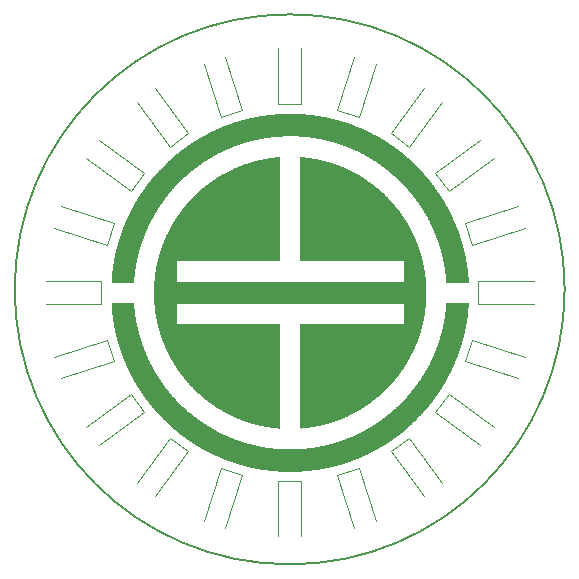
<source format=gbr>
%TF.GenerationSoftware,KiCad,Pcbnew,4.0.7-e2-6376~58~ubuntu16.04.1*%
%TF.CreationDate,2018-02-03T18:41:43+01:00*%
%TF.ProjectId,pin_attiny,70696E5F617474696E792E6B69636164,rev?*%
%TF.FileFunction,Legend,Top*%
%FSLAX46Y46*%
G04 Gerber Fmt 4.6, Leading zero omitted, Abs format (unit mm)*
G04 Created by KiCad (PCBNEW 4.0.7-e2-6376~58~ubuntu16.04.1) date Sat Feb  3 18:41:43 2018*
%MOMM*%
%LPD*%
G01*
G04 APERTURE LIST*
%ADD10C,0.100000*%
%ADD11C,0.150000*%
%ADD12C,0.120000*%
%ADD13C,0.010000*%
G04 APERTURE END LIST*
D10*
D11*
X116246256Y-97282000D02*
G75*
G03X116246256Y-97282000I-23282256J0D01*
G01*
D12*
X108914000Y-96586000D02*
X108914000Y-98486000D01*
X108914000Y-98486000D02*
X113614000Y-98486000D01*
X108914000Y-96586000D02*
X113614000Y-96586000D01*
X108426917Y-101561317D02*
X107839785Y-103368324D01*
X107839785Y-103368324D02*
X112309750Y-104820704D01*
X108426917Y-101561317D02*
X112896883Y-103013697D01*
X106426216Y-106142609D02*
X105309424Y-107679741D01*
X105309424Y-107679741D02*
X109111804Y-110442332D01*
X106426216Y-106142609D02*
X110228596Y-108905199D01*
X103107741Y-109881424D02*
X101570609Y-110998216D01*
X101570609Y-110998216D02*
X104333199Y-114800596D01*
X103107741Y-109881424D02*
X105870332Y-113683804D01*
X98796324Y-112411785D02*
X96989317Y-112998917D01*
X96989317Y-112998917D02*
X98441697Y-117468883D01*
X98796324Y-112411785D02*
X100248704Y-116881750D01*
X93914000Y-113486000D02*
X92014000Y-113486000D01*
X92014000Y-113486000D02*
X92014000Y-118186000D01*
X93914000Y-113486000D02*
X93914000Y-118186000D01*
X88938682Y-112998917D02*
X87131675Y-112411785D01*
X87131675Y-112411785D02*
X85679295Y-116881750D01*
X88938682Y-112998917D02*
X87486302Y-117468883D01*
X84357390Y-110998216D02*
X82820258Y-109881424D01*
X82820258Y-109881424D02*
X80057667Y-113683804D01*
X84357390Y-110998216D02*
X81594800Y-114800596D01*
X80618576Y-107679741D02*
X79501784Y-106142609D01*
X79501784Y-106142609D02*
X75699404Y-108905199D01*
X80618576Y-107679741D02*
X76816196Y-110442332D01*
X78088215Y-103368324D02*
X77501083Y-101561317D01*
X77501083Y-101561317D02*
X73031117Y-103013697D01*
X78088215Y-103368324D02*
X73618250Y-104820704D01*
X77014000Y-98486000D02*
X77014000Y-96586000D01*
X77014000Y-96586000D02*
X72314000Y-96586000D01*
X77014000Y-98486000D02*
X72314000Y-98486000D01*
X77501083Y-93510682D02*
X78088215Y-91703675D01*
X78088215Y-91703675D02*
X73618250Y-90251295D01*
X77501083Y-93510682D02*
X73031117Y-92058302D01*
X79501784Y-88929390D02*
X80618576Y-87392258D01*
X80618576Y-87392258D02*
X76816196Y-84629667D01*
X79501784Y-88929390D02*
X75699404Y-86166800D01*
X82820258Y-85190576D02*
X84357390Y-84073784D01*
X84357390Y-84073784D02*
X81594800Y-80271404D01*
X82820258Y-85190576D02*
X80057667Y-81388196D01*
X87131675Y-82660215D02*
X88938682Y-82073083D01*
X88938682Y-82073083D02*
X87486302Y-77603117D01*
X87131675Y-82660215D02*
X85679295Y-78190250D01*
X92013999Y-81586000D02*
X93913999Y-81586000D01*
X93913999Y-81586000D02*
X93913999Y-76886000D01*
X92013999Y-81586000D02*
X92013999Y-76886000D01*
X96989317Y-82073083D02*
X98796324Y-82660215D01*
X98796324Y-82660215D02*
X100248704Y-78190250D01*
X96989317Y-82073083D02*
X98441697Y-77603117D01*
X101570609Y-84073784D02*
X103107741Y-85190576D01*
X103107741Y-85190576D02*
X105870332Y-81388196D01*
X101570609Y-84073784D02*
X104333199Y-80271404D01*
X105309424Y-87392258D02*
X106426216Y-88929390D01*
X106426216Y-88929390D02*
X110228596Y-86166800D01*
X105309424Y-87392258D02*
X109111804Y-84629667D01*
X107839785Y-91703675D02*
X108426917Y-93510682D01*
X108426917Y-93510682D02*
X112896883Y-92058302D01*
X107839785Y-91703675D02*
X112309750Y-90251295D01*
D13*
G36*
X79700635Y-98484972D02*
X79703074Y-98526763D01*
X79707087Y-98559055D01*
X79710501Y-98585806D01*
X79714848Y-98632074D01*
X79719339Y-98689208D01*
X79720599Y-98707222D01*
X79725054Y-98767138D01*
X79729672Y-98819967D01*
X79733626Y-98856453D01*
X79734495Y-98862444D01*
X79738570Y-98894403D01*
X79743614Y-98943580D01*
X79748297Y-98996500D01*
X79753620Y-99052983D01*
X79759634Y-99103664D01*
X79764677Y-99135577D01*
X79771211Y-99176859D01*
X79776500Y-99226251D01*
X79777118Y-99234354D01*
X79781893Y-99283827D01*
X79788284Y-99329376D01*
X79789337Y-99335166D01*
X79796126Y-99376719D01*
X79802960Y-99427616D01*
X79804517Y-99441000D01*
X79810296Y-99487065D01*
X79816202Y-99525503D01*
X79817848Y-99534107D01*
X79823179Y-99564848D01*
X79829912Y-99610828D01*
X79833766Y-99639940D01*
X79839858Y-99683476D01*
X79845240Y-99714230D01*
X79847723Y-99723222D01*
X79851728Y-99740045D01*
X79857502Y-99775931D01*
X79861834Y-99807888D01*
X79868339Y-99852597D01*
X79874670Y-99885282D01*
X79878035Y-99895889D01*
X79883687Y-99915987D01*
X79888717Y-99950639D01*
X79888974Y-99953201D01*
X79894616Y-99994803D01*
X79901549Y-100027478D01*
X79908930Y-100059508D01*
X79916595Y-100102520D01*
X79917641Y-100109396D01*
X79924621Y-100147529D01*
X79931729Y-100173099D01*
X79933114Y-100175950D01*
X79939173Y-100196632D01*
X79945122Y-100233344D01*
X79946500Y-100245333D01*
X79951870Y-100284231D01*
X79957888Y-100310451D01*
X79959458Y-100314022D01*
X79966325Y-100334625D01*
X79973710Y-100369705D01*
X79974352Y-100373520D01*
X79982436Y-100419884D01*
X79990146Y-100460292D01*
X79995762Y-100490867D01*
X79997515Y-100505957D01*
X80001483Y-100522476D01*
X80012048Y-100555428D01*
X80016987Y-100569692D01*
X80027946Y-100604178D01*
X80031989Y-100624252D01*
X80031167Y-100626333D01*
X80031786Y-100638117D01*
X80040191Y-100667764D01*
X80045278Y-100682777D01*
X80056209Y-100717193D01*
X80060213Y-100737182D01*
X80059389Y-100739222D01*
X80060008Y-100751006D01*
X80068413Y-100780653D01*
X80073500Y-100795666D01*
X80084431Y-100830082D01*
X80088435Y-100850071D01*
X80087611Y-100852111D01*
X80088230Y-100863894D01*
X80096635Y-100893542D01*
X80101723Y-100908555D01*
X80112653Y-100942971D01*
X80116658Y-100962960D01*
X80115834Y-100965000D01*
X80116459Y-100976786D01*
X80124868Y-101006452D01*
X80130014Y-101021640D01*
X80141957Y-101057077D01*
X80148231Y-101078843D01*
X80148528Y-101081613D01*
X80151400Y-101095761D01*
X80160345Y-101129329D01*
X80171849Y-101169611D01*
X80185252Y-101216311D01*
X80195145Y-101252516D01*
X80198968Y-101268388D01*
X80208198Y-101293147D01*
X80210867Y-101297798D01*
X80220178Y-101322142D01*
X80227724Y-101354442D01*
X80236392Y-101390763D01*
X80251016Y-101440595D01*
X80262855Y-101476726D01*
X80276236Y-101519093D01*
X80283206Y-101548392D01*
X80282679Y-101557666D01*
X80282677Y-101566370D01*
X80288656Y-101575305D01*
X80303012Y-101602329D01*
X80319515Y-101645812D01*
X80334254Y-101694652D01*
X80341037Y-101724017D01*
X80352611Y-101761222D01*
X80362288Y-101782528D01*
X80371378Y-101804780D01*
X80369968Y-101811666D01*
X80370297Y-101822502D01*
X80381454Y-101849080D01*
X80383945Y-101854000D01*
X80396181Y-101882178D01*
X80397619Y-101896036D01*
X80396690Y-101896333D01*
X80395684Y-101904988D01*
X80401516Y-101913972D01*
X80413340Y-101936564D01*
X80429076Y-101976185D01*
X80440401Y-102009222D01*
X80455383Y-102053967D01*
X80467943Y-102088122D01*
X80473621Y-102100944D01*
X80483591Y-102127779D01*
X80484767Y-102133796D01*
X80492830Y-102162887D01*
X80498056Y-102176129D01*
X80508165Y-102199742D01*
X80510908Y-102206777D01*
X80518033Y-102225446D01*
X80531130Y-102258499D01*
X80545507Y-102294188D01*
X80556006Y-102319666D01*
X80565250Y-102342283D01*
X80567353Y-102347888D01*
X80574477Y-102366558D01*
X80587574Y-102399610D01*
X80601952Y-102435300D01*
X80612450Y-102460777D01*
X80621695Y-102483394D01*
X80623797Y-102489000D01*
X80630921Y-102507669D01*
X80644019Y-102540721D01*
X80658396Y-102576411D01*
X80668895Y-102601888D01*
X80678139Y-102624505D01*
X80680242Y-102630111D01*
X80687366Y-102648780D01*
X80700463Y-102681832D01*
X80714841Y-102717522D01*
X80725339Y-102743000D01*
X80734322Y-102765599D01*
X80736214Y-102771222D01*
X80742716Y-102787114D01*
X80757133Y-102819747D01*
X80767103Y-102841777D01*
X80793778Y-102902489D01*
X80808063Y-102940819D01*
X80810876Y-102959272D01*
X80810420Y-102960388D01*
X80816447Y-102973461D01*
X80834160Y-102995518D01*
X80849787Y-103016497D01*
X80849611Y-103025222D01*
X80849237Y-103033896D01*
X80863723Y-103053444D01*
X80878589Y-103073753D01*
X80877834Y-103081666D01*
X80877459Y-103090340D01*
X80891945Y-103109888D01*
X80907754Y-103130285D01*
X80908955Y-103138111D01*
X80912221Y-103149975D01*
X80926460Y-103182897D01*
X80949675Y-103232870D01*
X80979867Y-103295886D01*
X81015039Y-103367939D01*
X81053191Y-103445022D01*
X81092327Y-103523127D01*
X81130447Y-103598248D01*
X81165555Y-103666377D01*
X81195651Y-103723508D01*
X81218738Y-103765634D01*
X81232818Y-103788747D01*
X81234390Y-103790750D01*
X81246889Y-103809462D01*
X81244723Y-103815444D01*
X81244348Y-103824118D01*
X81258834Y-103843666D01*
X81273700Y-103863975D01*
X81272945Y-103871888D01*
X81272570Y-103880563D01*
X81287056Y-103900111D01*
X81301922Y-103920419D01*
X81301167Y-103928333D01*
X81299955Y-103937047D01*
X81310946Y-103953027D01*
X81332046Y-103982290D01*
X81340901Y-103998888D01*
X81352720Y-104022143D01*
X81374002Y-104059854D01*
X81392195Y-104090611D01*
X81417961Y-104134479D01*
X81439030Y-104172357D01*
X81447681Y-104189388D01*
X81463620Y-104218431D01*
X81488029Y-104257331D01*
X81497310Y-104271154D01*
X81519207Y-104304683D01*
X81532329Y-104327813D01*
X81534000Y-104332607D01*
X81541265Y-104347790D01*
X81559929Y-104378315D01*
X81576334Y-104403244D01*
X81600057Y-104440335D01*
X81615419Y-104468076D01*
X81618667Y-104477187D01*
X81628080Y-104494039D01*
X81646976Y-104514022D01*
X81665658Y-104534708D01*
X81669053Y-104545872D01*
X81673158Y-104559697D01*
X81690125Y-104589308D01*
X81711402Y-104621218D01*
X81735421Y-104657477D01*
X81749196Y-104682503D01*
X81750184Y-104690333D01*
X81752691Y-104699190D01*
X81770568Y-104721470D01*
X81780945Y-104732666D01*
X81803065Y-104758432D01*
X81810985Y-104773438D01*
X81809167Y-104775000D01*
X81810092Y-104783802D01*
X81826947Y-104805958D01*
X81837389Y-104817333D01*
X81859509Y-104843099D01*
X81867429Y-104858104D01*
X81865611Y-104859666D01*
X81866299Y-104868418D01*
X81882958Y-104890302D01*
X81891391Y-104899450D01*
X81913845Y-104926295D01*
X81922860Y-104944193D01*
X81922167Y-104946574D01*
X81925814Y-104960078D01*
X81943136Y-104979532D01*
X81964350Y-105004590D01*
X81971445Y-105022403D01*
X81981329Y-105044738D01*
X81994531Y-105058815D01*
X82016729Y-105082858D01*
X82043156Y-105118754D01*
X82049729Y-105128844D01*
X82075735Y-105166895D01*
X82100042Y-105197600D01*
X82104759Y-105202631D01*
X82123545Y-105225166D01*
X82129221Y-105236634D01*
X82138877Y-105257179D01*
X82162577Y-105294537D01*
X82196767Y-105343457D01*
X82237892Y-105398690D01*
X82246611Y-105410000D01*
X82281779Y-105456363D01*
X82315925Y-105502983D01*
X82329980Y-105522888D01*
X82360865Y-105564585D01*
X82392536Y-105603033D01*
X82397078Y-105608065D01*
X82427674Y-105644116D01*
X82460036Y-105686233D01*
X82464705Y-105692732D01*
X82492801Y-105732206D01*
X82512834Y-105759223D01*
X82532322Y-105783253D01*
X82558783Y-105813766D01*
X82579137Y-105836861D01*
X82608020Y-105871152D01*
X82625768Y-105895318D01*
X82628632Y-105903888D01*
X82632700Y-105913319D01*
X82653317Y-105939115D01*
X82687229Y-105977534D01*
X82731180Y-106024833D01*
X82759147Y-106053992D01*
X82770455Y-106069644D01*
X82768599Y-106073222D01*
X82772984Y-106082462D01*
X82793018Y-106106869D01*
X82824573Y-106141475D01*
X82830109Y-106147305D01*
X82864783Y-106184926D01*
X82890229Y-106214988D01*
X82901419Y-106231518D01*
X82901561Y-106232207D01*
X82911095Y-106247919D01*
X82934380Y-106275295D01*
X82948404Y-106290091D01*
X83022552Y-106366422D01*
X83082611Y-106429551D01*
X83127161Y-106477924D01*
X83154778Y-106509991D01*
X83164041Y-106524198D01*
X83163360Y-106524777D01*
X83170638Y-106534395D01*
X83195808Y-106561820D01*
X83236796Y-106604911D01*
X83291530Y-106661528D01*
X83357937Y-106729531D01*
X83433944Y-106806777D01*
X83517480Y-106891127D01*
X83539058Y-106912833D01*
X83625207Y-106998956D01*
X83705624Y-107078440D01*
X83778045Y-107149119D01*
X83840211Y-107208824D01*
X83889857Y-107255388D01*
X83924724Y-107286642D01*
X83942548Y-107300418D01*
X83943945Y-107300888D01*
X83955952Y-107308634D01*
X83954056Y-107315000D01*
X83955070Y-107328007D01*
X83960094Y-107329111D01*
X83975619Y-107338210D01*
X84007051Y-107362998D01*
X84049851Y-107399712D01*
X84099479Y-107444587D01*
X84100494Y-107445527D01*
X84208590Y-107544607D01*
X84302179Y-107628140D01*
X84379656Y-107694726D01*
X84439418Y-107742967D01*
X84452843Y-107753058D01*
X84494043Y-107786183D01*
X84531588Y-107820818D01*
X84538599Y-107828143D01*
X84565359Y-107853164D01*
X84586080Y-107865716D01*
X84587988Y-107866025D01*
X84605722Y-107875655D01*
X84635407Y-107899739D01*
X84659611Y-107922369D01*
X84693832Y-107953084D01*
X84722279Y-107973339D01*
X84734528Y-107978121D01*
X84746218Y-107986081D01*
X84744278Y-107992333D01*
X84746952Y-108004831D01*
X84754916Y-108006444D01*
X84776225Y-108015958D01*
X84805673Y-108039688D01*
X84814834Y-108048777D01*
X84843825Y-108075343D01*
X84866769Y-108090064D01*
X84871278Y-108091111D01*
X84890286Y-108100545D01*
X84918377Y-108124099D01*
X84927723Y-108133444D01*
X84956007Y-108159931D01*
X84977407Y-108174685D01*
X84981416Y-108175777D01*
X84999582Y-108184061D01*
X85029496Y-108204849D01*
X85041757Y-108214583D01*
X85102777Y-108263681D01*
X85145924Y-108295720D01*
X85174107Y-108312729D01*
X85188315Y-108316888D01*
X85197946Y-108325457D01*
X85195834Y-108331000D01*
X85198602Y-108343424D01*
X85206925Y-108345111D01*
X85230621Y-108354811D01*
X85252278Y-108373333D01*
X85275772Y-108394387D01*
X85291039Y-108401555D01*
X85309701Y-108409097D01*
X85344407Y-108432581D01*
X85396962Y-108473293D01*
X85434576Y-108503861D01*
X85466563Y-108527768D01*
X85490470Y-108541431D01*
X85495371Y-108542666D01*
X85514103Y-108552157D01*
X85534500Y-108570888D01*
X85559540Y-108592063D01*
X85577293Y-108599111D01*
X85599723Y-108608990D01*
X85613331Y-108621747D01*
X85642223Y-108646559D01*
X85660920Y-108657175D01*
X85686916Y-108671245D01*
X85727500Y-108695893D01*
X85773932Y-108725808D01*
X85774389Y-108726111D01*
X85821138Y-108756188D01*
X85862434Y-108781151D01*
X85889367Y-108795616D01*
X85889435Y-108795646D01*
X85917340Y-108812293D01*
X85929096Y-108824055D01*
X85946669Y-108838449D01*
X85980607Y-108857780D01*
X86000167Y-108867222D01*
X86038419Y-108886635D01*
X86064924Y-108903746D01*
X86070723Y-108909555D01*
X86087953Y-108923432D01*
X86121637Y-108942434D01*
X86141278Y-108951888D01*
X86179531Y-108971301D01*
X86206035Y-108988413D01*
X86211834Y-108994222D01*
X86229064Y-109008099D01*
X86262748Y-109027101D01*
X86282389Y-109036555D01*
X86320501Y-109055787D01*
X86346760Y-109072492D01*
X86352450Y-109078087D01*
X86368053Y-109089959D01*
X86402903Y-109110526D01*
X86450817Y-109136240D01*
X86476778Y-109149438D01*
X86534123Y-109178661D01*
X86586709Y-109206474D01*
X86625843Y-109228246D01*
X86635167Y-109233839D01*
X86659404Y-109247470D01*
X86703690Y-109270912D01*
X86764396Y-109302345D01*
X86837893Y-109339951D01*
X86920555Y-109381912D01*
X87008752Y-109426409D01*
X87098857Y-109471624D01*
X87187241Y-109515739D01*
X87270276Y-109556934D01*
X87344334Y-109593391D01*
X87405786Y-109623293D01*
X87451005Y-109644820D01*
X87476362Y-109656154D01*
X87480337Y-109657444D01*
X87497999Y-109662995D01*
X87533782Y-109677627D01*
X87580315Y-109698308D01*
X87585650Y-109700765D01*
X87636133Y-109724003D01*
X87679638Y-109743866D01*
X87707023Y-109756181D01*
X87707611Y-109756439D01*
X87736441Y-109769193D01*
X87779165Y-109788240D01*
X87806389Y-109800426D01*
X87849276Y-109818773D01*
X87883228Y-109831733D01*
X87895680Y-109835387D01*
X87919778Y-109843371D01*
X87956220Y-109859040D01*
X87966235Y-109863784D01*
X88003792Y-109880574D01*
X88032369Y-109890974D01*
X88036791Y-109892007D01*
X88060885Y-109899874D01*
X88097322Y-109915474D01*
X88107346Y-109920218D01*
X88147528Y-109937581D01*
X88181163Y-109948734D01*
X88186282Y-109949808D01*
X88217065Y-109959571D01*
X88228615Y-109966291D01*
X88248877Y-109976298D01*
X88288002Y-109991470D01*
X88337875Y-110008680D01*
X88342611Y-110010222D01*
X88393520Y-110027779D01*
X88434835Y-110043984D01*
X88458187Y-110055537D01*
X88459028Y-110056161D01*
X88474153Y-110063012D01*
X88476667Y-110059611D01*
X88485349Y-110058341D01*
X88497834Y-110066666D01*
X88514899Y-110076518D01*
X88519000Y-110073722D01*
X88527527Y-110071998D01*
X88537747Y-110078769D01*
X88567749Y-110094921D01*
X88583608Y-110099543D01*
X88619846Y-110109522D01*
X88634315Y-110115022D01*
X88665167Y-110125606D01*
X88676648Y-110128122D01*
X88704622Y-110136739D01*
X88709500Y-110139257D01*
X88730715Y-110148204D01*
X88770194Y-110162353D01*
X88819161Y-110178825D01*
X88868841Y-110194739D01*
X88910456Y-110207216D01*
X88935232Y-110213374D01*
X88935397Y-110213399D01*
X88960315Y-110222307D01*
X88965444Y-110226184D01*
X88986221Y-110234196D01*
X89005363Y-110236000D01*
X89037874Y-110243521D01*
X89052400Y-110252933D01*
X89066665Y-110262978D01*
X89069334Y-110260748D01*
X89081348Y-110260024D01*
X89112513Y-110267439D01*
X89146945Y-110278333D01*
X89188314Y-110291323D01*
X89216469Y-110297785D01*
X89224556Y-110297012D01*
X89233161Y-110297346D01*
X89242772Y-110304106D01*
X89269164Y-110317249D01*
X89305546Y-110327074D01*
X89348779Y-110336833D01*
X89382580Y-110347271D01*
X89411660Y-110357625D01*
X89425491Y-110361695D01*
X89447618Y-110367457D01*
X89453713Y-110369289D01*
X89474674Y-110374876D01*
X89515865Y-110385201D01*
X89570066Y-110398468D01*
X89598500Y-110405333D01*
X89656908Y-110419677D01*
X89706263Y-110432356D01*
X89739097Y-110441429D01*
X89746667Y-110443882D01*
X89778649Y-110453729D01*
X89796056Y-110457950D01*
X89840191Y-110467693D01*
X89861883Y-110473350D01*
X89866611Y-110475857D01*
X89878605Y-110479433D01*
X89901889Y-110483811D01*
X89938992Y-110491212D01*
X89985119Y-110501967D01*
X89993611Y-110504111D01*
X90039376Y-110515050D01*
X90079668Y-110523421D01*
X90085334Y-110524410D01*
X90111781Y-110529528D01*
X90120611Y-110532445D01*
X90132785Y-110535914D01*
X90162147Y-110541214D01*
X90162945Y-110541340D01*
X90221974Y-110551185D01*
X90254852Y-110557914D01*
X90261723Y-110560667D01*
X90273896Y-110564136D01*
X90303258Y-110569436D01*
X90304056Y-110569562D01*
X90362418Y-110579287D01*
X90395525Y-110585998D01*
X90402834Y-110588808D01*
X90416362Y-110593331D01*
X90454944Y-110600322D01*
X90504309Y-110607665D01*
X90545196Y-110614670D01*
X90576029Y-110622143D01*
X90579233Y-110623254D01*
X90606514Y-110629874D01*
X90647203Y-110636030D01*
X90656834Y-110637097D01*
X90692139Y-110641207D01*
X90711814Y-110644466D01*
X90713278Y-110645126D01*
X90717813Y-110647618D01*
X90733991Y-110651339D01*
X90765670Y-110656964D01*
X90816709Y-110665166D01*
X90890965Y-110676621D01*
X90910834Y-110679650D01*
X90954045Y-110685935D01*
X91003784Y-110692793D01*
X91009611Y-110693569D01*
X91056018Y-110700111D01*
X91096536Y-110706450D01*
X91101334Y-110707279D01*
X91136034Y-110712495D01*
X91184547Y-110718737D01*
X91210804Y-110721795D01*
X91263796Y-110728013D01*
X91313140Y-110734286D01*
X91330748Y-110736724D01*
X91371824Y-110742101D01*
X91425293Y-110748363D01*
X91454111Y-110751485D01*
X91508725Y-110757236D01*
X91560442Y-110762750D01*
X91581111Y-110764984D01*
X91621123Y-110769017D01*
X91676546Y-110774202D01*
X91729278Y-110778883D01*
X91787690Y-110784060D01*
X91842177Y-110789126D01*
X91877445Y-110792625D01*
X91912055Y-110795678D01*
X91966479Y-110799790D01*
X92032357Y-110804352D01*
X92082056Y-110807564D01*
X92156292Y-110812301D01*
X92230234Y-110817175D01*
X92293225Y-110821477D01*
X92321945Y-110823534D01*
X92359771Y-110825204D01*
X92421819Y-110826613D01*
X92504090Y-110827760D01*
X92602586Y-110828646D01*
X92713307Y-110829272D01*
X92832256Y-110829638D01*
X92955432Y-110829745D01*
X93078837Y-110829593D01*
X93198473Y-110829183D01*
X93310340Y-110828516D01*
X93410439Y-110827591D01*
X93494772Y-110826410D01*
X93559340Y-110824974D01*
X93599000Y-110823355D01*
X93715140Y-110816013D01*
X93807055Y-110810130D01*
X93878692Y-110805435D01*
X93933996Y-110801657D01*
X93976913Y-110798524D01*
X94011387Y-110795762D01*
X94041363Y-110793102D01*
X94050556Y-110792237D01*
X94111546Y-110786785D01*
X94179962Y-110781181D01*
X94212834Y-110778689D01*
X94270600Y-110773764D01*
X94326760Y-110767820D01*
X94353945Y-110764305D01*
X94406208Y-110757329D01*
X94463323Y-110750593D01*
X94473889Y-110749465D01*
X94567370Y-110739337D01*
X94646268Y-110729802D01*
X94699667Y-110722676D01*
X94752086Y-110715889D01*
X94802546Y-110710043D01*
X94812556Y-110709010D01*
X94845176Y-110705163D01*
X94861509Y-110702034D01*
X94861945Y-110701666D01*
X94874198Y-110698666D01*
X94903769Y-110694822D01*
X94904693Y-110694724D01*
X94950254Y-110688868D01*
X94996415Y-110681578D01*
X95042876Y-110674113D01*
X95096665Y-110666452D01*
X95108889Y-110664860D01*
X95173790Y-110656109D01*
X95214392Y-110649475D01*
X95228824Y-110645264D01*
X95228834Y-110645191D01*
X95241735Y-110640837D01*
X95281047Y-110633460D01*
X95330299Y-110625546D01*
X95399924Y-110614616D01*
X95448407Y-110606462D01*
X95482534Y-110599806D01*
X95509092Y-110593366D01*
X95525167Y-110588792D01*
X95570514Y-110577456D01*
X95616889Y-110568561D01*
X95677209Y-110558378D01*
X95742168Y-110545517D01*
X95820986Y-110528099D01*
X95863834Y-110518178D01*
X95912584Y-110506988D01*
X95955403Y-110497504D01*
X95969667Y-110494496D01*
X96015697Y-110484909D01*
X96039659Y-110479253D01*
X96047207Y-110476175D01*
X96047278Y-110475919D01*
X96059205Y-110471922D01*
X96082556Y-110466676D01*
X96131620Y-110456325D01*
X96156027Y-110449946D01*
X96160167Y-110447585D01*
X96172354Y-110444195D01*
X96201744Y-110439131D01*
X96202500Y-110439017D01*
X96240350Y-110431565D01*
X96266000Y-110423947D01*
X96298003Y-110413477D01*
X96315389Y-110409160D01*
X96359524Y-110399417D01*
X96381217Y-110393760D01*
X96385945Y-110391253D01*
X96397872Y-110387255D01*
X96421223Y-110382009D01*
X96461887Y-110373187D01*
X96490885Y-110364783D01*
X96505889Y-110359454D01*
X96528350Y-110352476D01*
X96567446Y-110341315D01*
X96612507Y-110328916D01*
X96652861Y-110318222D01*
X96675223Y-110312732D01*
X96693074Y-110306870D01*
X96703445Y-110302987D01*
X96733105Y-110293791D01*
X96762795Y-110286454D01*
X96805072Y-110275219D01*
X96833350Y-110265800D01*
X96864146Y-110254741D01*
X96879834Y-110249827D01*
X96900245Y-110243466D01*
X96937698Y-110231013D01*
X96968028Y-110220675D01*
X97008316Y-110208113D01*
X97035222Y-110202211D01*
X97042111Y-110203210D01*
X97050752Y-110202788D01*
X97060858Y-110195675D01*
X97090860Y-110179522D01*
X97106719Y-110174900D01*
X97142957Y-110164922D01*
X97157426Y-110159421D01*
X97188278Y-110148837D01*
X97199759Y-110146321D01*
X97227733Y-110137710D01*
X97232611Y-110135194D01*
X97251249Y-110127578D01*
X97290443Y-110113552D01*
X97343880Y-110095330D01*
X97387834Y-110080787D01*
X97448177Y-110060319D01*
X97499292Y-110041596D01*
X97534645Y-110027092D01*
X97546584Y-110020718D01*
X97561710Y-110013875D01*
X97564223Y-110017277D01*
X97572668Y-110019229D01*
X97581861Y-110013150D01*
X97601208Y-110000104D01*
X97606556Y-109998303D01*
X97623228Y-109993346D01*
X97653991Y-109981618D01*
X97655945Y-109980823D01*
X97691450Y-109967474D01*
X97717019Y-109959751D01*
X97746180Y-109950812D01*
X97759352Y-109945500D01*
X97785025Y-109934977D01*
X97793528Y-109932065D01*
X97811167Y-109925555D01*
X97828806Y-109919081D01*
X97848024Y-109911761D01*
X97880034Y-109898081D01*
X97881723Y-109897333D01*
X97914030Y-109883476D01*
X97934186Y-109875716D01*
X97934639Y-109875585D01*
X97952278Y-109869111D01*
X97969917Y-109863109D01*
X97987626Y-109856051D01*
X98021987Y-109840509D01*
X98051056Y-109826777D01*
X98091859Y-109807635D01*
X98122060Y-109794269D01*
X98132195Y-109790446D01*
X98167473Y-109778442D01*
X98185392Y-109771462D01*
X98219631Y-109756321D01*
X98244309Y-109744928D01*
X98283336Y-109727319D01*
X98311028Y-109716071D01*
X98318660Y-109713888D01*
X98333791Y-109708063D01*
X98368987Y-109692205D01*
X98418992Y-109668741D01*
X98478185Y-109640272D01*
X98537601Y-109611574D01*
X98587301Y-109587922D01*
X98622067Y-109571775D01*
X98636667Y-109565594D01*
X98652002Y-109559483D01*
X98685793Y-109544382D01*
X98731012Y-109523438D01*
X98735445Y-109521354D01*
X98781656Y-109500343D01*
X98817484Y-109485431D01*
X98835742Y-109479596D01*
X98836269Y-109479616D01*
X98852126Y-109472163D01*
X98876556Y-109452833D01*
X98899018Y-109434662D01*
X98909753Y-109430144D01*
X98909787Y-109430225D01*
X98922263Y-109428294D01*
X98951035Y-109415818D01*
X98988267Y-109396879D01*
X99026120Y-109375560D01*
X99056755Y-109355944D01*
X99065954Y-109348883D01*
X99083964Y-109335141D01*
X99084498Y-109340721D01*
X99081167Y-109347000D01*
X99077165Y-109358285D01*
X99090229Y-109349733D01*
X99096666Y-109344219D01*
X99120447Y-109327908D01*
X99162803Y-109302956D01*
X99217001Y-109273219D01*
X99257841Y-109251897D01*
X99320506Y-109219224D01*
X99380176Y-109186996D01*
X99428290Y-109159888D01*
X99448056Y-109148023D01*
X99495270Y-109119835D01*
X99542897Y-109093626D01*
X99553889Y-109088022D01*
X99599923Y-109063476D01*
X99643781Y-109037582D01*
X99645611Y-109036417D01*
X99686400Y-109012399D01*
X99734494Y-108986807D01*
X99745609Y-108981300D01*
X99785136Y-108959290D01*
X99815190Y-108937654D01*
X99821421Y-108931420D01*
X99841590Y-108913319D01*
X99851243Y-108909555D01*
X99868649Y-108902226D01*
X99900759Y-108883414D01*
X99925645Y-108867222D01*
X99963209Y-108843443D01*
X99991944Y-108828085D01*
X100001776Y-108824888D01*
X100020364Y-108815403D01*
X100040723Y-108796666D01*
X100063457Y-108775672D01*
X100077464Y-108768444D01*
X100092071Y-108760901D01*
X100126312Y-108739858D01*
X100176490Y-108707690D01*
X100238907Y-108666775D01*
X100309865Y-108619489D01*
X100324435Y-108609694D01*
X100397913Y-108560319D01*
X100464683Y-108515642D01*
X100520727Y-108478334D01*
X100562031Y-108451068D01*
X100584576Y-108436516D01*
X100586116Y-108435580D01*
X100618011Y-108413285D01*
X100637931Y-108396774D01*
X100661556Y-108378751D01*
X100674071Y-108373333D01*
X100689752Y-108364491D01*
X100717104Y-108342250D01*
X100729404Y-108331065D01*
X100760245Y-108305120D01*
X100784137Y-108290167D01*
X100789499Y-108288731D01*
X100807924Y-108279275D01*
X100835670Y-108255739D01*
X100845056Y-108246333D01*
X100874047Y-108219768D01*
X100896991Y-108205046D01*
X100901500Y-108204000D01*
X100920508Y-108194565D01*
X100948599Y-108171011D01*
X100957945Y-108161666D01*
X100986936Y-108135101D01*
X101009880Y-108120379D01*
X101014389Y-108119333D01*
X101033397Y-108109899D01*
X101061488Y-108086344D01*
X101070834Y-108077000D01*
X101098850Y-108050542D01*
X101119666Y-108035777D01*
X101123477Y-108034666D01*
X101139825Y-108025788D01*
X101168858Y-108002985D01*
X101191404Y-107983000D01*
X101231580Y-107948091D01*
X101270528Y-107917803D01*
X101286040Y-107907266D01*
X101323965Y-107878953D01*
X101359043Y-107846043D01*
X101385045Y-107821315D01*
X101404181Y-107809150D01*
X101405923Y-107808888D01*
X101421898Y-107799837D01*
X101451494Y-107776131D01*
X101487567Y-107743583D01*
X101528438Y-107706128D01*
X101565905Y-107673887D01*
X101588854Y-107656039D01*
X101616817Y-107634215D01*
X101655254Y-107601099D01*
X101684667Y-107574255D01*
X101752208Y-107512130D01*
X101801162Y-107469912D01*
X101832295Y-107446964D01*
X101844250Y-107442017D01*
X101849630Y-107433287D01*
X101847605Y-107428956D01*
X101851088Y-107415013D01*
X101859517Y-107411317D01*
X101875627Y-107400387D01*
X101908197Y-107372827D01*
X101953638Y-107331866D01*
X102008360Y-107280737D01*
X102064523Y-107226805D01*
X102124211Y-107169516D01*
X102177520Y-107119761D01*
X102220984Y-107080661D01*
X102251136Y-107055339D01*
X102264278Y-107046888D01*
X102272498Y-107038230D01*
X102270278Y-107032777D01*
X102269807Y-107019706D01*
X102273743Y-107018666D01*
X102291652Y-107010039D01*
X102318422Y-106988756D01*
X102346964Y-106961721D01*
X102370188Y-106935832D01*
X102381006Y-106917993D01*
X102380436Y-106914805D01*
X102381402Y-106906166D01*
X102384931Y-106905777D01*
X102402203Y-106896797D01*
X102431411Y-106873862D01*
X102450815Y-106856388D01*
X102478837Y-106828655D01*
X102494291Y-106810736D01*
X102495227Y-106807000D01*
X102501810Y-106797492D01*
X102525097Y-106771195D01*
X102562005Y-106731442D01*
X102609453Y-106681570D01*
X102646888Y-106642835D01*
X102703572Y-106584530D01*
X102755644Y-106530961D01*
X102798887Y-106486464D01*
X102829089Y-106455378D01*
X102838892Y-106445280D01*
X102858474Y-106422902D01*
X102863774Y-106412075D01*
X102863090Y-106411888D01*
X102868771Y-106402491D01*
X102890516Y-106377062D01*
X102924657Y-106339751D01*
X102957698Y-106304896D01*
X103001807Y-106258040D01*
X103039096Y-106216668D01*
X103064756Y-106186217D01*
X103073192Y-106174368D01*
X103088715Y-106152159D01*
X103117031Y-106116866D01*
X103150803Y-106077512D01*
X103195633Y-106025557D01*
X103243148Y-105968476D01*
X103272167Y-105932386D01*
X103312470Y-105881988D01*
X103355393Y-105829627D01*
X103379360Y-105801095D01*
X103410223Y-105763539D01*
X103434361Y-105731711D01*
X103442860Y-105718804D01*
X103459173Y-105694838D01*
X103486132Y-105659850D01*
X103501385Y-105641193D01*
X103554951Y-105576281D01*
X103591214Y-105530412D01*
X103611686Y-105501598D01*
X103617889Y-105488093D01*
X103626511Y-105470955D01*
X103635528Y-105460258D01*
X103664868Y-105427152D01*
X103697653Y-105386585D01*
X103722830Y-105352258D01*
X103723723Y-105350902D01*
X103761764Y-105293752D01*
X103790895Y-105253090D01*
X103816752Y-105221222D01*
X103827711Y-105208916D01*
X103847364Y-105184226D01*
X103852464Y-105170879D01*
X103850723Y-105170111D01*
X103851004Y-105161185D01*
X103866982Y-105138986D01*
X103873734Y-105131305D01*
X103900159Y-105099496D01*
X103925841Y-105064209D01*
X103946134Y-105032505D01*
X103956390Y-105011443D01*
X103955665Y-105006825D01*
X103959428Y-104997689D01*
X103974205Y-104981112D01*
X103991942Y-104959590D01*
X104019227Y-104922159D01*
X104052531Y-104874158D01*
X104088326Y-104820929D01*
X104123084Y-104767812D01*
X104153275Y-104720150D01*
X104175370Y-104683282D01*
X104185842Y-104662550D01*
X104186185Y-104660263D01*
X104193370Y-104645303D01*
X104211116Y-104626326D01*
X104231879Y-104603420D01*
X104238778Y-104589223D01*
X104246342Y-104572070D01*
X104265984Y-104539749D01*
X104288269Y-104506744D01*
X104312997Y-104470038D01*
X104328109Y-104444567D01*
X104330500Y-104436333D01*
X104334026Y-104425938D01*
X104350438Y-104398853D01*
X104372834Y-104365777D01*
X104397594Y-104329029D01*
X104412745Y-104303509D01*
X104415167Y-104295222D01*
X104418693Y-104284827D01*
X104435105Y-104257742D01*
X104457500Y-104224666D01*
X104481922Y-104187968D01*
X104496279Y-104162453D01*
X104497748Y-104154111D01*
X104498462Y-104145505D01*
X104510752Y-104129416D01*
X104529655Y-104104324D01*
X104536156Y-104090611D01*
X104545031Y-104070446D01*
X104563371Y-104037602D01*
X104569733Y-104027111D01*
X104597221Y-103979069D01*
X104622854Y-103928931D01*
X104624505Y-103925404D01*
X104643098Y-103890212D01*
X104659408Y-103867270D01*
X104662719Y-103864457D01*
X104670859Y-103848150D01*
X104669167Y-103843666D01*
X104671543Y-103826447D01*
X104676098Y-103822577D01*
X104686026Y-103808266D01*
X104705814Y-103773347D01*
X104733460Y-103721811D01*
X104766961Y-103657648D01*
X104804315Y-103584849D01*
X104843520Y-103507404D01*
X104882573Y-103429304D01*
X104919472Y-103354540D01*
X104952214Y-103287103D01*
X104978797Y-103230983D01*
X104997219Y-103190171D01*
X105005476Y-103168657D01*
X105005385Y-103166333D01*
X105006984Y-103157533D01*
X105023285Y-103136629D01*
X105041454Y-103113471D01*
X105046297Y-103101195D01*
X105049704Y-103086443D01*
X105062417Y-103053634D01*
X105079607Y-103014482D01*
X105110281Y-102945915D01*
X105131818Y-102894015D01*
X105142781Y-102862324D01*
X105143887Y-102855888D01*
X105152280Y-102841251D01*
X105167589Y-102822657D01*
X105184402Y-102800992D01*
X105188136Y-102791055D01*
X105189277Y-102775910D01*
X105201085Y-102741839D01*
X105224592Y-102685937D01*
X105228635Y-102676746D01*
X105244289Y-102639575D01*
X105253626Y-102614073D01*
X105254778Y-102608944D01*
X105260114Y-102592124D01*
X105273806Y-102557862D01*
X105292381Y-102514341D01*
X105312366Y-102469741D01*
X105326924Y-102439007D01*
X105340131Y-102406572D01*
X105344825Y-102389618D01*
X105352630Y-102364425D01*
X105367629Y-102326272D01*
X105373523Y-102312611D01*
X105389483Y-102274764D01*
X105399676Y-102247320D01*
X105401109Y-102242055D01*
X105410427Y-102216756D01*
X105412046Y-102213833D01*
X105420669Y-102193404D01*
X105434217Y-102155472D01*
X105445266Y-102122111D01*
X105461292Y-102076483D01*
X105476320Y-102040745D01*
X105484151Y-102026861D01*
X105491012Y-102011737D01*
X105487611Y-102009222D01*
X105485888Y-102000695D01*
X105492658Y-101990475D01*
X105508811Y-101960473D01*
X105513433Y-101944614D01*
X105523411Y-101908376D01*
X105528912Y-101893907D01*
X105539496Y-101863055D01*
X105542012Y-101851574D01*
X105550958Y-101823595D01*
X105553606Y-101818722D01*
X105562518Y-101797425D01*
X105574863Y-101760015D01*
X105580450Y-101741111D01*
X105592642Y-101698365D01*
X105599835Y-101674101D01*
X105604841Y-101659684D01*
X105610471Y-101646475D01*
X105613389Y-101639907D01*
X105624125Y-101609113D01*
X105626678Y-101597574D01*
X105636319Y-101568522D01*
X105639089Y-101563534D01*
X105647997Y-101539844D01*
X105656592Y-101503170D01*
X105657052Y-101500611D01*
X105667117Y-101462478D01*
X105679965Y-101435516D01*
X105680560Y-101434771D01*
X105689533Y-101419319D01*
X105687521Y-101416555D01*
X105686699Y-101404805D01*
X105694242Y-101375233D01*
X105699278Y-101360111D01*
X105709707Y-101325739D01*
X105712490Y-101305737D01*
X105711035Y-101303666D01*
X105711252Y-101295067D01*
X105717996Y-101285450D01*
X105731139Y-101259058D01*
X105740964Y-101222676D01*
X105750722Y-101179443D01*
X105761161Y-101145642D01*
X105771515Y-101116562D01*
X105775585Y-101102731D01*
X105781206Y-101080550D01*
X105782952Y-101074509D01*
X105793335Y-101037139D01*
X105804536Y-100993288D01*
X105814192Y-100952685D01*
X105819943Y-100925055D01*
X105820625Y-100919335D01*
X105824779Y-100900614D01*
X105835531Y-100866209D01*
X105840320Y-100852307D01*
X105851279Y-100817821D01*
X105855322Y-100797747D01*
X105854500Y-100795666D01*
X105855119Y-100783882D01*
X105863524Y-100754235D01*
X105868611Y-100739222D01*
X105879542Y-100704806D01*
X105883546Y-100684817D01*
X105882723Y-100682777D01*
X105883341Y-100670993D01*
X105891746Y-100641346D01*
X105896834Y-100626333D01*
X105907705Y-100591922D01*
X105911566Y-100571932D01*
X105910668Y-100569888D01*
X105910690Y-100558544D01*
X105919273Y-100531262D01*
X105919293Y-100531211D01*
X105930917Y-100489970D01*
X105939217Y-100442231D01*
X105939570Y-100439015D01*
X105945019Y-100401139D01*
X105951353Y-100375973D01*
X105952553Y-100373506D01*
X105959267Y-100352737D01*
X105966540Y-100316450D01*
X105968027Y-100306952D01*
X105975148Y-100264731D01*
X105982223Y-100231530D01*
X105983235Y-100227815D01*
X105990947Y-100195115D01*
X105996671Y-100164315D01*
X106004770Y-100120282D01*
X106011237Y-100090111D01*
X106020479Y-100046600D01*
X106025490Y-100019555D01*
X106033175Y-99978538D01*
X106040786Y-99941944D01*
X106048624Y-99901399D01*
X106053002Y-99871388D01*
X106057826Y-99838074D01*
X106065547Y-99795973D01*
X106065993Y-99793777D01*
X106074285Y-99748934D01*
X106080217Y-99709621D01*
X106080278Y-99709111D01*
X106086089Y-99670068D01*
X106094254Y-99625120D01*
X106094389Y-99624444D01*
X106102416Y-99579594D01*
X106107947Y-99540278D01*
X106108000Y-99539777D01*
X106112766Y-99503629D01*
X106120189Y-99456190D01*
X106122778Y-99441000D01*
X106130542Y-99388823D01*
X106135990Y-99338497D01*
X106136723Y-99328111D01*
X106141176Y-99281692D01*
X106148668Y-99228034D01*
X106150834Y-99215222D01*
X106158754Y-99163057D01*
X106164386Y-99112737D01*
X106165164Y-99102333D01*
X106168987Y-99059005D01*
X106175271Y-99004063D01*
X106179056Y-98975333D01*
X106185953Y-98920887D01*
X106191389Y-98869271D01*
X106193082Y-98848333D01*
X106196231Y-98809313D01*
X106201431Y-98754060D01*
X106207570Y-98694384D01*
X106207707Y-98693111D01*
X106213683Y-98628191D01*
X106218105Y-98562365D01*
X106219935Y-98513194D01*
X106220748Y-98439111D01*
X108051244Y-98439111D01*
X108042167Y-98534361D01*
X108036558Y-98600610D01*
X108031129Y-98676763D01*
X108027653Y-98735444D01*
X108023350Y-98803082D01*
X108017555Y-98873900D01*
X108012253Y-98925944D01*
X108006194Y-98981681D01*
X108001300Y-99034174D01*
X107999389Y-99060000D01*
X107996095Y-99100923D01*
X107990544Y-99156204D01*
X107985443Y-99201111D01*
X107979092Y-99254889D01*
X107973738Y-99302041D01*
X107970970Y-99328111D01*
X107967121Y-99362250D01*
X107961047Y-99410792D01*
X107957056Y-99441000D01*
X107950454Y-99491681D01*
X107945088Y-99536036D01*
X107943163Y-99553888D01*
X107938609Y-99590044D01*
X107931375Y-99637491D01*
X107928834Y-99652666D01*
X107921242Y-99700234D01*
X107915549Y-99741888D01*
X107914503Y-99751444D01*
X107910167Y-99786472D01*
X107903120Y-99834518D01*
X107899487Y-99857277D01*
X107892427Y-99902497D01*
X107887529Y-99938116D01*
X107886394Y-99949000D01*
X107882138Y-99977608D01*
X107874696Y-100012855D01*
X107865932Y-100058473D01*
X107859649Y-100105444D01*
X107854046Y-100147694D01*
X107847110Y-100181564D01*
X107846785Y-100182700D01*
X107839404Y-100214730D01*
X107831739Y-100257742D01*
X107830693Y-100264618D01*
X107824249Y-100301797D01*
X107818374Y-100325607D01*
X107817275Y-100328118D01*
X107812516Y-100346235D01*
X107806310Y-100382550D01*
X107802813Y-100407611D01*
X107796090Y-100453633D01*
X107789341Y-100490512D01*
X107786594Y-100501733D01*
X107780165Y-100525611D01*
X107772592Y-100559909D01*
X107762162Y-100612501D01*
X107759500Y-100626333D01*
X107751575Y-100666042D01*
X107746555Y-100689833D01*
X107740599Y-100716986D01*
X107730616Y-100762460D01*
X107718634Y-100817011D01*
X107717123Y-100823888D01*
X107704995Y-100879499D01*
X107694629Y-100927743D01*
X107688079Y-100959063D01*
X107687672Y-100961103D01*
X107677574Y-100999526D01*
X107667918Y-101028131D01*
X107660064Y-101054069D01*
X107660723Y-101063777D01*
X107661047Y-101075044D01*
X107653391Y-101099780D01*
X107640584Y-101140924D01*
X107631277Y-101180919D01*
X107624619Y-101216594D01*
X107620271Y-101239909D01*
X107620223Y-101240166D01*
X107610803Y-101264457D01*
X107606576Y-101271916D01*
X107600712Y-101287504D01*
X107602819Y-101289555D01*
X107603094Y-101301318D01*
X107595223Y-101330919D01*
X107590167Y-101346000D01*
X107579236Y-101380415D01*
X107575232Y-101400404D01*
X107576056Y-101402444D01*
X107575437Y-101414228D01*
X107567032Y-101443875D01*
X107561945Y-101458888D01*
X107550968Y-101493308D01*
X107546852Y-101513296D01*
X107547619Y-101515333D01*
X107546148Y-101527551D01*
X107537143Y-101559844D01*
X107522460Y-101605674D01*
X107519611Y-101614111D01*
X107504167Y-101661550D01*
X107494095Y-101696536D01*
X107491249Y-101712529D01*
X107491604Y-101712888D01*
X107490853Y-101724675D01*
X107482370Y-101754330D01*
X107477278Y-101769333D01*
X107466849Y-101803704D01*
X107464066Y-101823707D01*
X107465521Y-101825777D01*
X107465215Y-101834412D01*
X107458120Y-101844524D01*
X107442459Y-101874567D01*
X107438345Y-101890385D01*
X107430026Y-101921207D01*
X107424567Y-101932798D01*
X107415214Y-101957158D01*
X107407639Y-101989243D01*
X107400655Y-102016748D01*
X107386314Y-102065158D01*
X107366410Y-102128681D01*
X107342737Y-102201525D01*
X107330318Y-102238830D01*
X107306373Y-102310389D01*
X107285969Y-102371770D01*
X107270634Y-102418345D01*
X107261895Y-102445485D01*
X107260451Y-102450497D01*
X107256202Y-102464477D01*
X107245778Y-102493977D01*
X107245018Y-102496055D01*
X107228985Y-102540139D01*
X107220510Y-102564778D01*
X107217278Y-102576964D01*
X107216894Y-102581018D01*
X107210973Y-102597135D01*
X107196677Y-102626954D01*
X107194979Y-102630258D01*
X107182781Y-102658377D01*
X107181398Y-102672161D01*
X107182310Y-102672444D01*
X107182450Y-102681182D01*
X107173889Y-102693611D01*
X107164038Y-102710676D01*
X107166834Y-102714777D01*
X107169031Y-102723361D01*
X107163345Y-102732416D01*
X107150368Y-102756573D01*
X107135396Y-102794856D01*
X107131556Y-102806500D01*
X107117040Y-102846415D01*
X107102926Y-102875914D01*
X107099767Y-102880583D01*
X107092219Y-102895743D01*
X107094913Y-102898222D01*
X107095411Y-102909030D01*
X107084692Y-102935548D01*
X107082167Y-102940555D01*
X107070051Y-102968722D01*
X107068893Y-102982588D01*
X107069881Y-102982888D01*
X107068909Y-102991620D01*
X107053945Y-103011111D01*
X107038487Y-103031475D01*
X107038009Y-103039333D01*
X107038826Y-103050127D01*
X107028275Y-103076604D01*
X107025799Y-103081518D01*
X107010473Y-103113343D01*
X107002712Y-103133672D01*
X107002579Y-103134435D01*
X106995967Y-103158493D01*
X106982544Y-103196153D01*
X106966765Y-103235140D01*
X106962843Y-103243944D01*
X106935255Y-103306374D01*
X106914670Y-103357188D01*
X106902772Y-103391920D01*
X106901242Y-103406105D01*
X106901703Y-103406222D01*
X106900292Y-103414859D01*
X106887804Y-103430916D01*
X106869952Y-103454350D01*
X106864611Y-103466261D01*
X106858963Y-103484978D01*
X106845930Y-103518515D01*
X106841211Y-103529761D01*
X106813802Y-103595439D01*
X106796769Y-103639595D01*
X106790892Y-103660206D01*
X106790892Y-103660222D01*
X106782596Y-103675177D01*
X106771723Y-103688444D01*
X106755466Y-103710709D01*
X106751723Y-103720261D01*
X106744184Y-103744721D01*
X106723493Y-103794049D01*
X106689687Y-103868161D01*
X106664651Y-103921277D01*
X106642308Y-103968942D01*
X106625526Y-104006009D01*
X106617325Y-104025775D01*
X106616975Y-104027111D01*
X106610291Y-104044179D01*
X106593000Y-104081316D01*
X106567601Y-104133594D01*
X106536591Y-104196086D01*
X106502467Y-104263865D01*
X106467728Y-104332004D01*
X106434873Y-104395576D01*
X106406397Y-104449653D01*
X106384800Y-104489310D01*
X106372580Y-104509617D01*
X106371951Y-104510416D01*
X106359916Y-104529265D01*
X106362041Y-104535111D01*
X106363787Y-104543741D01*
X106355886Y-104555746D01*
X106341813Y-104577284D01*
X106319154Y-104616796D01*
X106292008Y-104667045D01*
X106281975Y-104686274D01*
X106253560Y-104739328D01*
X106227364Y-104784864D01*
X106207813Y-104815299D01*
X106203464Y-104820861D01*
X106190990Y-104839579D01*
X106193167Y-104845555D01*
X106193542Y-104854229D01*
X106179056Y-104873777D01*
X106163341Y-104894165D01*
X106162332Y-104902000D01*
X106161030Y-104912306D01*
X106147189Y-104938139D01*
X106139825Y-104949778D01*
X106113441Y-104991383D01*
X106087303Y-105034766D01*
X106065903Y-105072225D01*
X106053729Y-105096056D01*
X106052514Y-105099555D01*
X106044758Y-105114634D01*
X106026662Y-105144878D01*
X106015279Y-105163055D01*
X105991658Y-105201455D01*
X105973904Y-105232443D01*
X105969731Y-105240666D01*
X105955537Y-105266593D01*
X105934073Y-105301175D01*
X105932111Y-105304166D01*
X105910376Y-105338816D01*
X105895085Y-105366102D01*
X105894336Y-105367666D01*
X105881107Y-105390483D01*
X105857439Y-105426914D01*
X105837669Y-105455813D01*
X105813005Y-105492313D01*
X105797182Y-105518080D01*
X105793725Y-105526368D01*
X105787786Y-105538878D01*
X105769479Y-105569374D01*
X105742141Y-105612394D01*
X105726865Y-105635777D01*
X105693921Y-105685903D01*
X105665764Y-105728963D01*
X105646880Y-105758086D01*
X105642933Y-105764287D01*
X105626569Y-105789622D01*
X105602195Y-105826560D01*
X105591967Y-105841898D01*
X105569950Y-105876961D01*
X105556455Y-105902587D01*
X105554538Y-105908735D01*
X105545140Y-105925646D01*
X105522577Y-105953060D01*
X105514570Y-105961652D01*
X105492711Y-105986967D01*
X105484898Y-106001391D01*
X105486433Y-106002666D01*
X105484740Y-106011960D01*
X105467979Y-106035636D01*
X105453795Y-106052546D01*
X105427866Y-106084078D01*
X105412157Y-106107040D01*
X105410000Y-106112662D01*
X105401258Y-106128771D01*
X105379678Y-106155478D01*
X105374151Y-106161560D01*
X105353694Y-106186173D01*
X105347250Y-106199463D01*
X105348569Y-106200222D01*
X105346460Y-106209045D01*
X105328874Y-106231166D01*
X105319542Y-106241236D01*
X105295239Y-106269077D01*
X105282744Y-106288290D01*
X105282260Y-106291152D01*
X105274598Y-106309231D01*
X105247862Y-106347393D01*
X105201921Y-106405818D01*
X105179233Y-106433574D01*
X105157018Y-106462538D01*
X105146760Y-106480061D01*
X105147390Y-106482444D01*
X105144665Y-106491702D01*
X105127413Y-106515388D01*
X105100439Y-106547367D01*
X105074861Y-106575035D01*
X105059634Y-106597019D01*
X105057223Y-106605796D01*
X105047867Y-106622573D01*
X105024497Y-106649310D01*
X105015036Y-106658692D01*
X104990326Y-106684983D01*
X104978846Y-106702547D01*
X104979074Y-106705333D01*
X104973883Y-106718106D01*
X104953784Y-106743939D01*
X104936716Y-106762806D01*
X104908680Y-106794365D01*
X104891068Y-106818005D01*
X104888012Y-106824954D01*
X104879073Y-106840346D01*
X104855975Y-106869306D01*
X104829648Y-106899037D01*
X104800762Y-106931910D01*
X104783387Y-106954760D01*
X104781036Y-106962222D01*
X104777378Y-106971443D01*
X104758312Y-106995496D01*
X104731220Y-107025645D01*
X104694541Y-107066958D01*
X104662642Y-107106610D01*
X104647654Y-107127951D01*
X104619604Y-107165243D01*
X104585352Y-107201337D01*
X104584500Y-107202111D01*
X104550232Y-107238018D01*
X104521698Y-107275715D01*
X104521192Y-107276525D01*
X104499287Y-107306291D01*
X104464759Y-107347374D01*
X104424909Y-107391106D01*
X104423160Y-107392942D01*
X104389214Y-107429539D01*
X104365826Y-107456772D01*
X104357137Y-107469760D01*
X104357591Y-107470222D01*
X104360432Y-107470690D01*
X104359580Y-107474021D01*
X104352400Y-107483107D01*
X104336257Y-107500837D01*
X104308517Y-107530103D01*
X104266543Y-107573796D01*
X104207701Y-107634806D01*
X104205290Y-107637305D01*
X104162377Y-107682710D01*
X104129152Y-107719677D01*
X104109068Y-107744231D01*
X104105225Y-107752444D01*
X104097863Y-107762082D01*
X104072433Y-107789683D01*
X104030850Y-107833282D01*
X103975027Y-107890911D01*
X103906878Y-107960605D01*
X103828316Y-108040395D01*
X103741257Y-108128317D01*
X103658935Y-108211051D01*
X103565260Y-108304754D01*
X103477567Y-108392022D01*
X103397880Y-108470872D01*
X103328225Y-108539322D01*
X103270626Y-108595390D01*
X103227109Y-108637091D01*
X103199697Y-108662445D01*
X103190546Y-108669662D01*
X103176520Y-108678899D01*
X103146928Y-108703950D01*
X103106313Y-108740825D01*
X103065956Y-108779027D01*
X103018398Y-108823567D01*
X102976740Y-108860244D01*
X102945964Y-108884815D01*
X102932210Y-108892984D01*
X102918663Y-108903874D01*
X102920049Y-108910623D01*
X102916086Y-108921697D01*
X102905278Y-108923666D01*
X102890037Y-108930304D01*
X102891167Y-108937777D01*
X102888541Y-108950312D01*
X102880752Y-108951888D01*
X102860921Y-108961363D01*
X102830154Y-108985755D01*
X102806500Y-109008333D01*
X102772816Y-109039539D01*
X102744531Y-109060038D01*
X102732248Y-109064777D01*
X102719978Y-109072426D01*
X102721834Y-109078888D01*
X102718483Y-109090843D01*
X102707723Y-109093000D01*
X102692481Y-109099637D01*
X102693611Y-109107111D01*
X102690986Y-109119645D01*
X102683197Y-109121222D01*
X102663366Y-109130696D01*
X102632598Y-109155089D01*
X102608945Y-109177666D01*
X102576102Y-109208893D01*
X102549737Y-109229691D01*
X102539053Y-109234803D01*
X102521551Y-109244425D01*
X102492029Y-109268493D01*
X102467834Y-109291147D01*
X102434346Y-109321764D01*
X102407528Y-109342021D01*
X102396614Y-109346899D01*
X102379296Y-109356355D01*
X102350280Y-109380610D01*
X102326723Y-109403444D01*
X102293728Y-109434559D01*
X102266980Y-109455059D01*
X102255943Y-109459888D01*
X102237083Y-109469318D01*
X102209079Y-109492861D01*
X102199723Y-109502222D01*
X102169826Y-109528886D01*
X102144909Y-109543566D01*
X102139805Y-109544555D01*
X102127343Y-109552134D01*
X102129167Y-109558666D01*
X102128156Y-109571674D01*
X102123134Y-109572777D01*
X102106963Y-109580901D01*
X102073152Y-109603132D01*
X102026344Y-109636259D01*
X101971185Y-109677072D01*
X101959834Y-109685666D01*
X101903879Y-109727550D01*
X101855717Y-109762399D01*
X101819887Y-109787018D01*
X101800927Y-109798209D01*
X101799553Y-109798555D01*
X101782284Y-109807984D01*
X101762278Y-109826777D01*
X101736238Y-109848027D01*
X101716925Y-109855000D01*
X101704080Y-109862441D01*
X101705834Y-109869111D01*
X101703065Y-109881535D01*
X101694742Y-109883222D01*
X101671046Y-109892922D01*
X101649389Y-109911444D01*
X101624528Y-109932605D01*
X101607056Y-109939666D01*
X101585778Y-109949265D01*
X101564723Y-109967888D01*
X101539861Y-109989049D01*
X101522389Y-109996111D01*
X101501112Y-110005709D01*
X101480056Y-110024333D01*
X101454015Y-110045583D01*
X101434703Y-110052555D01*
X101421858Y-110059996D01*
X101423611Y-110066666D01*
X101420942Y-110079167D01*
X101412994Y-110080777D01*
X101388535Y-110089667D01*
X101366300Y-110105821D01*
X101334861Y-110129027D01*
X101294319Y-110152519D01*
X101289556Y-110154888D01*
X101261955Y-110169990D01*
X101252343Y-110178862D01*
X101254278Y-110179749D01*
X101251549Y-110185392D01*
X101228710Y-110198795D01*
X101210657Y-110207676D01*
X101171015Y-110229150D01*
X101140961Y-110250453D01*
X101134845Y-110256550D01*
X101111680Y-110274775D01*
X101099056Y-110278333D01*
X101075949Y-110288218D01*
X101063562Y-110299760D01*
X101039435Y-110319652D01*
X101002661Y-110341317D01*
X100994806Y-110345159D01*
X100953846Y-110367568D01*
X100920012Y-110391194D01*
X100916478Y-110394288D01*
X100889838Y-110413378D01*
X100872345Y-110419444D01*
X100850076Y-110429290D01*
X100837784Y-110440871D01*
X100813660Y-110460766D01*
X100776890Y-110482444D01*
X100769029Y-110486293D01*
X100724819Y-110509635D01*
X100675243Y-110539317D01*
X100659565Y-110549532D01*
X100623048Y-110572297D01*
X100595349Y-110586459D01*
X100587209Y-110588777D01*
X100567528Y-110598498D01*
X100555635Y-110610116D01*
X100534333Y-110627106D01*
X100495950Y-110650671D01*
X100451602Y-110674272D01*
X100399841Y-110700820D01*
X100352012Y-110726817D01*
X100322945Y-110743898D01*
X100290847Y-110762737D01*
X100242384Y-110789468D01*
X100186380Y-110819257D01*
X100167723Y-110828947D01*
X100106063Y-110861203D01*
X100044070Y-110894366D01*
X99993184Y-110922301D01*
X99984278Y-110927328D01*
X99947075Y-110947487D01*
X99890898Y-110976714D01*
X99822179Y-111011783D01*
X99747347Y-111049467D01*
X99672834Y-111086542D01*
X99605070Y-111119780D01*
X99550485Y-111145956D01*
X99525667Y-111157409D01*
X99491779Y-111174582D01*
X99471374Y-111187258D01*
X99441659Y-111201170D01*
X99422724Y-111205818D01*
X99387175Y-111219051D01*
X99371183Y-111230164D01*
X99348598Y-111246577D01*
X99338415Y-111250407D01*
X99321108Y-111256303D01*
X99285890Y-111271405D01*
X99240197Y-111292518D01*
X99237619Y-111293746D01*
X99191246Y-111315066D01*
X99154581Y-111330429D01*
X99135248Y-111336652D01*
X99134888Y-111336666D01*
X99114690Y-111345574D01*
X99105299Y-111353457D01*
X99076569Y-111370584D01*
X99064560Y-111373762D01*
X99037626Y-111382045D01*
X98998548Y-111398650D01*
X98983278Y-111406032D01*
X98937677Y-111427784D01*
X98889916Y-111448871D01*
X98850397Y-111464813D01*
X98834223Y-111470250D01*
X98818362Y-111476790D01*
X98785793Y-111491354D01*
X98763667Y-111501501D01*
X98718177Y-111521341D01*
X98677435Y-111537172D01*
X98664889Y-111541323D01*
X98632595Y-111553215D01*
X98615500Y-111562332D01*
X98593861Y-111572999D01*
X98557223Y-111586658D01*
X98544945Y-111590666D01*
X98506149Y-111604244D01*
X98478664Y-111616272D01*
X98474389Y-111618888D01*
X98452751Y-111629484D01*
X98416117Y-111643103D01*
X98403834Y-111647111D01*
X98363918Y-111661627D01*
X98334419Y-111675740D01*
X98329750Y-111678900D01*
X98314630Y-111685786D01*
X98312111Y-111682388D01*
X98303430Y-111681119D01*
X98290945Y-111689444D01*
X98273880Y-111699295D01*
X98269778Y-111696500D01*
X98261251Y-111694776D01*
X98251032Y-111701546D01*
X98221027Y-111717681D01*
X98205171Y-111722284D01*
X98172841Y-111731611D01*
X98135723Y-111745900D01*
X98101132Y-111759863D01*
X98076803Y-111767806D01*
X98076592Y-111767851D01*
X98036915Y-111778521D01*
X97992215Y-111793781D01*
X97953827Y-111809466D01*
X97934639Y-111820011D01*
X97919519Y-111826897D01*
X97917000Y-111823500D01*
X97908319Y-111822230D01*
X97895834Y-111830555D01*
X97878769Y-111840407D01*
X97874667Y-111837611D01*
X97866140Y-111835887D01*
X97855921Y-111842658D01*
X97826602Y-111857733D01*
X97806895Y-111862837D01*
X97778125Y-111870715D01*
X97766845Y-111877228D01*
X97746148Y-111885159D01*
X97726500Y-111887000D01*
X97697583Y-111891100D01*
X97686110Y-111896815D01*
X97664506Y-111907586D01*
X97654434Y-111909840D01*
X97622011Y-111918333D01*
X97608982Y-111923322D01*
X97578066Y-111934469D01*
X97566648Y-111937433D01*
X97537423Y-111946327D01*
X97524315Y-111951533D01*
X97489324Y-111963298D01*
X97473608Y-111967011D01*
X97440571Y-111979414D01*
X97427747Y-111987786D01*
X97411978Y-111997175D01*
X97409000Y-111995321D01*
X97396944Y-111995274D01*
X97365554Y-112003169D01*
X97327861Y-112015213D01*
X97285329Y-112029643D01*
X97255952Y-112039219D01*
X97246723Y-112041765D01*
X97235688Y-112044002D01*
X97225556Y-112046988D01*
X97202615Y-112053540D01*
X97163621Y-112064214D01*
X97119230Y-112076149D01*
X97080097Y-112086479D01*
X97056877Y-112092342D01*
X97056223Y-112092490D01*
X97038328Y-112098257D01*
X97028000Y-112102034D01*
X97004397Y-112109472D01*
X96964299Y-112120943D01*
X96918549Y-112133472D01*
X96877989Y-112144081D01*
X96855139Y-112149479D01*
X96841028Y-112154395D01*
X96826191Y-112158973D01*
X96802223Y-112164323D01*
X96752720Y-112174773D01*
X96728326Y-112181164D01*
X96724611Y-112183302D01*
X96712684Y-112187300D01*
X96689334Y-112192546D01*
X96640269Y-112202896D01*
X96615863Y-112209275D01*
X96611723Y-112211636D01*
X96599539Y-112215054D01*
X96570156Y-112220186D01*
X96569389Y-112220302D01*
X96524484Y-112229544D01*
X96480353Y-112241681D01*
X96443783Y-112252853D01*
X96418014Y-112259803D01*
X96416853Y-112260050D01*
X96392366Y-112265057D01*
X96354995Y-112272720D01*
X96350667Y-112273608D01*
X96308583Y-112282070D01*
X96274291Y-112288679D01*
X96273056Y-112288906D01*
X96250183Y-112293983D01*
X96244834Y-112296222D01*
X96232185Y-112300680D01*
X96199295Y-112308291D01*
X96153748Y-112317498D01*
X96103131Y-112326744D01*
X96068445Y-112332450D01*
X96020188Y-112341760D01*
X95976723Y-112352680D01*
X95929906Y-112364665D01*
X95892056Y-112372323D01*
X95827156Y-112383281D01*
X95768953Y-112393320D01*
X95723711Y-112401341D01*
X95697695Y-112406244D01*
X95694175Y-112407055D01*
X95683917Y-112410190D01*
X95661979Y-112414845D01*
X95621438Y-112421890D01*
X95578924Y-112428595D01*
X95533061Y-112435823D01*
X95492999Y-112442614D01*
X95489889Y-112443178D01*
X95450587Y-112450011D01*
X95405437Y-112457393D01*
X95405223Y-112457427D01*
X95359834Y-112464966D01*
X95319983Y-112472177D01*
X95319936Y-112472186D01*
X95281532Y-112478483D01*
X95234568Y-112484752D01*
X95228214Y-112485490D01*
X95154232Y-112494587D01*
X95068946Y-112506157D01*
X95003056Y-112515794D01*
X94922794Y-112527709D01*
X94860416Y-112536191D01*
X94805993Y-112542591D01*
X94805500Y-112542644D01*
X94715455Y-112552444D01*
X94615412Y-112563467D01*
X94544445Y-112571368D01*
X94431328Y-112583589D01*
X94337999Y-112592628D01*
X94262223Y-112598844D01*
X94208282Y-112602895D01*
X94140594Y-112608055D01*
X94073545Y-112613225D01*
X94071723Y-112613367D01*
X93998456Y-112619020D01*
X93918056Y-112625163D01*
X93853000Y-112630084D01*
X93819598Y-112631660D01*
X93763246Y-112633237D01*
X93687010Y-112634792D01*
X93593957Y-112636305D01*
X93487152Y-112637753D01*
X93369662Y-112639116D01*
X93244552Y-112640371D01*
X93114889Y-112641497D01*
X92983738Y-112642473D01*
X92854167Y-112643277D01*
X92729241Y-112643887D01*
X92612026Y-112644283D01*
X92505589Y-112644442D01*
X92412994Y-112644343D01*
X92337310Y-112643964D01*
X92281600Y-112643285D01*
X92248933Y-112642283D01*
X92241432Y-112641394D01*
X92225915Y-112638406D01*
X92188187Y-112634627D01*
X92134226Y-112630580D01*
X92081326Y-112627388D01*
X91984987Y-112622024D01*
X91903904Y-112617119D01*
X91830180Y-112612077D01*
X91755917Y-112606305D01*
X91673217Y-112599205D01*
X91574182Y-112590185D01*
X91517611Y-112584912D01*
X91416645Y-112575392D01*
X91338559Y-112567831D01*
X91278124Y-112561667D01*
X91230111Y-112556338D01*
X91189292Y-112551280D01*
X91150436Y-112545932D01*
X91136611Y-112543928D01*
X91082017Y-112536606D01*
X91026582Y-112530113D01*
X91023723Y-112529814D01*
X90948829Y-112521044D01*
X90859583Y-112509035D01*
X90797945Y-112499983D01*
X90754746Y-112493652D01*
X90705017Y-112486678D01*
X90699167Y-112485881D01*
X90617985Y-112474582D01*
X90558216Y-112465560D01*
X90522778Y-112459572D01*
X90483478Y-112452837D01*
X90438330Y-112445495D01*
X90438111Y-112445461D01*
X90391841Y-112437723D01*
X90342611Y-112428351D01*
X90282889Y-112416028D01*
X90243563Y-112408537D01*
X90198394Y-112400927D01*
X90198223Y-112400900D01*
X90140473Y-112391756D01*
X90103170Y-112385378D01*
X90078841Y-112380391D01*
X90060518Y-112375568D01*
X90029832Y-112368442D01*
X89988964Y-112360914D01*
X89986556Y-112360526D01*
X89937110Y-112351442D01*
X89885803Y-112340391D01*
X89884250Y-112340023D01*
X89850687Y-112333693D01*
X89832439Y-112333494D01*
X89831334Y-112334713D01*
X89822518Y-112333314D01*
X89810167Y-112324444D01*
X89793004Y-112313234D01*
X89789000Y-112314161D01*
X89776791Y-112315736D01*
X89745985Y-112311224D01*
X89729028Y-112307611D01*
X89682400Y-112297080D01*
X89641453Y-112288191D01*
X89633778Y-112286601D01*
X89587753Y-112277021D01*
X89563794Y-112271360D01*
X89556240Y-112268261D01*
X89556167Y-112268000D01*
X89546790Y-112264175D01*
X89516127Y-112257219D01*
X89478556Y-112249735D01*
X89437829Y-112241086D01*
X89385087Y-112228895D01*
X89328748Y-112215233D01*
X89277229Y-112202173D01*
X89238948Y-112191787D01*
X89224556Y-112187223D01*
X89194092Y-112178648D01*
X89168111Y-112173675D01*
X89131979Y-112166066D01*
X89111667Y-112159613D01*
X89079664Y-112149143D01*
X89062278Y-112144826D01*
X89023246Y-112135732D01*
X88995775Y-112126836D01*
X88984667Y-112122397D01*
X88954195Y-112113405D01*
X88928223Y-112108324D01*
X88890805Y-112100007D01*
X88869352Y-112092693D01*
X88833897Y-112080745D01*
X88819963Y-112077492D01*
X88798434Y-112072452D01*
X88794167Y-112070475D01*
X88782240Y-112066477D01*
X88758889Y-112061231D01*
X88718945Y-112052576D01*
X88692431Y-112044612D01*
X88671797Y-112036211D01*
X88638779Y-112025293D01*
X88626344Y-112022728D01*
X88600807Y-112014115D01*
X88594668Y-112009704D01*
X88573930Y-112001737D01*
X88554278Y-111999888D01*
X88525383Y-111995808D01*
X88513933Y-111990117D01*
X88493223Y-111980215D01*
X88473883Y-111975725D01*
X88440141Y-111964845D01*
X88424858Y-111955546D01*
X88409085Y-111946094D01*
X88406111Y-111947877D01*
X88393793Y-111947185D01*
X88360793Y-111938723D01*
X88313046Y-111924106D01*
X88286167Y-111915222D01*
X88233377Y-111898188D01*
X88192436Y-111886519D01*
X88169279Y-111881832D01*
X88166223Y-111882567D01*
X88157576Y-111882028D01*
X88147476Y-111874897D01*
X88117433Y-111859236D01*
X88101615Y-111855122D01*
X88071536Y-111847486D01*
X88060389Y-111842619D01*
X88040744Y-111834436D01*
X88002160Y-111820612D01*
X87952616Y-111803995D01*
X87947500Y-111802333D01*
X87897314Y-111785595D01*
X87857312Y-111771374D01*
X87835470Y-111762516D01*
X87834611Y-111762046D01*
X87809356Y-111752901D01*
X87793386Y-111749544D01*
X87761883Y-111739180D01*
X87749945Y-111731777D01*
X87722446Y-111717531D01*
X87706504Y-111713048D01*
X87674174Y-111703721D01*
X87637056Y-111689433D01*
X87601741Y-111675327D01*
X87576068Y-111667213D01*
X87575988Y-111667197D01*
X87551875Y-111658904D01*
X87515413Y-111643063D01*
X87505432Y-111638326D01*
X87467875Y-111621536D01*
X87439298Y-111611136D01*
X87434876Y-111610104D01*
X87410783Y-111602234D01*
X87374349Y-111586628D01*
X87364321Y-111581881D01*
X87326764Y-111565091D01*
X87298187Y-111554692D01*
X87293765Y-111553659D01*
X87269697Y-111545758D01*
X87233295Y-111530068D01*
X87223210Y-111525262D01*
X87188071Y-111508789D01*
X87164175Y-111498759D01*
X87160806Y-111497716D01*
X87143167Y-111491888D01*
X87125528Y-111486061D01*
X87107110Y-111478893D01*
X87074216Y-111463855D01*
X87063124Y-111458515D01*
X87025599Y-111441660D01*
X86997026Y-111431282D01*
X86992569Y-111430264D01*
X86972223Y-111423119D01*
X86933265Y-111406463D01*
X86882411Y-111383229D01*
X86853889Y-111369710D01*
X86775306Y-111332448D01*
X86719505Y-111307055D01*
X86684166Y-111292501D01*
X86670445Y-111288227D01*
X86655930Y-111281757D01*
X86620875Y-111265001D01*
X86570007Y-111240246D01*
X86508050Y-111209784D01*
X86483942Y-111197862D01*
X86419339Y-111166362D01*
X86364195Y-111140416D01*
X86323180Y-111122149D01*
X86300967Y-111113687D01*
X86298452Y-111113464D01*
X86284961Y-111108418D01*
X86262704Y-111091062D01*
X86241665Y-111074808D01*
X86233000Y-111073601D01*
X86222434Y-111072743D01*
X86195715Y-111059701D01*
X86180084Y-111050524D01*
X86146216Y-111031312D01*
X86094266Y-111003716D01*
X86031590Y-110971577D01*
X85971945Y-110941870D01*
X85909496Y-110910547D01*
X85854686Y-110881796D01*
X85813488Y-110858832D01*
X85792028Y-110845002D01*
X85773170Y-110833258D01*
X85767334Y-110835722D01*
X85758659Y-110836096D01*
X85739111Y-110821611D01*
X85718803Y-110806744D01*
X85710889Y-110807500D01*
X85702270Y-110808081D01*
X85684114Y-110794698D01*
X85657598Y-110775526D01*
X85615570Y-110750037D01*
X85574752Y-110727777D01*
X85528577Y-110702930D01*
X85490561Y-110680732D01*
X85471000Y-110667521D01*
X85444621Y-110650336D01*
X85406273Y-110630149D01*
X85397516Y-110626043D01*
X85362286Y-110607644D01*
X85339350Y-110591443D01*
X85336569Y-110588169D01*
X85320852Y-110579655D01*
X85316689Y-110581159D01*
X85300124Y-110577165D01*
X85280199Y-110560222D01*
X85256721Y-110539315D01*
X85241554Y-110532333D01*
X85223120Y-110524974D01*
X85190282Y-110506093D01*
X85165423Y-110490000D01*
X85129158Y-110466373D01*
X85103160Y-110451006D01*
X85095363Y-110447666D01*
X85080568Y-110440319D01*
X85050505Y-110421466D01*
X85026500Y-110405333D01*
X84989489Y-110381430D01*
X84961362Y-110366080D01*
X84952062Y-110363000D01*
X84933866Y-110353531D01*
X84913611Y-110334777D01*
X84888750Y-110313617D01*
X84871278Y-110306555D01*
X84850001Y-110296956D01*
X84828945Y-110278333D01*
X84803905Y-110257159D01*
X84786152Y-110250111D01*
X84763555Y-110240240D01*
X84750754Y-110228245D01*
X84727067Y-110209093D01*
X84689216Y-110187057D01*
X84673722Y-110179555D01*
X84633655Y-110158409D01*
X84613295Y-110144277D01*
X84624334Y-110144277D01*
X84631389Y-110151333D01*
X84638445Y-110144277D01*
X84631389Y-110137222D01*
X84624334Y-110144277D01*
X84613295Y-110144277D01*
X84603205Y-110137274D01*
X84596691Y-110130865D01*
X84573980Y-110112620D01*
X84561746Y-110109000D01*
X84542135Y-110099544D01*
X84528019Y-110087833D01*
X84539667Y-110087833D01*
X84546723Y-110094888D01*
X84553778Y-110087833D01*
X84546723Y-110080777D01*
X84539667Y-110087833D01*
X84528019Y-110087833D01*
X84513687Y-110075944D01*
X84504389Y-110066666D01*
X84475280Y-110040088D01*
X84452081Y-110025372D01*
X84447492Y-110024333D01*
X84426575Y-110014749D01*
X84405611Y-109996111D01*
X84380750Y-109974950D01*
X84363278Y-109967888D01*
X84342001Y-109958290D01*
X84320945Y-109939666D01*
X84297787Y-109918638D01*
X84283075Y-109911444D01*
X84266886Y-109903323D01*
X84234767Y-109881742D01*
X84192822Y-109850872D01*
X84179834Y-109840888D01*
X84136264Y-109808135D01*
X84100846Y-109783465D01*
X84079652Y-109771047D01*
X84077045Y-109770333D01*
X84060674Y-109760990D01*
X84034158Y-109737638D01*
X84024611Y-109728000D01*
X83995620Y-109701434D01*
X83972676Y-109686712D01*
X83968167Y-109685666D01*
X83949159Y-109676232D01*
X83921068Y-109652677D01*
X83911723Y-109643333D01*
X83882731Y-109616768D01*
X83859787Y-109602046D01*
X83855278Y-109601000D01*
X83836270Y-109591565D01*
X83808179Y-109568011D01*
X83798834Y-109558666D01*
X83769606Y-109532075D01*
X83746146Y-109517364D01*
X83741477Y-109516333D01*
X83719653Y-109506435D01*
X83705311Y-109492814D01*
X83682466Y-109470571D01*
X83647048Y-109441470D01*
X83629500Y-109428303D01*
X83582260Y-109391665D01*
X83533415Y-109350378D01*
X83520754Y-109338933D01*
X83488651Y-109311105D01*
X83464513Y-109293540D01*
X83457254Y-109290403D01*
X83441635Y-109281295D01*
X83413259Y-109258000D01*
X83389611Y-109236290D01*
X83355310Y-109205208D01*
X83327527Y-109183046D01*
X83316565Y-109176470D01*
X83298305Y-109164287D01*
X83266891Y-109138212D01*
X83231899Y-109106460D01*
X83191087Y-109069250D01*
X83153592Y-109037173D01*
X83131183Y-109019834D01*
X83105445Y-108999363D01*
X83067142Y-108965716D01*
X83023801Y-108925539D01*
X83016100Y-108918179D01*
X82999278Y-108902500D01*
X86035445Y-108902500D01*
X86042500Y-108909555D01*
X86049556Y-108902500D01*
X86042500Y-108895444D01*
X86035445Y-108902500D01*
X82999278Y-108902500D01*
X82976610Y-108881374D01*
X82944655Y-108853675D01*
X82925730Y-108839778D01*
X82923497Y-108839000D01*
X82916157Y-108835240D01*
X82900520Y-108822672D01*
X82874511Y-108799365D01*
X82836057Y-108763386D01*
X82783082Y-108712802D01*
X82713511Y-108645683D01*
X82654549Y-108588527D01*
X82626782Y-108566334D01*
X82605115Y-108556785D01*
X82604734Y-108556777D01*
X82594303Y-108551572D01*
X82596365Y-108548042D01*
X82594818Y-108533433D01*
X82579850Y-108513989D01*
X82561080Y-108501173D01*
X82556332Y-108500333D01*
X82544188Y-108490734D01*
X82514832Y-108463647D01*
X82470914Y-108421633D01*
X82415082Y-108367254D01*
X82349986Y-108303072D01*
X82278275Y-108231649D01*
X82271799Y-108225166D01*
X82200463Y-108153469D01*
X82136530Y-108088733D01*
X82082467Y-108033494D01*
X82040739Y-107990288D01*
X82013811Y-107961649D01*
X82004150Y-107950115D01*
X82004243Y-107950000D01*
X81999881Y-107940992D01*
X81980673Y-107918118D01*
X81966740Y-107903093D01*
X81939843Y-107874881D01*
X81898850Y-107831911D01*
X81849156Y-107779837D01*
X81796156Y-107724313D01*
X81791703Y-107719649D01*
X81744476Y-107669661D01*
X81705953Y-107627887D01*
X81679478Y-107598031D01*
X81668396Y-107583796D01*
X81668453Y-107583111D01*
X81662720Y-107573743D01*
X81641352Y-107548705D01*
X81608353Y-107512598D01*
X81591682Y-107494916D01*
X81553562Y-107453976D01*
X81524033Y-107420639D01*
X81507731Y-107400208D01*
X81505963Y-107396901D01*
X81496069Y-107382262D01*
X81472006Y-107353591D01*
X81441002Y-107319290D01*
X81402173Y-107276447D01*
X81366491Y-107235178D01*
X81346582Y-107210658D01*
X81318946Y-107176380D01*
X81282525Y-107133410D01*
X81260564Y-107108352D01*
X81233034Y-107075770D01*
X81217025Y-107053485D01*
X81215480Y-107046888D01*
X81211758Y-107037662D01*
X81192600Y-107013554D01*
X81164361Y-106982179D01*
X81130059Y-106944124D01*
X81102893Y-106911249D01*
X81090795Y-106893985D01*
X81082236Y-106879826D01*
X81068804Y-106860956D01*
X81047323Y-106833307D01*
X81014619Y-106792811D01*
X80967516Y-106735400D01*
X80958132Y-106724008D01*
X80931974Y-106690541D01*
X80915634Y-106666284D01*
X80912741Y-106659116D01*
X80904607Y-106645071D01*
X80882361Y-106618121D01*
X80864315Y-106598417D01*
X80835929Y-106566678D01*
X80817863Y-106543039D01*
X80814456Y-106535852D01*
X80805826Y-106520130D01*
X80784092Y-106491806D01*
X80770538Y-106475879D01*
X80747413Y-106446949D01*
X80737314Y-106428840D01*
X80738788Y-106425783D01*
X80741029Y-106419857D01*
X80735415Y-106415200D01*
X80719876Y-106398870D01*
X80694336Y-106366324D01*
X80666167Y-106327222D01*
X80636412Y-106286007D01*
X80611279Y-106254173D01*
X80596918Y-106239243D01*
X80590421Y-106229886D01*
X80594724Y-106228660D01*
X80594347Y-106219741D01*
X80577840Y-106197541D01*
X80567389Y-106186111D01*
X80545467Y-106160319D01*
X80537996Y-106145195D01*
X80540055Y-106143561D01*
X80543394Y-106137691D01*
X80537860Y-106132978D01*
X80522320Y-106116648D01*
X80496780Y-106084102D01*
X80468611Y-106045000D01*
X80438857Y-106003785D01*
X80413723Y-105971951D01*
X80399363Y-105957021D01*
X80391131Y-105947584D01*
X80393941Y-105946438D01*
X80390244Y-105935441D01*
X80373130Y-105905455D01*
X80345193Y-105860732D01*
X80309023Y-105805526D01*
X80298691Y-105790129D01*
X80259820Y-105731727D01*
X80227428Y-105681627D01*
X80204453Y-105644481D01*
X80193832Y-105624939D01*
X80193445Y-105623457D01*
X80184744Y-105606555D01*
X80164673Y-105581994D01*
X80146830Y-105560494D01*
X80143388Y-105551125D01*
X80143608Y-105551111D01*
X80140319Y-105540722D01*
X80124080Y-105513653D01*
X80101722Y-105480555D01*
X80076962Y-105443807D01*
X80061811Y-105418286D01*
X80059389Y-105410000D01*
X80055868Y-105399606D01*
X80039462Y-105372529D01*
X80017158Y-105339589D01*
X79991055Y-105301320D01*
X79973122Y-105272863D01*
X79967667Y-105261697D01*
X79960670Y-105246508D01*
X79942808Y-105215990D01*
X79929330Y-105194525D01*
X79907101Y-105158949D01*
X79892706Y-105134073D01*
X79889854Y-105127777D01*
X79881719Y-105110634D01*
X79863598Y-105079796D01*
X79841472Y-105044839D01*
X79821322Y-105015339D01*
X79812725Y-105004305D01*
X79804199Y-104989363D01*
X79807020Y-104986666D01*
X79806192Y-104977940D01*
X79791278Y-104958444D01*
X79776412Y-104938135D01*
X79777167Y-104930222D01*
X79778728Y-104921307D01*
X79768615Y-104905527D01*
X79753507Y-104884644D01*
X79734234Y-104853230D01*
X79707714Y-104806047D01*
X79679428Y-104753833D01*
X79657356Y-104718435D01*
X79644452Y-104700916D01*
X79633352Y-104681937D01*
X79636056Y-104676222D01*
X79636431Y-104667547D01*
X79621945Y-104648000D01*
X79607078Y-104627691D01*
X79607834Y-104619777D01*
X79608208Y-104611103D01*
X79593723Y-104591555D01*
X79578856Y-104571246D01*
X79579611Y-104563333D01*
X79579986Y-104554659D01*
X79565500Y-104535111D01*
X79550634Y-104514802D01*
X79551389Y-104506888D01*
X79551764Y-104498214D01*
X79537278Y-104478666D01*
X79522412Y-104458357D01*
X79523167Y-104450444D01*
X79524217Y-104441825D01*
X79512797Y-104425750D01*
X79497219Y-104403197D01*
X79475500Y-104365666D01*
X79450737Y-104319353D01*
X79426025Y-104270451D01*
X79404460Y-104225154D01*
X79389139Y-104189658D01*
X79383156Y-104170156D01*
X79384085Y-104168222D01*
X79382962Y-104159483D01*
X79367945Y-104140000D01*
X79353078Y-104119691D01*
X79353834Y-104111777D01*
X79354208Y-104103103D01*
X79339723Y-104083555D01*
X79324856Y-104063246D01*
X79325611Y-104055333D01*
X79325986Y-104046659D01*
X79311500Y-104027111D01*
X79296634Y-104006802D01*
X79297389Y-103998888D01*
X79297764Y-103990214D01*
X79283278Y-103970666D01*
X79268412Y-103950357D01*
X79269167Y-103942444D01*
X79269342Y-103933718D01*
X79253715Y-103912740D01*
X79234921Y-103888330D01*
X79229107Y-103873935D01*
X79225280Y-103856548D01*
X79212968Y-103823580D01*
X79206492Y-103808388D01*
X79178708Y-103742212D01*
X79164459Y-103700429D01*
X79162714Y-103691824D01*
X79153083Y-103674198D01*
X79138974Y-103656694D01*
X79125897Y-103638048D01*
X79127597Y-103632000D01*
X79128993Y-103623257D01*
X79119819Y-103609409D01*
X79102903Y-103583279D01*
X79098220Y-103570604D01*
X79091036Y-103548401D01*
X79076449Y-103512194D01*
X79070236Y-103497944D01*
X79054601Y-103462037D01*
X79044940Y-103438343D01*
X79043651Y-103434444D01*
X79037476Y-103418651D01*
X79023175Y-103385665D01*
X79011044Y-103358567D01*
X78993584Y-103318513D01*
X78982239Y-103289642D01*
X78979802Y-103280956D01*
X78973814Y-103263548D01*
X78959392Y-103233208D01*
X78958161Y-103230834D01*
X78941794Y-103194357D01*
X78932896Y-103165182D01*
X78920881Y-103133849D01*
X78910476Y-103118320D01*
X78899782Y-103100514D01*
X78902278Y-103095777D01*
X78903547Y-103087096D01*
X78895222Y-103074611D01*
X78885371Y-103057546D01*
X78888167Y-103053444D01*
X78889436Y-103044762D01*
X78881111Y-103032277D01*
X78871260Y-103015212D01*
X78874056Y-103011111D01*
X78875090Y-103002353D01*
X78865858Y-102988568D01*
X78847709Y-102955171D01*
X78842683Y-102936759D01*
X78831628Y-102903242D01*
X78822658Y-102888746D01*
X78814413Y-102873051D01*
X78817611Y-102870000D01*
X78819820Y-102861410D01*
X78814151Y-102852361D01*
X78802329Y-102829768D01*
X78786597Y-102790145D01*
X78775278Y-102757111D01*
X78759258Y-102711482D01*
X78744234Y-102675744D01*
X78736405Y-102661861D01*
X78729544Y-102646737D01*
X78732945Y-102644222D01*
X78734214Y-102635540D01*
X78725889Y-102623055D01*
X78716038Y-102605990D01*
X78718834Y-102601888D01*
X78720103Y-102593207D01*
X78711778Y-102580722D01*
X78701357Y-102563615D01*
X78703357Y-102559555D01*
X78703856Y-102548747D01*
X78693136Y-102522228D01*
X78690611Y-102517222D01*
X78678375Y-102489043D01*
X78676937Y-102475185D01*
X78677866Y-102474888D01*
X78678861Y-102466239D01*
X78673012Y-102457250D01*
X78660124Y-102432923D01*
X78644429Y-102393224D01*
X78630232Y-102350091D01*
X78621840Y-102315462D01*
X78621815Y-102315297D01*
X78612132Y-102287472D01*
X78609812Y-102283400D01*
X78600178Y-102258655D01*
X78593729Y-102231721D01*
X78582207Y-102190949D01*
X78571329Y-102165682D01*
X78562127Y-102143271D01*
X78563477Y-102136222D01*
X78563148Y-102125386D01*
X78551991Y-102098808D01*
X78549500Y-102093888D01*
X78536903Y-102065675D01*
X78534634Y-102051840D01*
X78535389Y-102051555D01*
X78534969Y-102040716D01*
X78523765Y-102014132D01*
X78521278Y-102009222D01*
X78508361Y-101980979D01*
X78505357Y-101967164D01*
X78505964Y-101966888D01*
X78504969Y-101954679D01*
X78496321Y-101922405D01*
X78481808Y-101876600D01*
X78478945Y-101868111D01*
X78463473Y-101820668D01*
X78453331Y-101785681D01*
X78450386Y-101769692D01*
X78450723Y-101769333D01*
X78449148Y-101757113D01*
X78440066Y-101724815D01*
X78425346Y-101678980D01*
X78422500Y-101670555D01*
X78407056Y-101623115D01*
X78396984Y-101588129D01*
X78394138Y-101572137D01*
X78394493Y-101571777D01*
X78393742Y-101559990D01*
X78385259Y-101530336D01*
X78380167Y-101515333D01*
X78369738Y-101480961D01*
X78366955Y-101460959D01*
X78368410Y-101458888D01*
X78367728Y-101450109D01*
X78359000Y-101437722D01*
X78349149Y-101420657D01*
X78351945Y-101416555D01*
X78353214Y-101407873D01*
X78344889Y-101395388D01*
X78333898Y-101378241D01*
X78335121Y-101374222D01*
X78336643Y-101362508D01*
X78330192Y-101333770D01*
X78328551Y-101328361D01*
X78316920Y-101284795D01*
X78309769Y-101247222D01*
X78305322Y-101219271D01*
X78302192Y-101208416D01*
X78296267Y-101193662D01*
X78295500Y-101190777D01*
X78289047Y-101170903D01*
X78288445Y-101169611D01*
X78282732Y-101149871D01*
X78274735Y-101113453D01*
X78266596Y-101071419D01*
X78260458Y-101034830D01*
X78258460Y-101014789D01*
X78254577Y-100998293D01*
X78244063Y-100965359D01*
X78239125Y-100951085D01*
X78228224Y-100916604D01*
X78224325Y-100896529D01*
X78225221Y-100894444D01*
X78225200Y-100883099D01*
X78216616Y-100855818D01*
X78216597Y-100855767D01*
X78204973Y-100814526D01*
X78196672Y-100766787D01*
X78196319Y-100763571D01*
X78190985Y-100725917D01*
X78184917Y-100701160D01*
X78183765Y-100698755D01*
X78176354Y-100677708D01*
X78169259Y-100646312D01*
X78160885Y-100602263D01*
X78154389Y-100569888D01*
X78145532Y-100526172D01*
X78140278Y-100499333D01*
X78131606Y-100455636D01*
X78126057Y-100428777D01*
X78118568Y-100389445D01*
X78111003Y-100344271D01*
X78110978Y-100344111D01*
X78103422Y-100302109D01*
X78095620Y-100268382D01*
X78095327Y-100267367D01*
X78088407Y-100234411D01*
X78082663Y-100192132D01*
X78082463Y-100190111D01*
X78075970Y-100141520D01*
X78067595Y-100097521D01*
X78059509Y-100057015D01*
X78055360Y-100026611D01*
X78051070Y-99994566D01*
X78043271Y-99951281D01*
X78041368Y-99941944D01*
X78033365Y-99900660D01*
X78028307Y-99869065D01*
X78027793Y-99864333D01*
X78024550Y-99838593D01*
X78018313Y-99796955D01*
X78014403Y-99772611D01*
X78006764Y-99723550D01*
X78000790Y-99680591D01*
X77999168Y-99666777D01*
X77995219Y-99632633D01*
X77989106Y-99584084D01*
X77985130Y-99553888D01*
X77978133Y-99499494D01*
X77971990Y-99448038D01*
X77969729Y-99427244D01*
X77964012Y-99381836D01*
X77957430Y-99342577D01*
X77952559Y-99310413D01*
X77946952Y-99261069D01*
X77942075Y-99208166D01*
X77936906Y-99151257D01*
X77931319Y-99099736D01*
X77926870Y-99067055D01*
X77922504Y-99031764D01*
X77917856Y-98979420D01*
X77913913Y-98921167D01*
X77913816Y-98919436D01*
X77909742Y-98858917D01*
X77904749Y-98801810D01*
X77899964Y-98760817D01*
X77895756Y-98722638D01*
X77891291Y-98666080D01*
X77887304Y-98600969D01*
X77885943Y-98573298D01*
X77879877Y-98439111D01*
X79699556Y-98439111D01*
X79700635Y-98484972D01*
X79700635Y-98484972D01*
G37*
X79700635Y-98484972D02*
X79703074Y-98526763D01*
X79707087Y-98559055D01*
X79710501Y-98585806D01*
X79714848Y-98632074D01*
X79719339Y-98689208D01*
X79720599Y-98707222D01*
X79725054Y-98767138D01*
X79729672Y-98819967D01*
X79733626Y-98856453D01*
X79734495Y-98862444D01*
X79738570Y-98894403D01*
X79743614Y-98943580D01*
X79748297Y-98996500D01*
X79753620Y-99052983D01*
X79759634Y-99103664D01*
X79764677Y-99135577D01*
X79771211Y-99176859D01*
X79776500Y-99226251D01*
X79777118Y-99234354D01*
X79781893Y-99283827D01*
X79788284Y-99329376D01*
X79789337Y-99335166D01*
X79796126Y-99376719D01*
X79802960Y-99427616D01*
X79804517Y-99441000D01*
X79810296Y-99487065D01*
X79816202Y-99525503D01*
X79817848Y-99534107D01*
X79823179Y-99564848D01*
X79829912Y-99610828D01*
X79833766Y-99639940D01*
X79839858Y-99683476D01*
X79845240Y-99714230D01*
X79847723Y-99723222D01*
X79851728Y-99740045D01*
X79857502Y-99775931D01*
X79861834Y-99807888D01*
X79868339Y-99852597D01*
X79874670Y-99885282D01*
X79878035Y-99895889D01*
X79883687Y-99915987D01*
X79888717Y-99950639D01*
X79888974Y-99953201D01*
X79894616Y-99994803D01*
X79901549Y-100027478D01*
X79908930Y-100059508D01*
X79916595Y-100102520D01*
X79917641Y-100109396D01*
X79924621Y-100147529D01*
X79931729Y-100173099D01*
X79933114Y-100175950D01*
X79939173Y-100196632D01*
X79945122Y-100233344D01*
X79946500Y-100245333D01*
X79951870Y-100284231D01*
X79957888Y-100310451D01*
X79959458Y-100314022D01*
X79966325Y-100334625D01*
X79973710Y-100369705D01*
X79974352Y-100373520D01*
X79982436Y-100419884D01*
X79990146Y-100460292D01*
X79995762Y-100490867D01*
X79997515Y-100505957D01*
X80001483Y-100522476D01*
X80012048Y-100555428D01*
X80016987Y-100569692D01*
X80027946Y-100604178D01*
X80031989Y-100624252D01*
X80031167Y-100626333D01*
X80031786Y-100638117D01*
X80040191Y-100667764D01*
X80045278Y-100682777D01*
X80056209Y-100717193D01*
X80060213Y-100737182D01*
X80059389Y-100739222D01*
X80060008Y-100751006D01*
X80068413Y-100780653D01*
X80073500Y-100795666D01*
X80084431Y-100830082D01*
X80088435Y-100850071D01*
X80087611Y-100852111D01*
X80088230Y-100863894D01*
X80096635Y-100893542D01*
X80101723Y-100908555D01*
X80112653Y-100942971D01*
X80116658Y-100962960D01*
X80115834Y-100965000D01*
X80116459Y-100976786D01*
X80124868Y-101006452D01*
X80130014Y-101021640D01*
X80141957Y-101057077D01*
X80148231Y-101078843D01*
X80148528Y-101081613D01*
X80151400Y-101095761D01*
X80160345Y-101129329D01*
X80171849Y-101169611D01*
X80185252Y-101216311D01*
X80195145Y-101252516D01*
X80198968Y-101268388D01*
X80208198Y-101293147D01*
X80210867Y-101297798D01*
X80220178Y-101322142D01*
X80227724Y-101354442D01*
X80236392Y-101390763D01*
X80251016Y-101440595D01*
X80262855Y-101476726D01*
X80276236Y-101519093D01*
X80283206Y-101548392D01*
X80282679Y-101557666D01*
X80282677Y-101566370D01*
X80288656Y-101575305D01*
X80303012Y-101602329D01*
X80319515Y-101645812D01*
X80334254Y-101694652D01*
X80341037Y-101724017D01*
X80352611Y-101761222D01*
X80362288Y-101782528D01*
X80371378Y-101804780D01*
X80369968Y-101811666D01*
X80370297Y-101822502D01*
X80381454Y-101849080D01*
X80383945Y-101854000D01*
X80396181Y-101882178D01*
X80397619Y-101896036D01*
X80396690Y-101896333D01*
X80395684Y-101904988D01*
X80401516Y-101913972D01*
X80413340Y-101936564D01*
X80429076Y-101976185D01*
X80440401Y-102009222D01*
X80455383Y-102053967D01*
X80467943Y-102088122D01*
X80473621Y-102100944D01*
X80483591Y-102127779D01*
X80484767Y-102133796D01*
X80492830Y-102162887D01*
X80498056Y-102176129D01*
X80508165Y-102199742D01*
X80510908Y-102206777D01*
X80518033Y-102225446D01*
X80531130Y-102258499D01*
X80545507Y-102294188D01*
X80556006Y-102319666D01*
X80565250Y-102342283D01*
X80567353Y-102347888D01*
X80574477Y-102366558D01*
X80587574Y-102399610D01*
X80601952Y-102435300D01*
X80612450Y-102460777D01*
X80621695Y-102483394D01*
X80623797Y-102489000D01*
X80630921Y-102507669D01*
X80644019Y-102540721D01*
X80658396Y-102576411D01*
X80668895Y-102601888D01*
X80678139Y-102624505D01*
X80680242Y-102630111D01*
X80687366Y-102648780D01*
X80700463Y-102681832D01*
X80714841Y-102717522D01*
X80725339Y-102743000D01*
X80734322Y-102765599D01*
X80736214Y-102771222D01*
X80742716Y-102787114D01*
X80757133Y-102819747D01*
X80767103Y-102841777D01*
X80793778Y-102902489D01*
X80808063Y-102940819D01*
X80810876Y-102959272D01*
X80810420Y-102960388D01*
X80816447Y-102973461D01*
X80834160Y-102995518D01*
X80849787Y-103016497D01*
X80849611Y-103025222D01*
X80849237Y-103033896D01*
X80863723Y-103053444D01*
X80878589Y-103073753D01*
X80877834Y-103081666D01*
X80877459Y-103090340D01*
X80891945Y-103109888D01*
X80907754Y-103130285D01*
X80908955Y-103138111D01*
X80912221Y-103149975D01*
X80926460Y-103182897D01*
X80949675Y-103232870D01*
X80979867Y-103295886D01*
X81015039Y-103367939D01*
X81053191Y-103445022D01*
X81092327Y-103523127D01*
X81130447Y-103598248D01*
X81165555Y-103666377D01*
X81195651Y-103723508D01*
X81218738Y-103765634D01*
X81232818Y-103788747D01*
X81234390Y-103790750D01*
X81246889Y-103809462D01*
X81244723Y-103815444D01*
X81244348Y-103824118D01*
X81258834Y-103843666D01*
X81273700Y-103863975D01*
X81272945Y-103871888D01*
X81272570Y-103880563D01*
X81287056Y-103900111D01*
X81301922Y-103920419D01*
X81301167Y-103928333D01*
X81299955Y-103937047D01*
X81310946Y-103953027D01*
X81332046Y-103982290D01*
X81340901Y-103998888D01*
X81352720Y-104022143D01*
X81374002Y-104059854D01*
X81392195Y-104090611D01*
X81417961Y-104134479D01*
X81439030Y-104172357D01*
X81447681Y-104189388D01*
X81463620Y-104218431D01*
X81488029Y-104257331D01*
X81497310Y-104271154D01*
X81519207Y-104304683D01*
X81532329Y-104327813D01*
X81534000Y-104332607D01*
X81541265Y-104347790D01*
X81559929Y-104378315D01*
X81576334Y-104403244D01*
X81600057Y-104440335D01*
X81615419Y-104468076D01*
X81618667Y-104477187D01*
X81628080Y-104494039D01*
X81646976Y-104514022D01*
X81665658Y-104534708D01*
X81669053Y-104545872D01*
X81673158Y-104559697D01*
X81690125Y-104589308D01*
X81711402Y-104621218D01*
X81735421Y-104657477D01*
X81749196Y-104682503D01*
X81750184Y-104690333D01*
X81752691Y-104699190D01*
X81770568Y-104721470D01*
X81780945Y-104732666D01*
X81803065Y-104758432D01*
X81810985Y-104773438D01*
X81809167Y-104775000D01*
X81810092Y-104783802D01*
X81826947Y-104805958D01*
X81837389Y-104817333D01*
X81859509Y-104843099D01*
X81867429Y-104858104D01*
X81865611Y-104859666D01*
X81866299Y-104868418D01*
X81882958Y-104890302D01*
X81891391Y-104899450D01*
X81913845Y-104926295D01*
X81922860Y-104944193D01*
X81922167Y-104946574D01*
X81925814Y-104960078D01*
X81943136Y-104979532D01*
X81964350Y-105004590D01*
X81971445Y-105022403D01*
X81981329Y-105044738D01*
X81994531Y-105058815D01*
X82016729Y-105082858D01*
X82043156Y-105118754D01*
X82049729Y-105128844D01*
X82075735Y-105166895D01*
X82100042Y-105197600D01*
X82104759Y-105202631D01*
X82123545Y-105225166D01*
X82129221Y-105236634D01*
X82138877Y-105257179D01*
X82162577Y-105294537D01*
X82196767Y-105343457D01*
X82237892Y-105398690D01*
X82246611Y-105410000D01*
X82281779Y-105456363D01*
X82315925Y-105502983D01*
X82329980Y-105522888D01*
X82360865Y-105564585D01*
X82392536Y-105603033D01*
X82397078Y-105608065D01*
X82427674Y-105644116D01*
X82460036Y-105686233D01*
X82464705Y-105692732D01*
X82492801Y-105732206D01*
X82512834Y-105759223D01*
X82532322Y-105783253D01*
X82558783Y-105813766D01*
X82579137Y-105836861D01*
X82608020Y-105871152D01*
X82625768Y-105895318D01*
X82628632Y-105903888D01*
X82632700Y-105913319D01*
X82653317Y-105939115D01*
X82687229Y-105977534D01*
X82731180Y-106024833D01*
X82759147Y-106053992D01*
X82770455Y-106069644D01*
X82768599Y-106073222D01*
X82772984Y-106082462D01*
X82793018Y-106106869D01*
X82824573Y-106141475D01*
X82830109Y-106147305D01*
X82864783Y-106184926D01*
X82890229Y-106214988D01*
X82901419Y-106231518D01*
X82901561Y-106232207D01*
X82911095Y-106247919D01*
X82934380Y-106275295D01*
X82948404Y-106290091D01*
X83022552Y-106366422D01*
X83082611Y-106429551D01*
X83127161Y-106477924D01*
X83154778Y-106509991D01*
X83164041Y-106524198D01*
X83163360Y-106524777D01*
X83170638Y-106534395D01*
X83195808Y-106561820D01*
X83236796Y-106604911D01*
X83291530Y-106661528D01*
X83357937Y-106729531D01*
X83433944Y-106806777D01*
X83517480Y-106891127D01*
X83539058Y-106912833D01*
X83625207Y-106998956D01*
X83705624Y-107078440D01*
X83778045Y-107149119D01*
X83840211Y-107208824D01*
X83889857Y-107255388D01*
X83924724Y-107286642D01*
X83942548Y-107300418D01*
X83943945Y-107300888D01*
X83955952Y-107308634D01*
X83954056Y-107315000D01*
X83955070Y-107328007D01*
X83960094Y-107329111D01*
X83975619Y-107338210D01*
X84007051Y-107362998D01*
X84049851Y-107399712D01*
X84099479Y-107444587D01*
X84100494Y-107445527D01*
X84208590Y-107544607D01*
X84302179Y-107628140D01*
X84379656Y-107694726D01*
X84439418Y-107742967D01*
X84452843Y-107753058D01*
X84494043Y-107786183D01*
X84531588Y-107820818D01*
X84538599Y-107828143D01*
X84565359Y-107853164D01*
X84586080Y-107865716D01*
X84587988Y-107866025D01*
X84605722Y-107875655D01*
X84635407Y-107899739D01*
X84659611Y-107922369D01*
X84693832Y-107953084D01*
X84722279Y-107973339D01*
X84734528Y-107978121D01*
X84746218Y-107986081D01*
X84744278Y-107992333D01*
X84746952Y-108004831D01*
X84754916Y-108006444D01*
X84776225Y-108015958D01*
X84805673Y-108039688D01*
X84814834Y-108048777D01*
X84843825Y-108075343D01*
X84866769Y-108090064D01*
X84871278Y-108091111D01*
X84890286Y-108100545D01*
X84918377Y-108124099D01*
X84927723Y-108133444D01*
X84956007Y-108159931D01*
X84977407Y-108174685D01*
X84981416Y-108175777D01*
X84999582Y-108184061D01*
X85029496Y-108204849D01*
X85041757Y-108214583D01*
X85102777Y-108263681D01*
X85145924Y-108295720D01*
X85174107Y-108312729D01*
X85188315Y-108316888D01*
X85197946Y-108325457D01*
X85195834Y-108331000D01*
X85198602Y-108343424D01*
X85206925Y-108345111D01*
X85230621Y-108354811D01*
X85252278Y-108373333D01*
X85275772Y-108394387D01*
X85291039Y-108401555D01*
X85309701Y-108409097D01*
X85344407Y-108432581D01*
X85396962Y-108473293D01*
X85434576Y-108503861D01*
X85466563Y-108527768D01*
X85490470Y-108541431D01*
X85495371Y-108542666D01*
X85514103Y-108552157D01*
X85534500Y-108570888D01*
X85559540Y-108592063D01*
X85577293Y-108599111D01*
X85599723Y-108608990D01*
X85613331Y-108621747D01*
X85642223Y-108646559D01*
X85660920Y-108657175D01*
X85686916Y-108671245D01*
X85727500Y-108695893D01*
X85773932Y-108725808D01*
X85774389Y-108726111D01*
X85821138Y-108756188D01*
X85862434Y-108781151D01*
X85889367Y-108795616D01*
X85889435Y-108795646D01*
X85917340Y-108812293D01*
X85929096Y-108824055D01*
X85946669Y-108838449D01*
X85980607Y-108857780D01*
X86000167Y-108867222D01*
X86038419Y-108886635D01*
X86064924Y-108903746D01*
X86070723Y-108909555D01*
X86087953Y-108923432D01*
X86121637Y-108942434D01*
X86141278Y-108951888D01*
X86179531Y-108971301D01*
X86206035Y-108988413D01*
X86211834Y-108994222D01*
X86229064Y-109008099D01*
X86262748Y-109027101D01*
X86282389Y-109036555D01*
X86320501Y-109055787D01*
X86346760Y-109072492D01*
X86352450Y-109078087D01*
X86368053Y-109089959D01*
X86402903Y-109110526D01*
X86450817Y-109136240D01*
X86476778Y-109149438D01*
X86534123Y-109178661D01*
X86586709Y-109206474D01*
X86625843Y-109228246D01*
X86635167Y-109233839D01*
X86659404Y-109247470D01*
X86703690Y-109270912D01*
X86764396Y-109302345D01*
X86837893Y-109339951D01*
X86920555Y-109381912D01*
X87008752Y-109426409D01*
X87098857Y-109471624D01*
X87187241Y-109515739D01*
X87270276Y-109556934D01*
X87344334Y-109593391D01*
X87405786Y-109623293D01*
X87451005Y-109644820D01*
X87476362Y-109656154D01*
X87480337Y-109657444D01*
X87497999Y-109662995D01*
X87533782Y-109677627D01*
X87580315Y-109698308D01*
X87585650Y-109700765D01*
X87636133Y-109724003D01*
X87679638Y-109743866D01*
X87707023Y-109756181D01*
X87707611Y-109756439D01*
X87736441Y-109769193D01*
X87779165Y-109788240D01*
X87806389Y-109800426D01*
X87849276Y-109818773D01*
X87883228Y-109831733D01*
X87895680Y-109835387D01*
X87919778Y-109843371D01*
X87956220Y-109859040D01*
X87966235Y-109863784D01*
X88003792Y-109880574D01*
X88032369Y-109890974D01*
X88036791Y-109892007D01*
X88060885Y-109899874D01*
X88097322Y-109915474D01*
X88107346Y-109920218D01*
X88147528Y-109937581D01*
X88181163Y-109948734D01*
X88186282Y-109949808D01*
X88217065Y-109959571D01*
X88228615Y-109966291D01*
X88248877Y-109976298D01*
X88288002Y-109991470D01*
X88337875Y-110008680D01*
X88342611Y-110010222D01*
X88393520Y-110027779D01*
X88434835Y-110043984D01*
X88458187Y-110055537D01*
X88459028Y-110056161D01*
X88474153Y-110063012D01*
X88476667Y-110059611D01*
X88485349Y-110058341D01*
X88497834Y-110066666D01*
X88514899Y-110076518D01*
X88519000Y-110073722D01*
X88527527Y-110071998D01*
X88537747Y-110078769D01*
X88567749Y-110094921D01*
X88583608Y-110099543D01*
X88619846Y-110109522D01*
X88634315Y-110115022D01*
X88665167Y-110125606D01*
X88676648Y-110128122D01*
X88704622Y-110136739D01*
X88709500Y-110139257D01*
X88730715Y-110148204D01*
X88770194Y-110162353D01*
X88819161Y-110178825D01*
X88868841Y-110194739D01*
X88910456Y-110207216D01*
X88935232Y-110213374D01*
X88935397Y-110213399D01*
X88960315Y-110222307D01*
X88965444Y-110226184D01*
X88986221Y-110234196D01*
X89005363Y-110236000D01*
X89037874Y-110243521D01*
X89052400Y-110252933D01*
X89066665Y-110262978D01*
X89069334Y-110260748D01*
X89081348Y-110260024D01*
X89112513Y-110267439D01*
X89146945Y-110278333D01*
X89188314Y-110291323D01*
X89216469Y-110297785D01*
X89224556Y-110297012D01*
X89233161Y-110297346D01*
X89242772Y-110304106D01*
X89269164Y-110317249D01*
X89305546Y-110327074D01*
X89348779Y-110336833D01*
X89382580Y-110347271D01*
X89411660Y-110357625D01*
X89425491Y-110361695D01*
X89447618Y-110367457D01*
X89453713Y-110369289D01*
X89474674Y-110374876D01*
X89515865Y-110385201D01*
X89570066Y-110398468D01*
X89598500Y-110405333D01*
X89656908Y-110419677D01*
X89706263Y-110432356D01*
X89739097Y-110441429D01*
X89746667Y-110443882D01*
X89778649Y-110453729D01*
X89796056Y-110457950D01*
X89840191Y-110467693D01*
X89861883Y-110473350D01*
X89866611Y-110475857D01*
X89878605Y-110479433D01*
X89901889Y-110483811D01*
X89938992Y-110491212D01*
X89985119Y-110501967D01*
X89993611Y-110504111D01*
X90039376Y-110515050D01*
X90079668Y-110523421D01*
X90085334Y-110524410D01*
X90111781Y-110529528D01*
X90120611Y-110532445D01*
X90132785Y-110535914D01*
X90162147Y-110541214D01*
X90162945Y-110541340D01*
X90221974Y-110551185D01*
X90254852Y-110557914D01*
X90261723Y-110560667D01*
X90273896Y-110564136D01*
X90303258Y-110569436D01*
X90304056Y-110569562D01*
X90362418Y-110579287D01*
X90395525Y-110585998D01*
X90402834Y-110588808D01*
X90416362Y-110593331D01*
X90454944Y-110600322D01*
X90504309Y-110607665D01*
X90545196Y-110614670D01*
X90576029Y-110622143D01*
X90579233Y-110623254D01*
X90606514Y-110629874D01*
X90647203Y-110636030D01*
X90656834Y-110637097D01*
X90692139Y-110641207D01*
X90711814Y-110644466D01*
X90713278Y-110645126D01*
X90717813Y-110647618D01*
X90733991Y-110651339D01*
X90765670Y-110656964D01*
X90816709Y-110665166D01*
X90890965Y-110676621D01*
X90910834Y-110679650D01*
X90954045Y-110685935D01*
X91003784Y-110692793D01*
X91009611Y-110693569D01*
X91056018Y-110700111D01*
X91096536Y-110706450D01*
X91101334Y-110707279D01*
X91136034Y-110712495D01*
X91184547Y-110718737D01*
X91210804Y-110721795D01*
X91263796Y-110728013D01*
X91313140Y-110734286D01*
X91330748Y-110736724D01*
X91371824Y-110742101D01*
X91425293Y-110748363D01*
X91454111Y-110751485D01*
X91508725Y-110757236D01*
X91560442Y-110762750D01*
X91581111Y-110764984D01*
X91621123Y-110769017D01*
X91676546Y-110774202D01*
X91729278Y-110778883D01*
X91787690Y-110784060D01*
X91842177Y-110789126D01*
X91877445Y-110792625D01*
X91912055Y-110795678D01*
X91966479Y-110799790D01*
X92032357Y-110804352D01*
X92082056Y-110807564D01*
X92156292Y-110812301D01*
X92230234Y-110817175D01*
X92293225Y-110821477D01*
X92321945Y-110823534D01*
X92359771Y-110825204D01*
X92421819Y-110826613D01*
X92504090Y-110827760D01*
X92602586Y-110828646D01*
X92713307Y-110829272D01*
X92832256Y-110829638D01*
X92955432Y-110829745D01*
X93078837Y-110829593D01*
X93198473Y-110829183D01*
X93310340Y-110828516D01*
X93410439Y-110827591D01*
X93494772Y-110826410D01*
X93559340Y-110824974D01*
X93599000Y-110823355D01*
X93715140Y-110816013D01*
X93807055Y-110810130D01*
X93878692Y-110805435D01*
X93933996Y-110801657D01*
X93976913Y-110798524D01*
X94011387Y-110795762D01*
X94041363Y-110793102D01*
X94050556Y-110792237D01*
X94111546Y-110786785D01*
X94179962Y-110781181D01*
X94212834Y-110778689D01*
X94270600Y-110773764D01*
X94326760Y-110767820D01*
X94353945Y-110764305D01*
X94406208Y-110757329D01*
X94463323Y-110750593D01*
X94473889Y-110749465D01*
X94567370Y-110739337D01*
X94646268Y-110729802D01*
X94699667Y-110722676D01*
X94752086Y-110715889D01*
X94802546Y-110710043D01*
X94812556Y-110709010D01*
X94845176Y-110705163D01*
X94861509Y-110702034D01*
X94861945Y-110701666D01*
X94874198Y-110698666D01*
X94903769Y-110694822D01*
X94904693Y-110694724D01*
X94950254Y-110688868D01*
X94996415Y-110681578D01*
X95042876Y-110674113D01*
X95096665Y-110666452D01*
X95108889Y-110664860D01*
X95173790Y-110656109D01*
X95214392Y-110649475D01*
X95228824Y-110645264D01*
X95228834Y-110645191D01*
X95241735Y-110640837D01*
X95281047Y-110633460D01*
X95330299Y-110625546D01*
X95399924Y-110614616D01*
X95448407Y-110606462D01*
X95482534Y-110599806D01*
X95509092Y-110593366D01*
X95525167Y-110588792D01*
X95570514Y-110577456D01*
X95616889Y-110568561D01*
X95677209Y-110558378D01*
X95742168Y-110545517D01*
X95820986Y-110528099D01*
X95863834Y-110518178D01*
X95912584Y-110506988D01*
X95955403Y-110497504D01*
X95969667Y-110494496D01*
X96015697Y-110484909D01*
X96039659Y-110479253D01*
X96047207Y-110476175D01*
X96047278Y-110475919D01*
X96059205Y-110471922D01*
X96082556Y-110466676D01*
X96131620Y-110456325D01*
X96156027Y-110449946D01*
X96160167Y-110447585D01*
X96172354Y-110444195D01*
X96201744Y-110439131D01*
X96202500Y-110439017D01*
X96240350Y-110431565D01*
X96266000Y-110423947D01*
X96298003Y-110413477D01*
X96315389Y-110409160D01*
X96359524Y-110399417D01*
X96381217Y-110393760D01*
X96385945Y-110391253D01*
X96397872Y-110387255D01*
X96421223Y-110382009D01*
X96461887Y-110373187D01*
X96490885Y-110364783D01*
X96505889Y-110359454D01*
X96528350Y-110352476D01*
X96567446Y-110341315D01*
X96612507Y-110328916D01*
X96652861Y-110318222D01*
X96675223Y-110312732D01*
X96693074Y-110306870D01*
X96703445Y-110302987D01*
X96733105Y-110293791D01*
X96762795Y-110286454D01*
X96805072Y-110275219D01*
X96833350Y-110265800D01*
X96864146Y-110254741D01*
X96879834Y-110249827D01*
X96900245Y-110243466D01*
X96937698Y-110231013D01*
X96968028Y-110220675D01*
X97008316Y-110208113D01*
X97035222Y-110202211D01*
X97042111Y-110203210D01*
X97050752Y-110202788D01*
X97060858Y-110195675D01*
X97090860Y-110179522D01*
X97106719Y-110174900D01*
X97142957Y-110164922D01*
X97157426Y-110159421D01*
X97188278Y-110148837D01*
X97199759Y-110146321D01*
X97227733Y-110137710D01*
X97232611Y-110135194D01*
X97251249Y-110127578D01*
X97290443Y-110113552D01*
X97343880Y-110095330D01*
X97387834Y-110080787D01*
X97448177Y-110060319D01*
X97499292Y-110041596D01*
X97534645Y-110027092D01*
X97546584Y-110020718D01*
X97561710Y-110013875D01*
X97564223Y-110017277D01*
X97572668Y-110019229D01*
X97581861Y-110013150D01*
X97601208Y-110000104D01*
X97606556Y-109998303D01*
X97623228Y-109993346D01*
X97653991Y-109981618D01*
X97655945Y-109980823D01*
X97691450Y-109967474D01*
X97717019Y-109959751D01*
X97746180Y-109950812D01*
X97759352Y-109945500D01*
X97785025Y-109934977D01*
X97793528Y-109932065D01*
X97811167Y-109925555D01*
X97828806Y-109919081D01*
X97848024Y-109911761D01*
X97880034Y-109898081D01*
X97881723Y-109897333D01*
X97914030Y-109883476D01*
X97934186Y-109875716D01*
X97934639Y-109875585D01*
X97952278Y-109869111D01*
X97969917Y-109863109D01*
X97987626Y-109856051D01*
X98021987Y-109840509D01*
X98051056Y-109826777D01*
X98091859Y-109807635D01*
X98122060Y-109794269D01*
X98132195Y-109790446D01*
X98167473Y-109778442D01*
X98185392Y-109771462D01*
X98219631Y-109756321D01*
X98244309Y-109744928D01*
X98283336Y-109727319D01*
X98311028Y-109716071D01*
X98318660Y-109713888D01*
X98333791Y-109708063D01*
X98368987Y-109692205D01*
X98418992Y-109668741D01*
X98478185Y-109640272D01*
X98537601Y-109611574D01*
X98587301Y-109587922D01*
X98622067Y-109571775D01*
X98636667Y-109565594D01*
X98652002Y-109559483D01*
X98685793Y-109544382D01*
X98731012Y-109523438D01*
X98735445Y-109521354D01*
X98781656Y-109500343D01*
X98817484Y-109485431D01*
X98835742Y-109479596D01*
X98836269Y-109479616D01*
X98852126Y-109472163D01*
X98876556Y-109452833D01*
X98899018Y-109434662D01*
X98909753Y-109430144D01*
X98909787Y-109430225D01*
X98922263Y-109428294D01*
X98951035Y-109415818D01*
X98988267Y-109396879D01*
X99026120Y-109375560D01*
X99056755Y-109355944D01*
X99065954Y-109348883D01*
X99083964Y-109335141D01*
X99084498Y-109340721D01*
X99081167Y-109347000D01*
X99077165Y-109358285D01*
X99090229Y-109349733D01*
X99096666Y-109344219D01*
X99120447Y-109327908D01*
X99162803Y-109302956D01*
X99217001Y-109273219D01*
X99257841Y-109251897D01*
X99320506Y-109219224D01*
X99380176Y-109186996D01*
X99428290Y-109159888D01*
X99448056Y-109148023D01*
X99495270Y-109119835D01*
X99542897Y-109093626D01*
X99553889Y-109088022D01*
X99599923Y-109063476D01*
X99643781Y-109037582D01*
X99645611Y-109036417D01*
X99686400Y-109012399D01*
X99734494Y-108986807D01*
X99745609Y-108981300D01*
X99785136Y-108959290D01*
X99815190Y-108937654D01*
X99821421Y-108931420D01*
X99841590Y-108913319D01*
X99851243Y-108909555D01*
X99868649Y-108902226D01*
X99900759Y-108883414D01*
X99925645Y-108867222D01*
X99963209Y-108843443D01*
X99991944Y-108828085D01*
X100001776Y-108824888D01*
X100020364Y-108815403D01*
X100040723Y-108796666D01*
X100063457Y-108775672D01*
X100077464Y-108768444D01*
X100092071Y-108760901D01*
X100126312Y-108739858D01*
X100176490Y-108707690D01*
X100238907Y-108666775D01*
X100309865Y-108619489D01*
X100324435Y-108609694D01*
X100397913Y-108560319D01*
X100464683Y-108515642D01*
X100520727Y-108478334D01*
X100562031Y-108451068D01*
X100584576Y-108436516D01*
X100586116Y-108435580D01*
X100618011Y-108413285D01*
X100637931Y-108396774D01*
X100661556Y-108378751D01*
X100674071Y-108373333D01*
X100689752Y-108364491D01*
X100717104Y-108342250D01*
X100729404Y-108331065D01*
X100760245Y-108305120D01*
X100784137Y-108290167D01*
X100789499Y-108288731D01*
X100807924Y-108279275D01*
X100835670Y-108255739D01*
X100845056Y-108246333D01*
X100874047Y-108219768D01*
X100896991Y-108205046D01*
X100901500Y-108204000D01*
X100920508Y-108194565D01*
X100948599Y-108171011D01*
X100957945Y-108161666D01*
X100986936Y-108135101D01*
X101009880Y-108120379D01*
X101014389Y-108119333D01*
X101033397Y-108109899D01*
X101061488Y-108086344D01*
X101070834Y-108077000D01*
X101098850Y-108050542D01*
X101119666Y-108035777D01*
X101123477Y-108034666D01*
X101139825Y-108025788D01*
X101168858Y-108002985D01*
X101191404Y-107983000D01*
X101231580Y-107948091D01*
X101270528Y-107917803D01*
X101286040Y-107907266D01*
X101323965Y-107878953D01*
X101359043Y-107846043D01*
X101385045Y-107821315D01*
X101404181Y-107809150D01*
X101405923Y-107808888D01*
X101421898Y-107799837D01*
X101451494Y-107776131D01*
X101487567Y-107743583D01*
X101528438Y-107706128D01*
X101565905Y-107673887D01*
X101588854Y-107656039D01*
X101616817Y-107634215D01*
X101655254Y-107601099D01*
X101684667Y-107574255D01*
X101752208Y-107512130D01*
X101801162Y-107469912D01*
X101832295Y-107446964D01*
X101844250Y-107442017D01*
X101849630Y-107433287D01*
X101847605Y-107428956D01*
X101851088Y-107415013D01*
X101859517Y-107411317D01*
X101875627Y-107400387D01*
X101908197Y-107372827D01*
X101953638Y-107331866D01*
X102008360Y-107280737D01*
X102064523Y-107226805D01*
X102124211Y-107169516D01*
X102177520Y-107119761D01*
X102220984Y-107080661D01*
X102251136Y-107055339D01*
X102264278Y-107046888D01*
X102272498Y-107038230D01*
X102270278Y-107032777D01*
X102269807Y-107019706D01*
X102273743Y-107018666D01*
X102291652Y-107010039D01*
X102318422Y-106988756D01*
X102346964Y-106961721D01*
X102370188Y-106935832D01*
X102381006Y-106917993D01*
X102380436Y-106914805D01*
X102381402Y-106906166D01*
X102384931Y-106905777D01*
X102402203Y-106896797D01*
X102431411Y-106873862D01*
X102450815Y-106856388D01*
X102478837Y-106828655D01*
X102494291Y-106810736D01*
X102495227Y-106807000D01*
X102501810Y-106797492D01*
X102525097Y-106771195D01*
X102562005Y-106731442D01*
X102609453Y-106681570D01*
X102646888Y-106642835D01*
X102703572Y-106584530D01*
X102755644Y-106530961D01*
X102798887Y-106486464D01*
X102829089Y-106455378D01*
X102838892Y-106445280D01*
X102858474Y-106422902D01*
X102863774Y-106412075D01*
X102863090Y-106411888D01*
X102868771Y-106402491D01*
X102890516Y-106377062D01*
X102924657Y-106339751D01*
X102957698Y-106304896D01*
X103001807Y-106258040D01*
X103039096Y-106216668D01*
X103064756Y-106186217D01*
X103073192Y-106174368D01*
X103088715Y-106152159D01*
X103117031Y-106116866D01*
X103150803Y-106077512D01*
X103195633Y-106025557D01*
X103243148Y-105968476D01*
X103272167Y-105932386D01*
X103312470Y-105881988D01*
X103355393Y-105829627D01*
X103379360Y-105801095D01*
X103410223Y-105763539D01*
X103434361Y-105731711D01*
X103442860Y-105718804D01*
X103459173Y-105694838D01*
X103486132Y-105659850D01*
X103501385Y-105641193D01*
X103554951Y-105576281D01*
X103591214Y-105530412D01*
X103611686Y-105501598D01*
X103617889Y-105488093D01*
X103626511Y-105470955D01*
X103635528Y-105460258D01*
X103664868Y-105427152D01*
X103697653Y-105386585D01*
X103722830Y-105352258D01*
X103723723Y-105350902D01*
X103761764Y-105293752D01*
X103790895Y-105253090D01*
X103816752Y-105221222D01*
X103827711Y-105208916D01*
X103847364Y-105184226D01*
X103852464Y-105170879D01*
X103850723Y-105170111D01*
X103851004Y-105161185D01*
X103866982Y-105138986D01*
X103873734Y-105131305D01*
X103900159Y-105099496D01*
X103925841Y-105064209D01*
X103946134Y-105032505D01*
X103956390Y-105011443D01*
X103955665Y-105006825D01*
X103959428Y-104997689D01*
X103974205Y-104981112D01*
X103991942Y-104959590D01*
X104019227Y-104922159D01*
X104052531Y-104874158D01*
X104088326Y-104820929D01*
X104123084Y-104767812D01*
X104153275Y-104720150D01*
X104175370Y-104683282D01*
X104185842Y-104662550D01*
X104186185Y-104660263D01*
X104193370Y-104645303D01*
X104211116Y-104626326D01*
X104231879Y-104603420D01*
X104238778Y-104589223D01*
X104246342Y-104572070D01*
X104265984Y-104539749D01*
X104288269Y-104506744D01*
X104312997Y-104470038D01*
X104328109Y-104444567D01*
X104330500Y-104436333D01*
X104334026Y-104425938D01*
X104350438Y-104398853D01*
X104372834Y-104365777D01*
X104397594Y-104329029D01*
X104412745Y-104303509D01*
X104415167Y-104295222D01*
X104418693Y-104284827D01*
X104435105Y-104257742D01*
X104457500Y-104224666D01*
X104481922Y-104187968D01*
X104496279Y-104162453D01*
X104497748Y-104154111D01*
X104498462Y-104145505D01*
X104510752Y-104129416D01*
X104529655Y-104104324D01*
X104536156Y-104090611D01*
X104545031Y-104070446D01*
X104563371Y-104037602D01*
X104569733Y-104027111D01*
X104597221Y-103979069D01*
X104622854Y-103928931D01*
X104624505Y-103925404D01*
X104643098Y-103890212D01*
X104659408Y-103867270D01*
X104662719Y-103864457D01*
X104670859Y-103848150D01*
X104669167Y-103843666D01*
X104671543Y-103826447D01*
X104676098Y-103822577D01*
X104686026Y-103808266D01*
X104705814Y-103773347D01*
X104733460Y-103721811D01*
X104766961Y-103657648D01*
X104804315Y-103584849D01*
X104843520Y-103507404D01*
X104882573Y-103429304D01*
X104919472Y-103354540D01*
X104952214Y-103287103D01*
X104978797Y-103230983D01*
X104997219Y-103190171D01*
X105005476Y-103168657D01*
X105005385Y-103166333D01*
X105006984Y-103157533D01*
X105023285Y-103136629D01*
X105041454Y-103113471D01*
X105046297Y-103101195D01*
X105049704Y-103086443D01*
X105062417Y-103053634D01*
X105079607Y-103014482D01*
X105110281Y-102945915D01*
X105131818Y-102894015D01*
X105142781Y-102862324D01*
X105143887Y-102855888D01*
X105152280Y-102841251D01*
X105167589Y-102822657D01*
X105184402Y-102800992D01*
X105188136Y-102791055D01*
X105189277Y-102775910D01*
X105201085Y-102741839D01*
X105224592Y-102685937D01*
X105228635Y-102676746D01*
X105244289Y-102639575D01*
X105253626Y-102614073D01*
X105254778Y-102608944D01*
X105260114Y-102592124D01*
X105273806Y-102557862D01*
X105292381Y-102514341D01*
X105312366Y-102469741D01*
X105326924Y-102439007D01*
X105340131Y-102406572D01*
X105344825Y-102389618D01*
X105352630Y-102364425D01*
X105367629Y-102326272D01*
X105373523Y-102312611D01*
X105389483Y-102274764D01*
X105399676Y-102247320D01*
X105401109Y-102242055D01*
X105410427Y-102216756D01*
X105412046Y-102213833D01*
X105420669Y-102193404D01*
X105434217Y-102155472D01*
X105445266Y-102122111D01*
X105461292Y-102076483D01*
X105476320Y-102040745D01*
X105484151Y-102026861D01*
X105491012Y-102011737D01*
X105487611Y-102009222D01*
X105485888Y-102000695D01*
X105492658Y-101990475D01*
X105508811Y-101960473D01*
X105513433Y-101944614D01*
X105523411Y-101908376D01*
X105528912Y-101893907D01*
X105539496Y-101863055D01*
X105542012Y-101851574D01*
X105550958Y-101823595D01*
X105553606Y-101818722D01*
X105562518Y-101797425D01*
X105574863Y-101760015D01*
X105580450Y-101741111D01*
X105592642Y-101698365D01*
X105599835Y-101674101D01*
X105604841Y-101659684D01*
X105610471Y-101646475D01*
X105613389Y-101639907D01*
X105624125Y-101609113D01*
X105626678Y-101597574D01*
X105636319Y-101568522D01*
X105639089Y-101563534D01*
X105647997Y-101539844D01*
X105656592Y-101503170D01*
X105657052Y-101500611D01*
X105667117Y-101462478D01*
X105679965Y-101435516D01*
X105680560Y-101434771D01*
X105689533Y-101419319D01*
X105687521Y-101416555D01*
X105686699Y-101404805D01*
X105694242Y-101375233D01*
X105699278Y-101360111D01*
X105709707Y-101325739D01*
X105712490Y-101305737D01*
X105711035Y-101303666D01*
X105711252Y-101295067D01*
X105717996Y-101285450D01*
X105731139Y-101259058D01*
X105740964Y-101222676D01*
X105750722Y-101179443D01*
X105761161Y-101145642D01*
X105771515Y-101116562D01*
X105775585Y-101102731D01*
X105781206Y-101080550D01*
X105782952Y-101074509D01*
X105793335Y-101037139D01*
X105804536Y-100993288D01*
X105814192Y-100952685D01*
X105819943Y-100925055D01*
X105820625Y-100919335D01*
X105824779Y-100900614D01*
X105835531Y-100866209D01*
X105840320Y-100852307D01*
X105851279Y-100817821D01*
X105855322Y-100797747D01*
X105854500Y-100795666D01*
X105855119Y-100783882D01*
X105863524Y-100754235D01*
X105868611Y-100739222D01*
X105879542Y-100704806D01*
X105883546Y-100684817D01*
X105882723Y-100682777D01*
X105883341Y-100670993D01*
X105891746Y-100641346D01*
X105896834Y-100626333D01*
X105907705Y-100591922D01*
X105911566Y-100571932D01*
X105910668Y-100569888D01*
X105910690Y-100558544D01*
X105919273Y-100531262D01*
X105919293Y-100531211D01*
X105930917Y-100489970D01*
X105939217Y-100442231D01*
X105939570Y-100439015D01*
X105945019Y-100401139D01*
X105951353Y-100375973D01*
X105952553Y-100373506D01*
X105959267Y-100352737D01*
X105966540Y-100316450D01*
X105968027Y-100306952D01*
X105975148Y-100264731D01*
X105982223Y-100231530D01*
X105983235Y-100227815D01*
X105990947Y-100195115D01*
X105996671Y-100164315D01*
X106004770Y-100120282D01*
X106011237Y-100090111D01*
X106020479Y-100046600D01*
X106025490Y-100019555D01*
X106033175Y-99978538D01*
X106040786Y-99941944D01*
X106048624Y-99901399D01*
X106053002Y-99871388D01*
X106057826Y-99838074D01*
X106065547Y-99795973D01*
X106065993Y-99793777D01*
X106074285Y-99748934D01*
X106080217Y-99709621D01*
X106080278Y-99709111D01*
X106086089Y-99670068D01*
X106094254Y-99625120D01*
X106094389Y-99624444D01*
X106102416Y-99579594D01*
X106107947Y-99540278D01*
X106108000Y-99539777D01*
X106112766Y-99503629D01*
X106120189Y-99456190D01*
X106122778Y-99441000D01*
X106130542Y-99388823D01*
X106135990Y-99338497D01*
X106136723Y-99328111D01*
X106141176Y-99281692D01*
X106148668Y-99228034D01*
X106150834Y-99215222D01*
X106158754Y-99163057D01*
X106164386Y-99112737D01*
X106165164Y-99102333D01*
X106168987Y-99059005D01*
X106175271Y-99004063D01*
X106179056Y-98975333D01*
X106185953Y-98920887D01*
X106191389Y-98869271D01*
X106193082Y-98848333D01*
X106196231Y-98809313D01*
X106201431Y-98754060D01*
X106207570Y-98694384D01*
X106207707Y-98693111D01*
X106213683Y-98628191D01*
X106218105Y-98562365D01*
X106219935Y-98513194D01*
X106220748Y-98439111D01*
X108051244Y-98439111D01*
X108042167Y-98534361D01*
X108036558Y-98600610D01*
X108031129Y-98676763D01*
X108027653Y-98735444D01*
X108023350Y-98803082D01*
X108017555Y-98873900D01*
X108012253Y-98925944D01*
X108006194Y-98981681D01*
X108001300Y-99034174D01*
X107999389Y-99060000D01*
X107996095Y-99100923D01*
X107990544Y-99156204D01*
X107985443Y-99201111D01*
X107979092Y-99254889D01*
X107973738Y-99302041D01*
X107970970Y-99328111D01*
X107967121Y-99362250D01*
X107961047Y-99410792D01*
X107957056Y-99441000D01*
X107950454Y-99491681D01*
X107945088Y-99536036D01*
X107943163Y-99553888D01*
X107938609Y-99590044D01*
X107931375Y-99637491D01*
X107928834Y-99652666D01*
X107921242Y-99700234D01*
X107915549Y-99741888D01*
X107914503Y-99751444D01*
X107910167Y-99786472D01*
X107903120Y-99834518D01*
X107899487Y-99857277D01*
X107892427Y-99902497D01*
X107887529Y-99938116D01*
X107886394Y-99949000D01*
X107882138Y-99977608D01*
X107874696Y-100012855D01*
X107865932Y-100058473D01*
X107859649Y-100105444D01*
X107854046Y-100147694D01*
X107847110Y-100181564D01*
X107846785Y-100182700D01*
X107839404Y-100214730D01*
X107831739Y-100257742D01*
X107830693Y-100264618D01*
X107824249Y-100301797D01*
X107818374Y-100325607D01*
X107817275Y-100328118D01*
X107812516Y-100346235D01*
X107806310Y-100382550D01*
X107802813Y-100407611D01*
X107796090Y-100453633D01*
X107789341Y-100490512D01*
X107786594Y-100501733D01*
X107780165Y-100525611D01*
X107772592Y-100559909D01*
X107762162Y-100612501D01*
X107759500Y-100626333D01*
X107751575Y-100666042D01*
X107746555Y-100689833D01*
X107740599Y-100716986D01*
X107730616Y-100762460D01*
X107718634Y-100817011D01*
X107717123Y-100823888D01*
X107704995Y-100879499D01*
X107694629Y-100927743D01*
X107688079Y-100959063D01*
X107687672Y-100961103D01*
X107677574Y-100999526D01*
X107667918Y-101028131D01*
X107660064Y-101054069D01*
X107660723Y-101063777D01*
X107661047Y-101075044D01*
X107653391Y-101099780D01*
X107640584Y-101140924D01*
X107631277Y-101180919D01*
X107624619Y-101216594D01*
X107620271Y-101239909D01*
X107620223Y-101240166D01*
X107610803Y-101264457D01*
X107606576Y-101271916D01*
X107600712Y-101287504D01*
X107602819Y-101289555D01*
X107603094Y-101301318D01*
X107595223Y-101330919D01*
X107590167Y-101346000D01*
X107579236Y-101380415D01*
X107575232Y-101400404D01*
X107576056Y-101402444D01*
X107575437Y-101414228D01*
X107567032Y-101443875D01*
X107561945Y-101458888D01*
X107550968Y-101493308D01*
X107546852Y-101513296D01*
X107547619Y-101515333D01*
X107546148Y-101527551D01*
X107537143Y-101559844D01*
X107522460Y-101605674D01*
X107519611Y-101614111D01*
X107504167Y-101661550D01*
X107494095Y-101696536D01*
X107491249Y-101712529D01*
X107491604Y-101712888D01*
X107490853Y-101724675D01*
X107482370Y-101754330D01*
X107477278Y-101769333D01*
X107466849Y-101803704D01*
X107464066Y-101823707D01*
X107465521Y-101825777D01*
X107465215Y-101834412D01*
X107458120Y-101844524D01*
X107442459Y-101874567D01*
X107438345Y-101890385D01*
X107430026Y-101921207D01*
X107424567Y-101932798D01*
X107415214Y-101957158D01*
X107407639Y-101989243D01*
X107400655Y-102016748D01*
X107386314Y-102065158D01*
X107366410Y-102128681D01*
X107342737Y-102201525D01*
X107330318Y-102238830D01*
X107306373Y-102310389D01*
X107285969Y-102371770D01*
X107270634Y-102418345D01*
X107261895Y-102445485D01*
X107260451Y-102450497D01*
X107256202Y-102464477D01*
X107245778Y-102493977D01*
X107245018Y-102496055D01*
X107228985Y-102540139D01*
X107220510Y-102564778D01*
X107217278Y-102576964D01*
X107216894Y-102581018D01*
X107210973Y-102597135D01*
X107196677Y-102626954D01*
X107194979Y-102630258D01*
X107182781Y-102658377D01*
X107181398Y-102672161D01*
X107182310Y-102672444D01*
X107182450Y-102681182D01*
X107173889Y-102693611D01*
X107164038Y-102710676D01*
X107166834Y-102714777D01*
X107169031Y-102723361D01*
X107163345Y-102732416D01*
X107150368Y-102756573D01*
X107135396Y-102794856D01*
X107131556Y-102806500D01*
X107117040Y-102846415D01*
X107102926Y-102875914D01*
X107099767Y-102880583D01*
X107092219Y-102895743D01*
X107094913Y-102898222D01*
X107095411Y-102909030D01*
X107084692Y-102935548D01*
X107082167Y-102940555D01*
X107070051Y-102968722D01*
X107068893Y-102982588D01*
X107069881Y-102982888D01*
X107068909Y-102991620D01*
X107053945Y-103011111D01*
X107038487Y-103031475D01*
X107038009Y-103039333D01*
X107038826Y-103050127D01*
X107028275Y-103076604D01*
X107025799Y-103081518D01*
X107010473Y-103113343D01*
X107002712Y-103133672D01*
X107002579Y-103134435D01*
X106995967Y-103158493D01*
X106982544Y-103196153D01*
X106966765Y-103235140D01*
X106962843Y-103243944D01*
X106935255Y-103306374D01*
X106914670Y-103357188D01*
X106902772Y-103391920D01*
X106901242Y-103406105D01*
X106901703Y-103406222D01*
X106900292Y-103414859D01*
X106887804Y-103430916D01*
X106869952Y-103454350D01*
X106864611Y-103466261D01*
X106858963Y-103484978D01*
X106845930Y-103518515D01*
X106841211Y-103529761D01*
X106813802Y-103595439D01*
X106796769Y-103639595D01*
X106790892Y-103660206D01*
X106790892Y-103660222D01*
X106782596Y-103675177D01*
X106771723Y-103688444D01*
X106755466Y-103710709D01*
X106751723Y-103720261D01*
X106744184Y-103744721D01*
X106723493Y-103794049D01*
X106689687Y-103868161D01*
X106664651Y-103921277D01*
X106642308Y-103968942D01*
X106625526Y-104006009D01*
X106617325Y-104025775D01*
X106616975Y-104027111D01*
X106610291Y-104044179D01*
X106593000Y-104081316D01*
X106567601Y-104133594D01*
X106536591Y-104196086D01*
X106502467Y-104263865D01*
X106467728Y-104332004D01*
X106434873Y-104395576D01*
X106406397Y-104449653D01*
X106384800Y-104489310D01*
X106372580Y-104509617D01*
X106371951Y-104510416D01*
X106359916Y-104529265D01*
X106362041Y-104535111D01*
X106363787Y-104543741D01*
X106355886Y-104555746D01*
X106341813Y-104577284D01*
X106319154Y-104616796D01*
X106292008Y-104667045D01*
X106281975Y-104686274D01*
X106253560Y-104739328D01*
X106227364Y-104784864D01*
X106207813Y-104815299D01*
X106203464Y-104820861D01*
X106190990Y-104839579D01*
X106193167Y-104845555D01*
X106193542Y-104854229D01*
X106179056Y-104873777D01*
X106163341Y-104894165D01*
X106162332Y-104902000D01*
X106161030Y-104912306D01*
X106147189Y-104938139D01*
X106139825Y-104949778D01*
X106113441Y-104991383D01*
X106087303Y-105034766D01*
X106065903Y-105072225D01*
X106053729Y-105096056D01*
X106052514Y-105099555D01*
X106044758Y-105114634D01*
X106026662Y-105144878D01*
X106015279Y-105163055D01*
X105991658Y-105201455D01*
X105973904Y-105232443D01*
X105969731Y-105240666D01*
X105955537Y-105266593D01*
X105934073Y-105301175D01*
X105932111Y-105304166D01*
X105910376Y-105338816D01*
X105895085Y-105366102D01*
X105894336Y-105367666D01*
X105881107Y-105390483D01*
X105857439Y-105426914D01*
X105837669Y-105455813D01*
X105813005Y-105492313D01*
X105797182Y-105518080D01*
X105793725Y-105526368D01*
X105787786Y-105538878D01*
X105769479Y-105569374D01*
X105742141Y-105612394D01*
X105726865Y-105635777D01*
X105693921Y-105685903D01*
X105665764Y-105728963D01*
X105646880Y-105758086D01*
X105642933Y-105764287D01*
X105626569Y-105789622D01*
X105602195Y-105826560D01*
X105591967Y-105841898D01*
X105569950Y-105876961D01*
X105556455Y-105902587D01*
X105554538Y-105908735D01*
X105545140Y-105925646D01*
X105522577Y-105953060D01*
X105514570Y-105961652D01*
X105492711Y-105986967D01*
X105484898Y-106001391D01*
X105486433Y-106002666D01*
X105484740Y-106011960D01*
X105467979Y-106035636D01*
X105453795Y-106052546D01*
X105427866Y-106084078D01*
X105412157Y-106107040D01*
X105410000Y-106112662D01*
X105401258Y-106128771D01*
X105379678Y-106155478D01*
X105374151Y-106161560D01*
X105353694Y-106186173D01*
X105347250Y-106199463D01*
X105348569Y-106200222D01*
X105346460Y-106209045D01*
X105328874Y-106231166D01*
X105319542Y-106241236D01*
X105295239Y-106269077D01*
X105282744Y-106288290D01*
X105282260Y-106291152D01*
X105274598Y-106309231D01*
X105247862Y-106347393D01*
X105201921Y-106405818D01*
X105179233Y-106433574D01*
X105157018Y-106462538D01*
X105146760Y-106480061D01*
X105147390Y-106482444D01*
X105144665Y-106491702D01*
X105127413Y-106515388D01*
X105100439Y-106547367D01*
X105074861Y-106575035D01*
X105059634Y-106597019D01*
X105057223Y-106605796D01*
X105047867Y-106622573D01*
X105024497Y-106649310D01*
X105015036Y-106658692D01*
X104990326Y-106684983D01*
X104978846Y-106702547D01*
X104979074Y-106705333D01*
X104973883Y-106718106D01*
X104953784Y-106743939D01*
X104936716Y-106762806D01*
X104908680Y-106794365D01*
X104891068Y-106818005D01*
X104888012Y-106824954D01*
X104879073Y-106840346D01*
X104855975Y-106869306D01*
X104829648Y-106899037D01*
X104800762Y-106931910D01*
X104783387Y-106954760D01*
X104781036Y-106962222D01*
X104777378Y-106971443D01*
X104758312Y-106995496D01*
X104731220Y-107025645D01*
X104694541Y-107066958D01*
X104662642Y-107106610D01*
X104647654Y-107127951D01*
X104619604Y-107165243D01*
X104585352Y-107201337D01*
X104584500Y-107202111D01*
X104550232Y-107238018D01*
X104521698Y-107275715D01*
X104521192Y-107276525D01*
X104499287Y-107306291D01*
X104464759Y-107347374D01*
X104424909Y-107391106D01*
X104423160Y-107392942D01*
X104389214Y-107429539D01*
X104365826Y-107456772D01*
X104357137Y-107469760D01*
X104357591Y-107470222D01*
X104360432Y-107470690D01*
X104359580Y-107474021D01*
X104352400Y-107483107D01*
X104336257Y-107500837D01*
X104308517Y-107530103D01*
X104266543Y-107573796D01*
X104207701Y-107634806D01*
X104205290Y-107637305D01*
X104162377Y-107682710D01*
X104129152Y-107719677D01*
X104109068Y-107744231D01*
X104105225Y-107752444D01*
X104097863Y-107762082D01*
X104072433Y-107789683D01*
X104030850Y-107833282D01*
X103975027Y-107890911D01*
X103906878Y-107960605D01*
X103828316Y-108040395D01*
X103741257Y-108128317D01*
X103658935Y-108211051D01*
X103565260Y-108304754D01*
X103477567Y-108392022D01*
X103397880Y-108470872D01*
X103328225Y-108539322D01*
X103270626Y-108595390D01*
X103227109Y-108637091D01*
X103199697Y-108662445D01*
X103190546Y-108669662D01*
X103176520Y-108678899D01*
X103146928Y-108703950D01*
X103106313Y-108740825D01*
X103065956Y-108779027D01*
X103018398Y-108823567D01*
X102976740Y-108860244D01*
X102945964Y-108884815D01*
X102932210Y-108892984D01*
X102918663Y-108903874D01*
X102920049Y-108910623D01*
X102916086Y-108921697D01*
X102905278Y-108923666D01*
X102890037Y-108930304D01*
X102891167Y-108937777D01*
X102888541Y-108950312D01*
X102880752Y-108951888D01*
X102860921Y-108961363D01*
X102830154Y-108985755D01*
X102806500Y-109008333D01*
X102772816Y-109039539D01*
X102744531Y-109060038D01*
X102732248Y-109064777D01*
X102719978Y-109072426D01*
X102721834Y-109078888D01*
X102718483Y-109090843D01*
X102707723Y-109093000D01*
X102692481Y-109099637D01*
X102693611Y-109107111D01*
X102690986Y-109119645D01*
X102683197Y-109121222D01*
X102663366Y-109130696D01*
X102632598Y-109155089D01*
X102608945Y-109177666D01*
X102576102Y-109208893D01*
X102549737Y-109229691D01*
X102539053Y-109234803D01*
X102521551Y-109244425D01*
X102492029Y-109268493D01*
X102467834Y-109291147D01*
X102434346Y-109321764D01*
X102407528Y-109342021D01*
X102396614Y-109346899D01*
X102379296Y-109356355D01*
X102350280Y-109380610D01*
X102326723Y-109403444D01*
X102293728Y-109434559D01*
X102266980Y-109455059D01*
X102255943Y-109459888D01*
X102237083Y-109469318D01*
X102209079Y-109492861D01*
X102199723Y-109502222D01*
X102169826Y-109528886D01*
X102144909Y-109543566D01*
X102139805Y-109544555D01*
X102127343Y-109552134D01*
X102129167Y-109558666D01*
X102128156Y-109571674D01*
X102123134Y-109572777D01*
X102106963Y-109580901D01*
X102073152Y-109603132D01*
X102026344Y-109636259D01*
X101971185Y-109677072D01*
X101959834Y-109685666D01*
X101903879Y-109727550D01*
X101855717Y-109762399D01*
X101819887Y-109787018D01*
X101800927Y-109798209D01*
X101799553Y-109798555D01*
X101782284Y-109807984D01*
X101762278Y-109826777D01*
X101736238Y-109848027D01*
X101716925Y-109855000D01*
X101704080Y-109862441D01*
X101705834Y-109869111D01*
X101703065Y-109881535D01*
X101694742Y-109883222D01*
X101671046Y-109892922D01*
X101649389Y-109911444D01*
X101624528Y-109932605D01*
X101607056Y-109939666D01*
X101585778Y-109949265D01*
X101564723Y-109967888D01*
X101539861Y-109989049D01*
X101522389Y-109996111D01*
X101501112Y-110005709D01*
X101480056Y-110024333D01*
X101454015Y-110045583D01*
X101434703Y-110052555D01*
X101421858Y-110059996D01*
X101423611Y-110066666D01*
X101420942Y-110079167D01*
X101412994Y-110080777D01*
X101388535Y-110089667D01*
X101366300Y-110105821D01*
X101334861Y-110129027D01*
X101294319Y-110152519D01*
X101289556Y-110154888D01*
X101261955Y-110169990D01*
X101252343Y-110178862D01*
X101254278Y-110179749D01*
X101251549Y-110185392D01*
X101228710Y-110198795D01*
X101210657Y-110207676D01*
X101171015Y-110229150D01*
X101140961Y-110250453D01*
X101134845Y-110256550D01*
X101111680Y-110274775D01*
X101099056Y-110278333D01*
X101075949Y-110288218D01*
X101063562Y-110299760D01*
X101039435Y-110319652D01*
X101002661Y-110341317D01*
X100994806Y-110345159D01*
X100953846Y-110367568D01*
X100920012Y-110391194D01*
X100916478Y-110394288D01*
X100889838Y-110413378D01*
X100872345Y-110419444D01*
X100850076Y-110429290D01*
X100837784Y-110440871D01*
X100813660Y-110460766D01*
X100776890Y-110482444D01*
X100769029Y-110486293D01*
X100724819Y-110509635D01*
X100675243Y-110539317D01*
X100659565Y-110549532D01*
X100623048Y-110572297D01*
X100595349Y-110586459D01*
X100587209Y-110588777D01*
X100567528Y-110598498D01*
X100555635Y-110610116D01*
X100534333Y-110627106D01*
X100495950Y-110650671D01*
X100451602Y-110674272D01*
X100399841Y-110700820D01*
X100352012Y-110726817D01*
X100322945Y-110743898D01*
X100290847Y-110762737D01*
X100242384Y-110789468D01*
X100186380Y-110819257D01*
X100167723Y-110828947D01*
X100106063Y-110861203D01*
X100044070Y-110894366D01*
X99993184Y-110922301D01*
X99984278Y-110927328D01*
X99947075Y-110947487D01*
X99890898Y-110976714D01*
X99822179Y-111011783D01*
X99747347Y-111049467D01*
X99672834Y-111086542D01*
X99605070Y-111119780D01*
X99550485Y-111145956D01*
X99525667Y-111157409D01*
X99491779Y-111174582D01*
X99471374Y-111187258D01*
X99441659Y-111201170D01*
X99422724Y-111205818D01*
X99387175Y-111219051D01*
X99371183Y-111230164D01*
X99348598Y-111246577D01*
X99338415Y-111250407D01*
X99321108Y-111256303D01*
X99285890Y-111271405D01*
X99240197Y-111292518D01*
X99237619Y-111293746D01*
X99191246Y-111315066D01*
X99154581Y-111330429D01*
X99135248Y-111336652D01*
X99134888Y-111336666D01*
X99114690Y-111345574D01*
X99105299Y-111353457D01*
X99076569Y-111370584D01*
X99064560Y-111373762D01*
X99037626Y-111382045D01*
X98998548Y-111398650D01*
X98983278Y-111406032D01*
X98937677Y-111427784D01*
X98889916Y-111448871D01*
X98850397Y-111464813D01*
X98834223Y-111470250D01*
X98818362Y-111476790D01*
X98785793Y-111491354D01*
X98763667Y-111501501D01*
X98718177Y-111521341D01*
X98677435Y-111537172D01*
X98664889Y-111541323D01*
X98632595Y-111553215D01*
X98615500Y-111562332D01*
X98593861Y-111572999D01*
X98557223Y-111586658D01*
X98544945Y-111590666D01*
X98506149Y-111604244D01*
X98478664Y-111616272D01*
X98474389Y-111618888D01*
X98452751Y-111629484D01*
X98416117Y-111643103D01*
X98403834Y-111647111D01*
X98363918Y-111661627D01*
X98334419Y-111675740D01*
X98329750Y-111678900D01*
X98314630Y-111685786D01*
X98312111Y-111682388D01*
X98303430Y-111681119D01*
X98290945Y-111689444D01*
X98273880Y-111699295D01*
X98269778Y-111696500D01*
X98261251Y-111694776D01*
X98251032Y-111701546D01*
X98221027Y-111717681D01*
X98205171Y-111722284D01*
X98172841Y-111731611D01*
X98135723Y-111745900D01*
X98101132Y-111759863D01*
X98076803Y-111767806D01*
X98076592Y-111767851D01*
X98036915Y-111778521D01*
X97992215Y-111793781D01*
X97953827Y-111809466D01*
X97934639Y-111820011D01*
X97919519Y-111826897D01*
X97917000Y-111823500D01*
X97908319Y-111822230D01*
X97895834Y-111830555D01*
X97878769Y-111840407D01*
X97874667Y-111837611D01*
X97866140Y-111835887D01*
X97855921Y-111842658D01*
X97826602Y-111857733D01*
X97806895Y-111862837D01*
X97778125Y-111870715D01*
X97766845Y-111877228D01*
X97746148Y-111885159D01*
X97726500Y-111887000D01*
X97697583Y-111891100D01*
X97686110Y-111896815D01*
X97664506Y-111907586D01*
X97654434Y-111909840D01*
X97622011Y-111918333D01*
X97608982Y-111923322D01*
X97578066Y-111934469D01*
X97566648Y-111937433D01*
X97537423Y-111946327D01*
X97524315Y-111951533D01*
X97489324Y-111963298D01*
X97473608Y-111967011D01*
X97440571Y-111979414D01*
X97427747Y-111987786D01*
X97411978Y-111997175D01*
X97409000Y-111995321D01*
X97396944Y-111995274D01*
X97365554Y-112003169D01*
X97327861Y-112015213D01*
X97285329Y-112029643D01*
X97255952Y-112039219D01*
X97246723Y-112041765D01*
X97235688Y-112044002D01*
X97225556Y-112046988D01*
X97202615Y-112053540D01*
X97163621Y-112064214D01*
X97119230Y-112076149D01*
X97080097Y-112086479D01*
X97056877Y-112092342D01*
X97056223Y-112092490D01*
X97038328Y-112098257D01*
X97028000Y-112102034D01*
X97004397Y-112109472D01*
X96964299Y-112120943D01*
X96918549Y-112133472D01*
X96877989Y-112144081D01*
X96855139Y-112149479D01*
X96841028Y-112154395D01*
X96826191Y-112158973D01*
X96802223Y-112164323D01*
X96752720Y-112174773D01*
X96728326Y-112181164D01*
X96724611Y-112183302D01*
X96712684Y-112187300D01*
X96689334Y-112192546D01*
X96640269Y-112202896D01*
X96615863Y-112209275D01*
X96611723Y-112211636D01*
X96599539Y-112215054D01*
X96570156Y-112220186D01*
X96569389Y-112220302D01*
X96524484Y-112229544D01*
X96480353Y-112241681D01*
X96443783Y-112252853D01*
X96418014Y-112259803D01*
X96416853Y-112260050D01*
X96392366Y-112265057D01*
X96354995Y-112272720D01*
X96350667Y-112273608D01*
X96308583Y-112282070D01*
X96274291Y-112288679D01*
X96273056Y-112288906D01*
X96250183Y-112293983D01*
X96244834Y-112296222D01*
X96232185Y-112300680D01*
X96199295Y-112308291D01*
X96153748Y-112317498D01*
X96103131Y-112326744D01*
X96068445Y-112332450D01*
X96020188Y-112341760D01*
X95976723Y-112352680D01*
X95929906Y-112364665D01*
X95892056Y-112372323D01*
X95827156Y-112383281D01*
X95768953Y-112393320D01*
X95723711Y-112401341D01*
X95697695Y-112406244D01*
X95694175Y-112407055D01*
X95683917Y-112410190D01*
X95661979Y-112414845D01*
X95621438Y-112421890D01*
X95578924Y-112428595D01*
X95533061Y-112435823D01*
X95492999Y-112442614D01*
X95489889Y-112443178D01*
X95450587Y-112450011D01*
X95405437Y-112457393D01*
X95405223Y-112457427D01*
X95359834Y-112464966D01*
X95319983Y-112472177D01*
X95319936Y-112472186D01*
X95281532Y-112478483D01*
X95234568Y-112484752D01*
X95228214Y-112485490D01*
X95154232Y-112494587D01*
X95068946Y-112506157D01*
X95003056Y-112515794D01*
X94922794Y-112527709D01*
X94860416Y-112536191D01*
X94805993Y-112542591D01*
X94805500Y-112542644D01*
X94715455Y-112552444D01*
X94615412Y-112563467D01*
X94544445Y-112571368D01*
X94431328Y-112583589D01*
X94337999Y-112592628D01*
X94262223Y-112598844D01*
X94208282Y-112602895D01*
X94140594Y-112608055D01*
X94073545Y-112613225D01*
X94071723Y-112613367D01*
X93998456Y-112619020D01*
X93918056Y-112625163D01*
X93853000Y-112630084D01*
X93819598Y-112631660D01*
X93763246Y-112633237D01*
X93687010Y-112634792D01*
X93593957Y-112636305D01*
X93487152Y-112637753D01*
X93369662Y-112639116D01*
X93244552Y-112640371D01*
X93114889Y-112641497D01*
X92983738Y-112642473D01*
X92854167Y-112643277D01*
X92729241Y-112643887D01*
X92612026Y-112644283D01*
X92505589Y-112644442D01*
X92412994Y-112644343D01*
X92337310Y-112643964D01*
X92281600Y-112643285D01*
X92248933Y-112642283D01*
X92241432Y-112641394D01*
X92225915Y-112638406D01*
X92188187Y-112634627D01*
X92134226Y-112630580D01*
X92081326Y-112627388D01*
X91984987Y-112622024D01*
X91903904Y-112617119D01*
X91830180Y-112612077D01*
X91755917Y-112606305D01*
X91673217Y-112599205D01*
X91574182Y-112590185D01*
X91517611Y-112584912D01*
X91416645Y-112575392D01*
X91338559Y-112567831D01*
X91278124Y-112561667D01*
X91230111Y-112556338D01*
X91189292Y-112551280D01*
X91150436Y-112545932D01*
X91136611Y-112543928D01*
X91082017Y-112536606D01*
X91026582Y-112530113D01*
X91023723Y-112529814D01*
X90948829Y-112521044D01*
X90859583Y-112509035D01*
X90797945Y-112499983D01*
X90754746Y-112493652D01*
X90705017Y-112486678D01*
X90699167Y-112485881D01*
X90617985Y-112474582D01*
X90558216Y-112465560D01*
X90522778Y-112459572D01*
X90483478Y-112452837D01*
X90438330Y-112445495D01*
X90438111Y-112445461D01*
X90391841Y-112437723D01*
X90342611Y-112428351D01*
X90282889Y-112416028D01*
X90243563Y-112408537D01*
X90198394Y-112400927D01*
X90198223Y-112400900D01*
X90140473Y-112391756D01*
X90103170Y-112385378D01*
X90078841Y-112380391D01*
X90060518Y-112375568D01*
X90029832Y-112368442D01*
X89988964Y-112360914D01*
X89986556Y-112360526D01*
X89937110Y-112351442D01*
X89885803Y-112340391D01*
X89884250Y-112340023D01*
X89850687Y-112333693D01*
X89832439Y-112333494D01*
X89831334Y-112334713D01*
X89822518Y-112333314D01*
X89810167Y-112324444D01*
X89793004Y-112313234D01*
X89789000Y-112314161D01*
X89776791Y-112315736D01*
X89745985Y-112311224D01*
X89729028Y-112307611D01*
X89682400Y-112297080D01*
X89641453Y-112288191D01*
X89633778Y-112286601D01*
X89587753Y-112277021D01*
X89563794Y-112271360D01*
X89556240Y-112268261D01*
X89556167Y-112268000D01*
X89546790Y-112264175D01*
X89516127Y-112257219D01*
X89478556Y-112249735D01*
X89437829Y-112241086D01*
X89385087Y-112228895D01*
X89328748Y-112215233D01*
X89277229Y-112202173D01*
X89238948Y-112191787D01*
X89224556Y-112187223D01*
X89194092Y-112178648D01*
X89168111Y-112173675D01*
X89131979Y-112166066D01*
X89111667Y-112159613D01*
X89079664Y-112149143D01*
X89062278Y-112144826D01*
X89023246Y-112135732D01*
X88995775Y-112126836D01*
X88984667Y-112122397D01*
X88954195Y-112113405D01*
X88928223Y-112108324D01*
X88890805Y-112100007D01*
X88869352Y-112092693D01*
X88833897Y-112080745D01*
X88819963Y-112077492D01*
X88798434Y-112072452D01*
X88794167Y-112070475D01*
X88782240Y-112066477D01*
X88758889Y-112061231D01*
X88718945Y-112052576D01*
X88692431Y-112044612D01*
X88671797Y-112036211D01*
X88638779Y-112025293D01*
X88626344Y-112022728D01*
X88600807Y-112014115D01*
X88594668Y-112009704D01*
X88573930Y-112001737D01*
X88554278Y-111999888D01*
X88525383Y-111995808D01*
X88513933Y-111990117D01*
X88493223Y-111980215D01*
X88473883Y-111975725D01*
X88440141Y-111964845D01*
X88424858Y-111955546D01*
X88409085Y-111946094D01*
X88406111Y-111947877D01*
X88393793Y-111947185D01*
X88360793Y-111938723D01*
X88313046Y-111924106D01*
X88286167Y-111915222D01*
X88233377Y-111898188D01*
X88192436Y-111886519D01*
X88169279Y-111881832D01*
X88166223Y-111882567D01*
X88157576Y-111882028D01*
X88147476Y-111874897D01*
X88117433Y-111859236D01*
X88101615Y-111855122D01*
X88071536Y-111847486D01*
X88060389Y-111842619D01*
X88040744Y-111834436D01*
X88002160Y-111820612D01*
X87952616Y-111803995D01*
X87947500Y-111802333D01*
X87897314Y-111785595D01*
X87857312Y-111771374D01*
X87835470Y-111762516D01*
X87834611Y-111762046D01*
X87809356Y-111752901D01*
X87793386Y-111749544D01*
X87761883Y-111739180D01*
X87749945Y-111731777D01*
X87722446Y-111717531D01*
X87706504Y-111713048D01*
X87674174Y-111703721D01*
X87637056Y-111689433D01*
X87601741Y-111675327D01*
X87576068Y-111667213D01*
X87575988Y-111667197D01*
X87551875Y-111658904D01*
X87515413Y-111643063D01*
X87505432Y-111638326D01*
X87467875Y-111621536D01*
X87439298Y-111611136D01*
X87434876Y-111610104D01*
X87410783Y-111602234D01*
X87374349Y-111586628D01*
X87364321Y-111581881D01*
X87326764Y-111565091D01*
X87298187Y-111554692D01*
X87293765Y-111553659D01*
X87269697Y-111545758D01*
X87233295Y-111530068D01*
X87223210Y-111525262D01*
X87188071Y-111508789D01*
X87164175Y-111498759D01*
X87160806Y-111497716D01*
X87143167Y-111491888D01*
X87125528Y-111486061D01*
X87107110Y-111478893D01*
X87074216Y-111463855D01*
X87063124Y-111458515D01*
X87025599Y-111441660D01*
X86997026Y-111431282D01*
X86992569Y-111430264D01*
X86972223Y-111423119D01*
X86933265Y-111406463D01*
X86882411Y-111383229D01*
X86853889Y-111369710D01*
X86775306Y-111332448D01*
X86719505Y-111307055D01*
X86684166Y-111292501D01*
X86670445Y-111288227D01*
X86655930Y-111281757D01*
X86620875Y-111265001D01*
X86570007Y-111240246D01*
X86508050Y-111209784D01*
X86483942Y-111197862D01*
X86419339Y-111166362D01*
X86364195Y-111140416D01*
X86323180Y-111122149D01*
X86300967Y-111113687D01*
X86298452Y-111113464D01*
X86284961Y-111108418D01*
X86262704Y-111091062D01*
X86241665Y-111074808D01*
X86233000Y-111073601D01*
X86222434Y-111072743D01*
X86195715Y-111059701D01*
X86180084Y-111050524D01*
X86146216Y-111031312D01*
X86094266Y-111003716D01*
X86031590Y-110971577D01*
X85971945Y-110941870D01*
X85909496Y-110910547D01*
X85854686Y-110881796D01*
X85813488Y-110858832D01*
X85792028Y-110845002D01*
X85773170Y-110833258D01*
X85767334Y-110835722D01*
X85758659Y-110836096D01*
X85739111Y-110821611D01*
X85718803Y-110806744D01*
X85710889Y-110807500D01*
X85702270Y-110808081D01*
X85684114Y-110794698D01*
X85657598Y-110775526D01*
X85615570Y-110750037D01*
X85574752Y-110727777D01*
X85528577Y-110702930D01*
X85490561Y-110680732D01*
X85471000Y-110667521D01*
X85444621Y-110650336D01*
X85406273Y-110630149D01*
X85397516Y-110626043D01*
X85362286Y-110607644D01*
X85339350Y-110591443D01*
X85336569Y-110588169D01*
X85320852Y-110579655D01*
X85316689Y-110581159D01*
X85300124Y-110577165D01*
X85280199Y-110560222D01*
X85256721Y-110539315D01*
X85241554Y-110532333D01*
X85223120Y-110524974D01*
X85190282Y-110506093D01*
X85165423Y-110490000D01*
X85129158Y-110466373D01*
X85103160Y-110451006D01*
X85095363Y-110447666D01*
X85080568Y-110440319D01*
X85050505Y-110421466D01*
X85026500Y-110405333D01*
X84989489Y-110381430D01*
X84961362Y-110366080D01*
X84952062Y-110363000D01*
X84933866Y-110353531D01*
X84913611Y-110334777D01*
X84888750Y-110313617D01*
X84871278Y-110306555D01*
X84850001Y-110296956D01*
X84828945Y-110278333D01*
X84803905Y-110257159D01*
X84786152Y-110250111D01*
X84763555Y-110240240D01*
X84750754Y-110228245D01*
X84727067Y-110209093D01*
X84689216Y-110187057D01*
X84673722Y-110179555D01*
X84633655Y-110158409D01*
X84613295Y-110144277D01*
X84624334Y-110144277D01*
X84631389Y-110151333D01*
X84638445Y-110144277D01*
X84631389Y-110137222D01*
X84624334Y-110144277D01*
X84613295Y-110144277D01*
X84603205Y-110137274D01*
X84596691Y-110130865D01*
X84573980Y-110112620D01*
X84561746Y-110109000D01*
X84542135Y-110099544D01*
X84528019Y-110087833D01*
X84539667Y-110087833D01*
X84546723Y-110094888D01*
X84553778Y-110087833D01*
X84546723Y-110080777D01*
X84539667Y-110087833D01*
X84528019Y-110087833D01*
X84513687Y-110075944D01*
X84504389Y-110066666D01*
X84475280Y-110040088D01*
X84452081Y-110025372D01*
X84447492Y-110024333D01*
X84426575Y-110014749D01*
X84405611Y-109996111D01*
X84380750Y-109974950D01*
X84363278Y-109967888D01*
X84342001Y-109958290D01*
X84320945Y-109939666D01*
X84297787Y-109918638D01*
X84283075Y-109911444D01*
X84266886Y-109903323D01*
X84234767Y-109881742D01*
X84192822Y-109850872D01*
X84179834Y-109840888D01*
X84136264Y-109808135D01*
X84100846Y-109783465D01*
X84079652Y-109771047D01*
X84077045Y-109770333D01*
X84060674Y-109760990D01*
X84034158Y-109737638D01*
X84024611Y-109728000D01*
X83995620Y-109701434D01*
X83972676Y-109686712D01*
X83968167Y-109685666D01*
X83949159Y-109676232D01*
X83921068Y-109652677D01*
X83911723Y-109643333D01*
X83882731Y-109616768D01*
X83859787Y-109602046D01*
X83855278Y-109601000D01*
X83836270Y-109591565D01*
X83808179Y-109568011D01*
X83798834Y-109558666D01*
X83769606Y-109532075D01*
X83746146Y-109517364D01*
X83741477Y-109516333D01*
X83719653Y-109506435D01*
X83705311Y-109492814D01*
X83682466Y-109470571D01*
X83647048Y-109441470D01*
X83629500Y-109428303D01*
X83582260Y-109391665D01*
X83533415Y-109350378D01*
X83520754Y-109338933D01*
X83488651Y-109311105D01*
X83464513Y-109293540D01*
X83457254Y-109290403D01*
X83441635Y-109281295D01*
X83413259Y-109258000D01*
X83389611Y-109236290D01*
X83355310Y-109205208D01*
X83327527Y-109183046D01*
X83316565Y-109176470D01*
X83298305Y-109164287D01*
X83266891Y-109138212D01*
X83231899Y-109106460D01*
X83191087Y-109069250D01*
X83153592Y-109037173D01*
X83131183Y-109019834D01*
X83105445Y-108999363D01*
X83067142Y-108965716D01*
X83023801Y-108925539D01*
X83016100Y-108918179D01*
X82999278Y-108902500D01*
X86035445Y-108902500D01*
X86042500Y-108909555D01*
X86049556Y-108902500D01*
X86042500Y-108895444D01*
X86035445Y-108902500D01*
X82999278Y-108902500D01*
X82976610Y-108881374D01*
X82944655Y-108853675D01*
X82925730Y-108839778D01*
X82923497Y-108839000D01*
X82916157Y-108835240D01*
X82900520Y-108822672D01*
X82874511Y-108799365D01*
X82836057Y-108763386D01*
X82783082Y-108712802D01*
X82713511Y-108645683D01*
X82654549Y-108588527D01*
X82626782Y-108566334D01*
X82605115Y-108556785D01*
X82604734Y-108556777D01*
X82594303Y-108551572D01*
X82596365Y-108548042D01*
X82594818Y-108533433D01*
X82579850Y-108513989D01*
X82561080Y-108501173D01*
X82556332Y-108500333D01*
X82544188Y-108490734D01*
X82514832Y-108463647D01*
X82470914Y-108421633D01*
X82415082Y-108367254D01*
X82349986Y-108303072D01*
X82278275Y-108231649D01*
X82271799Y-108225166D01*
X82200463Y-108153469D01*
X82136530Y-108088733D01*
X82082467Y-108033494D01*
X82040739Y-107990288D01*
X82013811Y-107961649D01*
X82004150Y-107950115D01*
X82004243Y-107950000D01*
X81999881Y-107940992D01*
X81980673Y-107918118D01*
X81966740Y-107903093D01*
X81939843Y-107874881D01*
X81898850Y-107831911D01*
X81849156Y-107779837D01*
X81796156Y-107724313D01*
X81791703Y-107719649D01*
X81744476Y-107669661D01*
X81705953Y-107627887D01*
X81679478Y-107598031D01*
X81668396Y-107583796D01*
X81668453Y-107583111D01*
X81662720Y-107573743D01*
X81641352Y-107548705D01*
X81608353Y-107512598D01*
X81591682Y-107494916D01*
X81553562Y-107453976D01*
X81524033Y-107420639D01*
X81507731Y-107400208D01*
X81505963Y-107396901D01*
X81496069Y-107382262D01*
X81472006Y-107353591D01*
X81441002Y-107319290D01*
X81402173Y-107276447D01*
X81366491Y-107235178D01*
X81346582Y-107210658D01*
X81318946Y-107176380D01*
X81282525Y-107133410D01*
X81260564Y-107108352D01*
X81233034Y-107075770D01*
X81217025Y-107053485D01*
X81215480Y-107046888D01*
X81211758Y-107037662D01*
X81192600Y-107013554D01*
X81164361Y-106982179D01*
X81130059Y-106944124D01*
X81102893Y-106911249D01*
X81090795Y-106893985D01*
X81082236Y-106879826D01*
X81068804Y-106860956D01*
X81047323Y-106833307D01*
X81014619Y-106792811D01*
X80967516Y-106735400D01*
X80958132Y-106724008D01*
X80931974Y-106690541D01*
X80915634Y-106666284D01*
X80912741Y-106659116D01*
X80904607Y-106645071D01*
X80882361Y-106618121D01*
X80864315Y-106598417D01*
X80835929Y-106566678D01*
X80817863Y-106543039D01*
X80814456Y-106535852D01*
X80805826Y-106520130D01*
X80784092Y-106491806D01*
X80770538Y-106475879D01*
X80747413Y-106446949D01*
X80737314Y-106428840D01*
X80738788Y-106425783D01*
X80741029Y-106419857D01*
X80735415Y-106415200D01*
X80719876Y-106398870D01*
X80694336Y-106366324D01*
X80666167Y-106327222D01*
X80636412Y-106286007D01*
X80611279Y-106254173D01*
X80596918Y-106239243D01*
X80590421Y-106229886D01*
X80594724Y-106228660D01*
X80594347Y-106219741D01*
X80577840Y-106197541D01*
X80567389Y-106186111D01*
X80545467Y-106160319D01*
X80537996Y-106145195D01*
X80540055Y-106143561D01*
X80543394Y-106137691D01*
X80537860Y-106132978D01*
X80522320Y-106116648D01*
X80496780Y-106084102D01*
X80468611Y-106045000D01*
X80438857Y-106003785D01*
X80413723Y-105971951D01*
X80399363Y-105957021D01*
X80391131Y-105947584D01*
X80393941Y-105946438D01*
X80390244Y-105935441D01*
X80373130Y-105905455D01*
X80345193Y-105860732D01*
X80309023Y-105805526D01*
X80298691Y-105790129D01*
X80259820Y-105731727D01*
X80227428Y-105681627D01*
X80204453Y-105644481D01*
X80193832Y-105624939D01*
X80193445Y-105623457D01*
X80184744Y-105606555D01*
X80164673Y-105581994D01*
X80146830Y-105560494D01*
X80143388Y-105551125D01*
X80143608Y-105551111D01*
X80140319Y-105540722D01*
X80124080Y-105513653D01*
X80101722Y-105480555D01*
X80076962Y-105443807D01*
X80061811Y-105418286D01*
X80059389Y-105410000D01*
X80055868Y-105399606D01*
X80039462Y-105372529D01*
X80017158Y-105339589D01*
X79991055Y-105301320D01*
X79973122Y-105272863D01*
X79967667Y-105261697D01*
X79960670Y-105246508D01*
X79942808Y-105215990D01*
X79929330Y-105194525D01*
X79907101Y-105158949D01*
X79892706Y-105134073D01*
X79889854Y-105127777D01*
X79881719Y-105110634D01*
X79863598Y-105079796D01*
X79841472Y-105044839D01*
X79821322Y-105015339D01*
X79812725Y-105004305D01*
X79804199Y-104989363D01*
X79807020Y-104986666D01*
X79806192Y-104977940D01*
X79791278Y-104958444D01*
X79776412Y-104938135D01*
X79777167Y-104930222D01*
X79778728Y-104921307D01*
X79768615Y-104905527D01*
X79753507Y-104884644D01*
X79734234Y-104853230D01*
X79707714Y-104806047D01*
X79679428Y-104753833D01*
X79657356Y-104718435D01*
X79644452Y-104700916D01*
X79633352Y-104681937D01*
X79636056Y-104676222D01*
X79636431Y-104667547D01*
X79621945Y-104648000D01*
X79607078Y-104627691D01*
X79607834Y-104619777D01*
X79608208Y-104611103D01*
X79593723Y-104591555D01*
X79578856Y-104571246D01*
X79579611Y-104563333D01*
X79579986Y-104554659D01*
X79565500Y-104535111D01*
X79550634Y-104514802D01*
X79551389Y-104506888D01*
X79551764Y-104498214D01*
X79537278Y-104478666D01*
X79522412Y-104458357D01*
X79523167Y-104450444D01*
X79524217Y-104441825D01*
X79512797Y-104425750D01*
X79497219Y-104403197D01*
X79475500Y-104365666D01*
X79450737Y-104319353D01*
X79426025Y-104270451D01*
X79404460Y-104225154D01*
X79389139Y-104189658D01*
X79383156Y-104170156D01*
X79384085Y-104168222D01*
X79382962Y-104159483D01*
X79367945Y-104140000D01*
X79353078Y-104119691D01*
X79353834Y-104111777D01*
X79354208Y-104103103D01*
X79339723Y-104083555D01*
X79324856Y-104063246D01*
X79325611Y-104055333D01*
X79325986Y-104046659D01*
X79311500Y-104027111D01*
X79296634Y-104006802D01*
X79297389Y-103998888D01*
X79297764Y-103990214D01*
X79283278Y-103970666D01*
X79268412Y-103950357D01*
X79269167Y-103942444D01*
X79269342Y-103933718D01*
X79253715Y-103912740D01*
X79234921Y-103888330D01*
X79229107Y-103873935D01*
X79225280Y-103856548D01*
X79212968Y-103823580D01*
X79206492Y-103808388D01*
X79178708Y-103742212D01*
X79164459Y-103700429D01*
X79162714Y-103691824D01*
X79153083Y-103674198D01*
X79138974Y-103656694D01*
X79125897Y-103638048D01*
X79127597Y-103632000D01*
X79128993Y-103623257D01*
X79119819Y-103609409D01*
X79102903Y-103583279D01*
X79098220Y-103570604D01*
X79091036Y-103548401D01*
X79076449Y-103512194D01*
X79070236Y-103497944D01*
X79054601Y-103462037D01*
X79044940Y-103438343D01*
X79043651Y-103434444D01*
X79037476Y-103418651D01*
X79023175Y-103385665D01*
X79011044Y-103358567D01*
X78993584Y-103318513D01*
X78982239Y-103289642D01*
X78979802Y-103280956D01*
X78973814Y-103263548D01*
X78959392Y-103233208D01*
X78958161Y-103230834D01*
X78941794Y-103194357D01*
X78932896Y-103165182D01*
X78920881Y-103133849D01*
X78910476Y-103118320D01*
X78899782Y-103100514D01*
X78902278Y-103095777D01*
X78903547Y-103087096D01*
X78895222Y-103074611D01*
X78885371Y-103057546D01*
X78888167Y-103053444D01*
X78889436Y-103044762D01*
X78881111Y-103032277D01*
X78871260Y-103015212D01*
X78874056Y-103011111D01*
X78875090Y-103002353D01*
X78865858Y-102988568D01*
X78847709Y-102955171D01*
X78842683Y-102936759D01*
X78831628Y-102903242D01*
X78822658Y-102888746D01*
X78814413Y-102873051D01*
X78817611Y-102870000D01*
X78819820Y-102861410D01*
X78814151Y-102852361D01*
X78802329Y-102829768D01*
X78786597Y-102790145D01*
X78775278Y-102757111D01*
X78759258Y-102711482D01*
X78744234Y-102675744D01*
X78736405Y-102661861D01*
X78729544Y-102646737D01*
X78732945Y-102644222D01*
X78734214Y-102635540D01*
X78725889Y-102623055D01*
X78716038Y-102605990D01*
X78718834Y-102601888D01*
X78720103Y-102593207D01*
X78711778Y-102580722D01*
X78701357Y-102563615D01*
X78703357Y-102559555D01*
X78703856Y-102548747D01*
X78693136Y-102522228D01*
X78690611Y-102517222D01*
X78678375Y-102489043D01*
X78676937Y-102475185D01*
X78677866Y-102474888D01*
X78678861Y-102466239D01*
X78673012Y-102457250D01*
X78660124Y-102432923D01*
X78644429Y-102393224D01*
X78630232Y-102350091D01*
X78621840Y-102315462D01*
X78621815Y-102315297D01*
X78612132Y-102287472D01*
X78609812Y-102283400D01*
X78600178Y-102258655D01*
X78593729Y-102231721D01*
X78582207Y-102190949D01*
X78571329Y-102165682D01*
X78562127Y-102143271D01*
X78563477Y-102136222D01*
X78563148Y-102125386D01*
X78551991Y-102098808D01*
X78549500Y-102093888D01*
X78536903Y-102065675D01*
X78534634Y-102051840D01*
X78535389Y-102051555D01*
X78534969Y-102040716D01*
X78523765Y-102014132D01*
X78521278Y-102009222D01*
X78508361Y-101980979D01*
X78505357Y-101967164D01*
X78505964Y-101966888D01*
X78504969Y-101954679D01*
X78496321Y-101922405D01*
X78481808Y-101876600D01*
X78478945Y-101868111D01*
X78463473Y-101820668D01*
X78453331Y-101785681D01*
X78450386Y-101769692D01*
X78450723Y-101769333D01*
X78449148Y-101757113D01*
X78440066Y-101724815D01*
X78425346Y-101678980D01*
X78422500Y-101670555D01*
X78407056Y-101623115D01*
X78396984Y-101588129D01*
X78394138Y-101572137D01*
X78394493Y-101571777D01*
X78393742Y-101559990D01*
X78385259Y-101530336D01*
X78380167Y-101515333D01*
X78369738Y-101480961D01*
X78366955Y-101460959D01*
X78368410Y-101458888D01*
X78367728Y-101450109D01*
X78359000Y-101437722D01*
X78349149Y-101420657D01*
X78351945Y-101416555D01*
X78353214Y-101407873D01*
X78344889Y-101395388D01*
X78333898Y-101378241D01*
X78335121Y-101374222D01*
X78336643Y-101362508D01*
X78330192Y-101333770D01*
X78328551Y-101328361D01*
X78316920Y-101284795D01*
X78309769Y-101247222D01*
X78305322Y-101219271D01*
X78302192Y-101208416D01*
X78296267Y-101193662D01*
X78295500Y-101190777D01*
X78289047Y-101170903D01*
X78288445Y-101169611D01*
X78282732Y-101149871D01*
X78274735Y-101113453D01*
X78266596Y-101071419D01*
X78260458Y-101034830D01*
X78258460Y-101014789D01*
X78254577Y-100998293D01*
X78244063Y-100965359D01*
X78239125Y-100951085D01*
X78228224Y-100916604D01*
X78224325Y-100896529D01*
X78225221Y-100894444D01*
X78225200Y-100883099D01*
X78216616Y-100855818D01*
X78216597Y-100855767D01*
X78204973Y-100814526D01*
X78196672Y-100766787D01*
X78196319Y-100763571D01*
X78190985Y-100725917D01*
X78184917Y-100701160D01*
X78183765Y-100698755D01*
X78176354Y-100677708D01*
X78169259Y-100646312D01*
X78160885Y-100602263D01*
X78154389Y-100569888D01*
X78145532Y-100526172D01*
X78140278Y-100499333D01*
X78131606Y-100455636D01*
X78126057Y-100428777D01*
X78118568Y-100389445D01*
X78111003Y-100344271D01*
X78110978Y-100344111D01*
X78103422Y-100302109D01*
X78095620Y-100268382D01*
X78095327Y-100267367D01*
X78088407Y-100234411D01*
X78082663Y-100192132D01*
X78082463Y-100190111D01*
X78075970Y-100141520D01*
X78067595Y-100097521D01*
X78059509Y-100057015D01*
X78055360Y-100026611D01*
X78051070Y-99994566D01*
X78043271Y-99951281D01*
X78041368Y-99941944D01*
X78033365Y-99900660D01*
X78028307Y-99869065D01*
X78027793Y-99864333D01*
X78024550Y-99838593D01*
X78018313Y-99796955D01*
X78014403Y-99772611D01*
X78006764Y-99723550D01*
X78000790Y-99680591D01*
X77999168Y-99666777D01*
X77995219Y-99632633D01*
X77989106Y-99584084D01*
X77985130Y-99553888D01*
X77978133Y-99499494D01*
X77971990Y-99448038D01*
X77969729Y-99427244D01*
X77964012Y-99381836D01*
X77957430Y-99342577D01*
X77952559Y-99310413D01*
X77946952Y-99261069D01*
X77942075Y-99208166D01*
X77936906Y-99151257D01*
X77931319Y-99099736D01*
X77926870Y-99067055D01*
X77922504Y-99031764D01*
X77917856Y-98979420D01*
X77913913Y-98921167D01*
X77913816Y-98919436D01*
X77909742Y-98858917D01*
X77904749Y-98801810D01*
X77899964Y-98760817D01*
X77895756Y-98722638D01*
X77891291Y-98666080D01*
X77887304Y-98600969D01*
X77885943Y-98573298D01*
X77879877Y-98439111D01*
X79699556Y-98439111D01*
X79700635Y-98484972D01*
G36*
X83876445Y-109622166D02*
X83869389Y-109629222D01*
X83862334Y-109622166D01*
X83869389Y-109615111D01*
X83876445Y-109622166D01*
X83876445Y-109622166D01*
G37*
X83876445Y-109622166D02*
X83869389Y-109629222D01*
X83862334Y-109622166D01*
X83869389Y-109615111D01*
X83876445Y-109622166D01*
G36*
X93983528Y-86099847D02*
X94043960Y-86104643D01*
X94098585Y-86109349D01*
X94137265Y-86113084D01*
X94142278Y-86113647D01*
X94194164Y-86119578D01*
X94267392Y-86127724D01*
X94355237Y-86137338D01*
X94382167Y-86140260D01*
X94456718Y-86149194D01*
X94544134Y-86160997D01*
X94607945Y-86170349D01*
X94651154Y-86176644D01*
X94700891Y-86183526D01*
X94706723Y-86184306D01*
X94753149Y-86191313D01*
X94793674Y-86198739D01*
X94798445Y-86199775D01*
X94839853Y-86208041D01*
X94876056Y-86214195D01*
X94920318Y-86221334D01*
X94953667Y-86227140D01*
X94991927Y-86233700D01*
X95038124Y-86241043D01*
X95042702Y-86241738D01*
X95103653Y-86251505D01*
X95137000Y-86258246D01*
X95144167Y-86261302D01*
X95156340Y-86264793D01*
X95185703Y-86270103D01*
X95186500Y-86270229D01*
X95245530Y-86280074D01*
X95278407Y-86286803D01*
X95285278Y-86289556D01*
X95297451Y-86293025D01*
X95326814Y-86298325D01*
X95327611Y-86298451D01*
X95385711Y-86308129D01*
X95418905Y-86314832D01*
X95426389Y-86317666D01*
X95438316Y-86321641D01*
X95461667Y-86326879D01*
X95511169Y-86337328D01*
X95535563Y-86343720D01*
X95539278Y-86345857D01*
X95551261Y-86349506D01*
X95574556Y-86354030D01*
X95603804Y-86360081D01*
X95652138Y-86371158D01*
X95713098Y-86385669D01*
X95780224Y-86402021D01*
X95847057Y-86418622D01*
X95907135Y-86433880D01*
X95954001Y-86446203D01*
X95981193Y-86453997D01*
X95983778Y-86454901D01*
X96033255Y-86469007D01*
X96078620Y-86478292D01*
X96102427Y-86488565D01*
X96105666Y-86491295D01*
X96126443Y-86499307D01*
X96145585Y-86501111D01*
X96178097Y-86508632D01*
X96192623Y-86518044D01*
X96206887Y-86528089D01*
X96209556Y-86525860D01*
X96221570Y-86525135D01*
X96252736Y-86532550D01*
X96287167Y-86543444D01*
X96328518Y-86556259D01*
X96356671Y-86562284D01*
X96364778Y-86561028D01*
X96372615Y-86561185D01*
X96381711Y-86568844D01*
X96409139Y-86582901D01*
X96428748Y-86585777D01*
X96457877Y-86590288D01*
X96469435Y-86596361D01*
X96487403Y-86607017D01*
X96489426Y-86607284D01*
X96515540Y-86612059D01*
X96553781Y-86622938D01*
X96594154Y-86636561D01*
X96626664Y-86649571D01*
X96641141Y-86658269D01*
X96659611Y-86667756D01*
X96682278Y-86670444D01*
X96711827Y-86675771D01*
X96724611Y-86684555D01*
X96744234Y-86695827D01*
X96764955Y-86698666D01*
X96796080Y-86703782D01*
X96809984Y-86711031D01*
X96829308Y-86721202D01*
X96867689Y-86736444D01*
X96917181Y-86753625D01*
X96922167Y-86755243D01*
X96973085Y-86772738D01*
X97014403Y-86788899D01*
X97037749Y-86800431D01*
X97038584Y-86801050D01*
X97053709Y-86807901D01*
X97056222Y-86804499D01*
X97064806Y-86802302D01*
X97073861Y-86807988D01*
X97098018Y-86820965D01*
X97136301Y-86835937D01*
X97147945Y-86839777D01*
X97186753Y-86853504D01*
X97214238Y-86865894D01*
X97218500Y-86868639D01*
X97242409Y-86881416D01*
X97246723Y-86882601D01*
X97276859Y-86891518D01*
X97318713Y-86906811D01*
X97358237Y-86923332D01*
X97359611Y-86923965D01*
X97388659Y-86936875D01*
X97431693Y-86955442D01*
X97458389Y-86966777D01*
X97508646Y-86988034D01*
X97547818Y-87004851D01*
X97584165Y-87020902D01*
X97625950Y-87039860D01*
X97681434Y-87065397D01*
X97712389Y-87079698D01*
X97774342Y-87108303D01*
X97833419Y-87135529D01*
X97880428Y-87157142D01*
X97895834Y-87164201D01*
X97949418Y-87189295D01*
X98015115Y-87220957D01*
X98087337Y-87256393D01*
X98160497Y-87292808D01*
X98229008Y-87327406D01*
X98287283Y-87357393D01*
X98329735Y-87379974D01*
X98347389Y-87390091D01*
X98380253Y-87409095D01*
X98428996Y-87435495D01*
X98484186Y-87464206D01*
X98495556Y-87469974D01*
X98552311Y-87499685D01*
X98605815Y-87529495D01*
X98645888Y-87553701D01*
X98650778Y-87556947D01*
X98689211Y-87581573D01*
X98722534Y-87600544D01*
X98728389Y-87603399D01*
X98759933Y-87620121D01*
X98797431Y-87642823D01*
X98798945Y-87643803D01*
X98839921Y-87668393D01*
X98887730Y-87694438D01*
X98897723Y-87699523D01*
X98928183Y-87716308D01*
X98941591Y-87726960D01*
X98940056Y-87728777D01*
X98942614Y-87734799D01*
X98965097Y-87748923D01*
X98982389Y-87757978D01*
X99024166Y-87780821D01*
X99076970Y-87812368D01*
X99123500Y-87841979D01*
X99169988Y-87871789D01*
X99210695Y-87896413D01*
X99236857Y-87910552D01*
X99236969Y-87910602D01*
X99269685Y-87931654D01*
X99284558Y-87946029D01*
X99307810Y-87964715D01*
X99321056Y-87968666D01*
X99343890Y-87978564D01*
X99357554Y-87991303D01*
X99386415Y-88016164D01*
X99405143Y-88026883D01*
X99433457Y-88043000D01*
X99472035Y-88068924D01*
X99490389Y-88082340D01*
X99553048Y-88128490D01*
X99613561Y-88171222D01*
X99664191Y-88205147D01*
X99686435Y-88218930D01*
X99703770Y-88231939D01*
X99702056Y-88236777D01*
X99701373Y-88242793D01*
X99717677Y-88254624D01*
X99771979Y-88288431D01*
X99822167Y-88323105D01*
X99860690Y-88353226D01*
X99876852Y-88368914D01*
X99898481Y-88387739D01*
X99910212Y-88391999D01*
X99928364Y-88400603D01*
X99958678Y-88422504D01*
X99977165Y-88437861D01*
X100016522Y-88471078D01*
X100066601Y-88512014D01*
X100110760Y-88547222D01*
X100165228Y-88590553D01*
X100223657Y-88637868D01*
X100263486Y-88670694D01*
X100301856Y-88701268D01*
X100332263Y-88722873D01*
X100347629Y-88730666D01*
X100353542Y-88739470D01*
X100351167Y-88744777D01*
X100353152Y-88757741D01*
X100358939Y-88758888D01*
X100376759Y-88767847D01*
X100408481Y-88791478D01*
X100447640Y-88824914D01*
X100452631Y-88829444D01*
X100491838Y-88863681D01*
X100523884Y-88888759D01*
X100542530Y-88899839D01*
X100543637Y-88900000D01*
X100551003Y-88908712D01*
X100548723Y-88914111D01*
X100550726Y-88927074D01*
X100556527Y-88928222D01*
X100573363Y-88937496D01*
X100604663Y-88962346D01*
X100645012Y-88998316D01*
X100666721Y-89018917D01*
X100739087Y-89087950D01*
X100793422Y-89137365D01*
X100830930Y-89168199D01*
X100852814Y-89181485D01*
X100856472Y-89182204D01*
X100861589Y-89191076D01*
X100859167Y-89196333D01*
X100861046Y-89209302D01*
X100866747Y-89210444D01*
X100881085Y-89220029D01*
X100912096Y-89246856D01*
X100956676Y-89288034D01*
X101011723Y-89340671D01*
X101074133Y-89401877D01*
X101101518Y-89429166D01*
X101164565Y-89492689D01*
X101219644Y-89548961D01*
X101264041Y-89595145D01*
X101295047Y-89628406D01*
X101309950Y-89645909D01*
X101310676Y-89647888D01*
X101314477Y-89656693D01*
X101334062Y-89679403D01*
X101355432Y-89701349D01*
X101410269Y-89757295D01*
X101475420Y-89826387D01*
X101543068Y-89900145D01*
X101605396Y-89970088D01*
X101638227Y-90008158D01*
X101676986Y-90053666D01*
X101715088Y-90098002D01*
X101737005Y-90123233D01*
X101771276Y-90163337D01*
X101803866Y-90202952D01*
X101807806Y-90207900D01*
X101838559Y-90245857D01*
X101873240Y-90287442D01*
X101878361Y-90293465D01*
X101911736Y-90334295D01*
X101948396Y-90381579D01*
X101959834Y-90396920D01*
X101995723Y-90443847D01*
X102036672Y-90494754D01*
X102052230Y-90513344D01*
X102085802Y-90554080D01*
X102115360Y-90592098D01*
X102126440Y-90607444D01*
X102149004Y-90638976D01*
X102180234Y-90680935D01*
X102199511Y-90706222D01*
X102235377Y-90754441D01*
X102275747Y-90811130D01*
X102300600Y-90847333D01*
X102334050Y-90894916D01*
X102367344Y-90938790D01*
X102388245Y-90963750D01*
X102407971Y-90988423D01*
X102413134Y-91001777D01*
X102411389Y-91002555D01*
X102411671Y-91011481D01*
X102427649Y-91033680D01*
X102434401Y-91041361D01*
X102464927Y-91078154D01*
X102492882Y-91117264D01*
X102513289Y-91151092D01*
X102521172Y-91172043D01*
X102520985Y-91173543D01*
X102528478Y-91188073D01*
X102550111Y-91211935D01*
X102553125Y-91214808D01*
X102576886Y-91241654D01*
X102587714Y-91262814D01*
X102587778Y-91263883D01*
X102597365Y-91284998D01*
X102615668Y-91305643D01*
X102634162Y-91327652D01*
X102637167Y-91341222D01*
X102641572Y-91357107D01*
X102658666Y-91376801D01*
X102679534Y-91399769D01*
X102686556Y-91414109D01*
X102694119Y-91431264D01*
X102713760Y-91463583D01*
X102736013Y-91496541D01*
X102761598Y-91534004D01*
X102778544Y-91560877D01*
X102782998Y-91570479D01*
X102788540Y-91583247D01*
X102805430Y-91612268D01*
X102821267Y-91637555D01*
X102844207Y-91674273D01*
X102859408Y-91700438D01*
X102862945Y-91708111D01*
X102870425Y-91723180D01*
X102888344Y-91753404D01*
X102899722Y-91771611D01*
X102923349Y-91810012D01*
X102941119Y-91841000D01*
X102945300Y-91849222D01*
X102957683Y-91872494D01*
X102979366Y-91910235D01*
X102997641Y-91940944D01*
X103022450Y-91983135D01*
X103041645Y-92017766D01*
X103048988Y-92032666D01*
X103065213Y-92060549D01*
X103078943Y-92078527D01*
X103091047Y-92097316D01*
X103088723Y-92103222D01*
X103088348Y-92111896D01*
X103102834Y-92131444D01*
X103117700Y-92151753D01*
X103116945Y-92159666D01*
X103115641Y-92168434D01*
X103126396Y-92184361D01*
X103138847Y-92204136D01*
X103160566Y-92243596D01*
X103189025Y-92297686D01*
X103221696Y-92361352D01*
X103256049Y-92429539D01*
X103289556Y-92497193D01*
X103319690Y-92559260D01*
X103343922Y-92610685D01*
X103359723Y-92646414D01*
X103364632Y-92660611D01*
X103374348Y-92681963D01*
X103385056Y-92695888D01*
X103400811Y-92716342D01*
X103404225Y-92724111D01*
X103409945Y-92744212D01*
X103425836Y-92785412D01*
X103450039Y-92843279D01*
X103480695Y-92913382D01*
X103515946Y-92991289D01*
X103519625Y-92999277D01*
X103532615Y-93029183D01*
X103548912Y-93068692D01*
X103563052Y-93104400D01*
X103568500Y-93119222D01*
X103574875Y-93135991D01*
X103587064Y-93166913D01*
X103587740Y-93168611D01*
X103605921Y-93215364D01*
X103615445Y-93243286D01*
X103618509Y-93256953D01*
X103628140Y-93274579D01*
X103642248Y-93292083D01*
X103655326Y-93310729D01*
X103653626Y-93316777D01*
X103651014Y-93325345D01*
X103656628Y-93334416D01*
X103668450Y-93357009D01*
X103684181Y-93396631D01*
X103695500Y-93429666D01*
X103711520Y-93475295D01*
X103726544Y-93511033D01*
X103734373Y-93524916D01*
X103741896Y-93540080D01*
X103739199Y-93542555D01*
X103738701Y-93553363D01*
X103749420Y-93579882D01*
X103751945Y-93584888D01*
X103764181Y-93613067D01*
X103765619Y-93626925D01*
X103764690Y-93627222D01*
X103764142Y-93635811D01*
X103771103Y-93645968D01*
X103786764Y-93676011D01*
X103790878Y-93691829D01*
X103801447Y-93726508D01*
X103808389Y-93740111D01*
X103822204Y-93772662D01*
X103825901Y-93788392D01*
X103837455Y-93821465D01*
X103845676Y-93834253D01*
X103855170Y-93850029D01*
X103853436Y-93852999D01*
X103854816Y-93865537D01*
X103863985Y-93899939D01*
X103879534Y-93951388D01*
X103900051Y-94015069D01*
X103907167Y-94036444D01*
X103929125Y-94102958D01*
X103946861Y-94158714D01*
X103958894Y-94198888D01*
X103963741Y-94218657D01*
X103963559Y-94219888D01*
X103965642Y-94232313D01*
X103975276Y-94265927D01*
X103990813Y-94315239D01*
X104005945Y-94361000D01*
X104024902Y-94418729D01*
X104039189Y-94465041D01*
X104047171Y-94494445D01*
X104047970Y-94502111D01*
X104048778Y-94513899D01*
X104057296Y-94543556D01*
X104062389Y-94558555D01*
X104073320Y-94592971D01*
X104077324Y-94612960D01*
X104076500Y-94615000D01*
X104077119Y-94626783D01*
X104085524Y-94656431D01*
X104090611Y-94671444D01*
X104101542Y-94705860D01*
X104105546Y-94725849D01*
X104104723Y-94727888D01*
X104105341Y-94739672D01*
X104113746Y-94769320D01*
X104118834Y-94784333D01*
X104129705Y-94818743D01*
X104133566Y-94838734D01*
X104132668Y-94840777D01*
X104132612Y-94852084D01*
X104140732Y-94877981D01*
X104152729Y-94918605D01*
X104162070Y-94965064D01*
X104162232Y-94966175D01*
X104169517Y-95006316D01*
X104177493Y-95036317D01*
X104178269Y-95038333D01*
X104187528Y-95070931D01*
X104188967Y-95080666D01*
X104193443Y-95109412D01*
X104200526Y-95144166D01*
X104209898Y-95189822D01*
X104217982Y-95234701D01*
X104225232Y-95270492D01*
X104232304Y-95293165D01*
X104232876Y-95294199D01*
X104238654Y-95314398D01*
X104244449Y-95350795D01*
X104245834Y-95362888D01*
X104251016Y-95401432D01*
X104256590Y-95426989D01*
X104258028Y-95430390D01*
X104263118Y-95449036D01*
X104269623Y-95486302D01*
X104274056Y-95518111D01*
X104280529Y-95562755D01*
X104286784Y-95595315D01*
X104290084Y-95605831D01*
X104295267Y-95625080D01*
X104300814Y-95661235D01*
X104302535Y-95676387D01*
X104308350Y-95723649D01*
X104314936Y-95764882D01*
X104316389Y-95772111D01*
X104322640Y-95808550D01*
X104328916Y-95856319D01*
X104330500Y-95870888D01*
X104336293Y-95918757D01*
X104342809Y-95960531D01*
X104344611Y-95969666D01*
X104350809Y-96006114D01*
X104356947Y-96053892D01*
X104358476Y-96068444D01*
X104364594Y-96123537D01*
X104372338Y-96184482D01*
X104374846Y-96202500D01*
X104381629Y-96258038D01*
X104386558Y-96313152D01*
X104387515Y-96329500D01*
X104390841Y-96376062D01*
X104396623Y-96434460D01*
X104400907Y-96470611D01*
X104407823Y-96532026D01*
X104413514Y-96595462D01*
X104415557Y-96625833D01*
X104418342Y-96670855D01*
X104422704Y-96733877D01*
X104427929Y-96804772D01*
X104430997Y-96844555D01*
X104434114Y-96900793D01*
X104436719Y-96980837D01*
X104438815Y-97080453D01*
X104440400Y-97195407D01*
X104441476Y-97321464D01*
X104442043Y-97454389D01*
X104442101Y-97589947D01*
X104441651Y-97723904D01*
X104440693Y-97852025D01*
X104439228Y-97970075D01*
X104437256Y-98073820D01*
X104434778Y-98159025D01*
X104431794Y-98221455D01*
X104430850Y-98234500D01*
X104425230Y-98307145D01*
X104419968Y-98380780D01*
X104415912Y-98443364D01*
X104414777Y-98463338D01*
X104410379Y-98526515D01*
X104404199Y-98592346D01*
X104400286Y-98625616D01*
X104393561Y-98682655D01*
X104388060Y-98739749D01*
X104386554Y-98759667D01*
X104381989Y-98810615D01*
X104374988Y-98869997D01*
X104371701Y-98893723D01*
X104364728Y-98945623D01*
X104359430Y-98993063D01*
X104357956Y-99010611D01*
X104352891Y-99057549D01*
X104346551Y-99096613D01*
X104340293Y-99135533D01*
X104333547Y-99188241D01*
X104329829Y-99222819D01*
X104324382Y-99269098D01*
X104318656Y-99303575D01*
X104314965Y-99316304D01*
X104309653Y-99335840D01*
X104303873Y-99372945D01*
X104301387Y-99394710D01*
X104295525Y-99441081D01*
X104288701Y-99479194D01*
X104286049Y-99489521D01*
X104278835Y-99522419D01*
X104273003Y-99564781D01*
X104272774Y-99567132D01*
X104266871Y-99612606D01*
X104259255Y-99652184D01*
X104259135Y-99652666D01*
X104247475Y-99702009D01*
X104235449Y-99760413D01*
X104231723Y-99779666D01*
X104220306Y-99837941D01*
X104212116Y-99876226D01*
X104205474Y-99902321D01*
X104204916Y-99904266D01*
X104198399Y-99933444D01*
X104191179Y-99974802D01*
X104190027Y-99982396D01*
X104183351Y-100019944D01*
X104176940Y-100044434D01*
X104175707Y-100047084D01*
X104168849Y-100067175D01*
X104161926Y-100098354D01*
X104153552Y-100142403D01*
X104147056Y-100174777D01*
X104138521Y-100217533D01*
X104132726Y-100248135D01*
X104122476Y-100290608D01*
X104113395Y-100318691D01*
X104103184Y-100347825D01*
X104099357Y-100361750D01*
X104096587Y-100375861D01*
X104091933Y-100395721D01*
X104084386Y-100431988D01*
X104079003Y-100459290D01*
X104067257Y-100500137D01*
X104055996Y-100526317D01*
X104046538Y-100548747D01*
X104047432Y-100555777D01*
X104048374Y-100567025D01*
X104040947Y-100591780D01*
X104028219Y-100633144D01*
X104019408Y-100672342D01*
X104009263Y-100709600D01*
X103996440Y-100735117D01*
X103987467Y-100750569D01*
X103989480Y-100753333D01*
X103990302Y-100765083D01*
X103982759Y-100794654D01*
X103977723Y-100809777D01*
X103967294Y-100844149D01*
X103964510Y-100864151D01*
X103965965Y-100866222D01*
X103965848Y-100874780D01*
X103959484Y-100883861D01*
X103945765Y-100905411D01*
X103943645Y-100912083D01*
X103941365Y-100926194D01*
X103938195Y-100941096D01*
X103935396Y-100955518D01*
X103925311Y-100991721D01*
X103920234Y-101004907D01*
X103909087Y-101035823D01*
X103906122Y-101047240D01*
X103897224Y-101076462D01*
X103892011Y-101089574D01*
X103881062Y-101119391D01*
X103878139Y-101130278D01*
X103869137Y-101163792D01*
X103854313Y-101210250D01*
X103836648Y-101261263D01*
X103819125Y-101308440D01*
X103804724Y-101343391D01*
X103797727Y-101356583D01*
X103790214Y-101371748D01*
X103792913Y-101374222D01*
X103793411Y-101385030D01*
X103782692Y-101411548D01*
X103780167Y-101416555D01*
X103767930Y-101444734D01*
X103766493Y-101458592D01*
X103767421Y-101458888D01*
X103768427Y-101467544D01*
X103762595Y-101476527D01*
X103750773Y-101499120D01*
X103735041Y-101538742D01*
X103723723Y-101571777D01*
X103708390Y-101616560D01*
X103694940Y-101650724D01*
X103688417Y-101663500D01*
X103677839Y-101685137D01*
X103664230Y-101721770D01*
X103660223Y-101734055D01*
X103646496Y-101772863D01*
X103634105Y-101800348D01*
X103631361Y-101804611D01*
X103620084Y-101825491D01*
X103619250Y-101829372D01*
X103613465Y-101848087D01*
X103600328Y-101881619D01*
X103595588Y-101892872D01*
X103580485Y-101930369D01*
X103571085Y-101957831D01*
X103570114Y-101961937D01*
X103559147Y-101986449D01*
X103551443Y-101997215D01*
X103537347Y-102019312D01*
X103534975Y-102027105D01*
X103529301Y-102045329D01*
X103515550Y-102079801D01*
X103505553Y-102102982D01*
X103489039Y-102141659D01*
X103478632Y-102168624D01*
X103476778Y-102175415D01*
X103473019Y-102187414D01*
X103461227Y-102214800D01*
X103440631Y-102259180D01*
X103410458Y-102322167D01*
X103369936Y-102405369D01*
X103318293Y-102510397D01*
X103254757Y-102638860D01*
X103248602Y-102651277D01*
X103189931Y-102769343D01*
X103142206Y-102864657D01*
X103104042Y-102939853D01*
X103074055Y-102997565D01*
X103050858Y-103040427D01*
X103033067Y-103071074D01*
X103019298Y-103092139D01*
X103011230Y-103102689D01*
X103000392Y-103119898D01*
X103001903Y-103124000D01*
X103000312Y-103134316D01*
X102986295Y-103160170D01*
X102978936Y-103171778D01*
X102952552Y-103213383D01*
X102926414Y-103256766D01*
X102905014Y-103294225D01*
X102892841Y-103318056D01*
X102891625Y-103321555D01*
X102883751Y-103336377D01*
X102865014Y-103366902D01*
X102848834Y-103392111D01*
X102825576Y-103428749D01*
X102810137Y-103454904D01*
X102806500Y-103462666D01*
X102798865Y-103477463D01*
X102780249Y-103507938D01*
X102763987Y-103533222D01*
X102725741Y-103592203D01*
X102699946Y-103633536D01*
X102683127Y-103662871D01*
X102677230Y-103674333D01*
X102664988Y-103694892D01*
X102640939Y-103732227D01*
X102609285Y-103779871D01*
X102592381Y-103804861D01*
X102561346Y-103851961D01*
X102538918Y-103888932D01*
X102528049Y-103910731D01*
X102528177Y-103914438D01*
X102528692Y-103920453D01*
X102522971Y-103925021D01*
X102507431Y-103941351D01*
X102481891Y-103973897D01*
X102453723Y-104013000D01*
X102423968Y-104054214D01*
X102398834Y-104086048D01*
X102384474Y-104100978D01*
X102377976Y-104110335D01*
X102382279Y-104111561D01*
X102381902Y-104120480D01*
X102365396Y-104142681D01*
X102354945Y-104154111D01*
X102332450Y-104179922D01*
X102323709Y-104194914D01*
X102325090Y-104196444D01*
X102325047Y-104204582D01*
X102312374Y-104219864D01*
X102289502Y-104246579D01*
X102261815Y-104283812D01*
X102254851Y-104293947D01*
X102225602Y-104335569D01*
X102189583Y-104384422D01*
X102171500Y-104408111D01*
X102136333Y-104454474D01*
X102102187Y-104501094D01*
X102088131Y-104521000D01*
X102055828Y-104563938D01*
X102021345Y-104604490D01*
X102016934Y-104609194D01*
X101995363Y-104633774D01*
X101987327Y-104647171D01*
X101988262Y-104648000D01*
X101983956Y-104657240D01*
X101964406Y-104681338D01*
X101937220Y-104711423D01*
X101900541Y-104752736D01*
X101868642Y-104792388D01*
X101853654Y-104813728D01*
X101825604Y-104851021D01*
X101791352Y-104887114D01*
X101790500Y-104887888D01*
X101756232Y-104923796D01*
X101727698Y-104961493D01*
X101727192Y-104962303D01*
X101705136Y-104992304D01*
X101670603Y-105033408D01*
X101631048Y-105076741D01*
X101630861Y-105076937D01*
X101597293Y-105114356D01*
X101574656Y-105144012D01*
X101567160Y-105160288D01*
X101567644Y-105161273D01*
X101564244Y-105168705D01*
X101552963Y-105170111D01*
X101532730Y-105177581D01*
X101529445Y-105185300D01*
X101524262Y-105195432D01*
X101507825Y-105216211D01*
X101478801Y-105249064D01*
X101435860Y-105295418D01*
X101377668Y-105356698D01*
X101302895Y-105434332D01*
X101210206Y-105529746D01*
X101153452Y-105587920D01*
X101119447Y-105624736D01*
X101096310Y-105653707D01*
X101088375Y-105669321D01*
X101088776Y-105670183D01*
X101086211Y-105677638D01*
X101081536Y-105678111D01*
X101064293Y-105687258D01*
X101033868Y-105711203D01*
X100998045Y-105743642D01*
X100961365Y-105778830D01*
X100910763Y-105827383D01*
X100852679Y-105883121D01*
X100793553Y-105939865D01*
X100788489Y-105944725D01*
X100731268Y-105999117D01*
X100675956Y-106050762D01*
X100628381Y-106094279D01*
X100594374Y-106124283D01*
X100590933Y-106127177D01*
X100548284Y-106163971D01*
X100498871Y-106208406D01*
X100468602Y-106236538D01*
X100433364Y-106268700D01*
X100406275Y-106291248D01*
X100393904Y-106299000D01*
X100379567Y-106307822D01*
X100351862Y-106330536D01*
X100328370Y-106351595D01*
X100289434Y-106385968D01*
X100253253Y-106415232D01*
X100238278Y-106425999D01*
X100208605Y-106448289D01*
X100169846Y-106480916D01*
X100148186Y-106500404D01*
X100114335Y-106529601D01*
X100087791Y-106548699D01*
X100077791Y-106553000D01*
X100060429Y-106563055D01*
X100059537Y-106564897D01*
X100046605Y-106578549D01*
X100016054Y-106604765D01*
X99973098Y-106639524D01*
X99922954Y-106678805D01*
X99870835Y-106718587D01*
X99821957Y-106754847D01*
X99781536Y-106783566D01*
X99754787Y-106800722D01*
X99751445Y-106802455D01*
X99727853Y-106818237D01*
X99695902Y-106844755D01*
X99687945Y-106852024D01*
X99657731Y-106876980D01*
X99634376Y-106890696D01*
X99630160Y-106891601D01*
X99609946Y-106901206D01*
X99589167Y-106919888D01*
X99563127Y-106941138D01*
X99543814Y-106948111D01*
X99530969Y-106955552D01*
X99532723Y-106962222D01*
X99529954Y-106974646D01*
X99521631Y-106976333D01*
X99497935Y-106986033D01*
X99476278Y-107004555D01*
X99451417Y-107025716D01*
X99433945Y-107032777D01*
X99412667Y-107042376D01*
X99391611Y-107061000D01*
X99366750Y-107082160D01*
X99349278Y-107089222D01*
X99328001Y-107098820D01*
X99306945Y-107117444D01*
X99281905Y-107138618D01*
X99264152Y-107145666D01*
X99241537Y-107155536D01*
X99228822Y-107167449D01*
X99205160Y-107186785D01*
X99167559Y-107209098D01*
X99153011Y-107216323D01*
X99121918Y-107232369D01*
X99107957Y-107242621D01*
X99109389Y-107244444D01*
X99106551Y-107250206D01*
X99083585Y-107263737D01*
X99064336Y-107273221D01*
X99026984Y-107292767D01*
X99001437Y-107309870D01*
X98996453Y-107315076D01*
X98979254Y-107328906D01*
X98945593Y-107347877D01*
X98925945Y-107357333D01*
X98887692Y-107376746D01*
X98861188Y-107393857D01*
X98855389Y-107399666D01*
X98838214Y-107413959D01*
X98804993Y-107433618D01*
X98787506Y-107442527D01*
X98740269Y-107466938D01*
X98695780Y-107492246D01*
X98686056Y-107498279D01*
X98650761Y-107519251D01*
X98601902Y-107546342D01*
X98559056Y-107569000D01*
X98507835Y-107596127D01*
X98460397Y-107622459D01*
X98432056Y-107639215D01*
X98409716Y-107651611D01*
X98366351Y-107674313D01*
X98306262Y-107705167D01*
X98233747Y-107742019D01*
X98153105Y-107782716D01*
X98068634Y-107825103D01*
X97984634Y-107867028D01*
X97905404Y-107906335D01*
X97835242Y-107940871D01*
X97778447Y-107968482D01*
X97739318Y-107987015D01*
X97726500Y-107992719D01*
X97700297Y-108004265D01*
X97657277Y-108023857D01*
X97606158Y-108047519D01*
X97599500Y-108050627D01*
X97548901Y-108073379D01*
X97506001Y-108091069D01*
X97479025Y-108100333D01*
X97476834Y-108100792D01*
X97449611Y-108110053D01*
X97411863Y-108128038D01*
X97401945Y-108133444D01*
X97363686Y-108152740D01*
X97332397Y-108164874D01*
X97327056Y-108166127D01*
X97299291Y-108174701D01*
X97260642Y-108190843D01*
X97251346Y-108195226D01*
X97213795Y-108211957D01*
X97185219Y-108222232D01*
X97180791Y-108223227D01*
X97156440Y-108231209D01*
X97120711Y-108247054D01*
X97114027Y-108250361D01*
X97077835Y-108266271D01*
X97050516Y-108274315D01*
X97047428Y-108274555D01*
X97023924Y-108281081D01*
X96988726Y-108297282D01*
X96979041Y-108302536D01*
X96948128Y-108318605D01*
X96930667Y-108325171D01*
X96929223Y-108324559D01*
X96917609Y-108324796D01*
X96888695Y-108332536D01*
X96851373Y-108344774D01*
X96814534Y-108358501D01*
X96787069Y-108370709D01*
X96779948Y-108375052D01*
X96753595Y-108387752D01*
X96737615Y-108392062D01*
X96705096Y-108401168D01*
X96668167Y-108414748D01*
X96621657Y-108430236D01*
X96579630Y-108439973D01*
X96545785Y-108448644D01*
X96526373Y-108459209D01*
X96525880Y-108459901D01*
X96507393Y-108469416D01*
X96484723Y-108472111D01*
X96455174Y-108477437D01*
X96442389Y-108486222D01*
X96422796Y-108497434D01*
X96401575Y-108500333D01*
X96372068Y-108504244D01*
X96359666Y-108510149D01*
X96338061Y-108520919D01*
X96327990Y-108523173D01*
X96295563Y-108531661D01*
X96282537Y-108536644D01*
X96244426Y-108549419D01*
X96187410Y-108561784D01*
X96185270Y-108562181D01*
X96161462Y-108572454D01*
X96158224Y-108575184D01*
X96137485Y-108583151D01*
X96117834Y-108585000D01*
X96088939Y-108589080D01*
X96077488Y-108594771D01*
X96056906Y-108604828D01*
X96036331Y-108609990D01*
X95993515Y-108618206D01*
X95967373Y-108624805D01*
X95962611Y-108627302D01*
X95950684Y-108631300D01*
X95927334Y-108636546D01*
X95877831Y-108646995D01*
X95853437Y-108653387D01*
X95849723Y-108655524D01*
X95837795Y-108659522D01*
X95814445Y-108664768D01*
X95765070Y-108675188D01*
X95740671Y-108681577D01*
X95736834Y-108683777D01*
X95725298Y-108687851D01*
X95712981Y-108690540D01*
X95683245Y-108697955D01*
X95644103Y-108709561D01*
X95642425Y-108710096D01*
X95595719Y-108722851D01*
X95553389Y-108731474D01*
X95523745Y-108736643D01*
X95511063Y-108740179D01*
X95511056Y-108740222D01*
X95498872Y-108743696D01*
X95469488Y-108748853D01*
X95468723Y-108748969D01*
X95421993Y-108758279D01*
X95384056Y-108768198D01*
X95338705Y-108779700D01*
X95292334Y-108788660D01*
X95238089Y-108797747D01*
X95179265Y-108809224D01*
X95137111Y-108818109D01*
X95098829Y-108825386D01*
X95052612Y-108833024D01*
X95048077Y-108833709D01*
X94987993Y-108843251D01*
X94954733Y-108849943D01*
X94946611Y-108853431D01*
X94934533Y-108856526D01*
X94911334Y-108859506D01*
X94873483Y-108864322D01*
X94817259Y-108872581D01*
X94752079Y-108882804D01*
X94687359Y-108893509D01*
X94632514Y-108903219D01*
X94629111Y-108903856D01*
X94594840Y-108908999D01*
X94546120Y-108914825D01*
X94516223Y-108917887D01*
X94465390Y-108923333D01*
X94420963Y-108929112D01*
X94403334Y-108931978D01*
X94348059Y-108940650D01*
X94270981Y-108950155D01*
X94178476Y-108959807D01*
X94076922Y-108968919D01*
X94015278Y-108973769D01*
X93961979Y-108978203D01*
X93917541Y-108982737D01*
X93891783Y-108986355D01*
X93889427Y-108985939D01*
X93887227Y-108983045D01*
X93885179Y-108976751D01*
X93883279Y-108966138D01*
X93881521Y-108950284D01*
X93879902Y-108928268D01*
X93878418Y-108899170D01*
X93877062Y-108862069D01*
X93875832Y-108816044D01*
X93874723Y-108760173D01*
X93873730Y-108693537D01*
X93872848Y-108615214D01*
X93872074Y-108524283D01*
X93871402Y-108419824D01*
X93870829Y-108300916D01*
X93870350Y-108166638D01*
X93869960Y-108016068D01*
X93869656Y-107848287D01*
X93869431Y-107662374D01*
X93869283Y-107457406D01*
X93869206Y-107232465D01*
X93869197Y-106986628D01*
X93869249Y-106718975D01*
X93869361Y-106428585D01*
X93869525Y-106114538D01*
X93869739Y-105775912D01*
X93869998Y-105411786D01*
X93870297Y-105021241D01*
X93870617Y-104621990D01*
X93874167Y-100252388D01*
X102637167Y-100252388D01*
X102637167Y-98446166D01*
X83304945Y-98446166D01*
X83304945Y-100252388D01*
X87679401Y-100252377D01*
X92053856Y-100252366D01*
X92053839Y-104615068D01*
X92053812Y-104964203D01*
X92053733Y-105306039D01*
X92053605Y-105639501D01*
X92053430Y-105963509D01*
X92053210Y-106276989D01*
X92052946Y-106578861D01*
X92052642Y-106868050D01*
X92052299Y-107143478D01*
X92051919Y-107404067D01*
X92051504Y-107648742D01*
X92051056Y-107876424D01*
X92050577Y-108086036D01*
X92050069Y-108276501D01*
X92049534Y-108446743D01*
X92048975Y-108595684D01*
X92048393Y-108722246D01*
X92047790Y-108825354D01*
X92047169Y-108903928D01*
X92046531Y-108956894D01*
X92045878Y-108983172D01*
X92045596Y-108985996D01*
X92032054Y-108989196D01*
X92031491Y-108988735D01*
X92015580Y-108985079D01*
X91978903Y-108980437D01*
X91928855Y-108975718D01*
X91919778Y-108974991D01*
X91740812Y-108958350D01*
X91616389Y-108943277D01*
X91561715Y-108936498D01*
X91506235Y-108930249D01*
X91503500Y-108929963D01*
X91452451Y-108924165D01*
X91394597Y-108916452D01*
X91320220Y-108905515D01*
X91305945Y-108903349D01*
X91262746Y-108897015D01*
X91213018Y-108890036D01*
X91207167Y-108889238D01*
X91117293Y-108876006D01*
X91033260Y-108861814D01*
X91016667Y-108858721D01*
X90980459Y-108852086D01*
X90932952Y-108843704D01*
X90917889Y-108841105D01*
X90870997Y-108832858D01*
X90843572Y-108827398D01*
X90829695Y-108823840D01*
X90811118Y-108820010D01*
X90775675Y-108813674D01*
X90734366Y-108806785D01*
X90727389Y-108805674D01*
X90697755Y-108800325D01*
X90685063Y-108796711D01*
X90685056Y-108796666D01*
X90672882Y-108793119D01*
X90643517Y-108787785D01*
X90642723Y-108787659D01*
X90584623Y-108777981D01*
X90551429Y-108771278D01*
X90543945Y-108768444D01*
X90531951Y-108764891D01*
X90508667Y-108760521D01*
X90471564Y-108753121D01*
X90425437Y-108742366D01*
X90416945Y-108740222D01*
X90373602Y-108729943D01*
X90337776Y-108722822D01*
X90332278Y-108721993D01*
X90301833Y-108714932D01*
X90289945Y-108709917D01*
X90268525Y-108702627D01*
X90231915Y-108693900D01*
X90192838Y-108686486D01*
X90166669Y-108683243D01*
X90147940Y-108678546D01*
X90113489Y-108667474D01*
X90099445Y-108662611D01*
X90063956Y-108650814D01*
X90042106Y-108644926D01*
X90039276Y-108644822D01*
X90025042Y-108642852D01*
X89992803Y-108635527D01*
X89951712Y-108625177D01*
X89910919Y-108614131D01*
X89879576Y-108604720D01*
X89873667Y-108602667D01*
X89825985Y-108589285D01*
X89778825Y-108579596D01*
X89755018Y-108569323D01*
X89751779Y-108566593D01*
X89731041Y-108558625D01*
X89711389Y-108556777D01*
X89682494Y-108552697D01*
X89671044Y-108547006D01*
X89650334Y-108537104D01*
X89630994Y-108532614D01*
X89597252Y-108521734D01*
X89581969Y-108512435D01*
X89566196Y-108502983D01*
X89563223Y-108504766D01*
X89550904Y-108504074D01*
X89517904Y-108495612D01*
X89470157Y-108480995D01*
X89443278Y-108472111D01*
X89390488Y-108455077D01*
X89349547Y-108443408D01*
X89326390Y-108438721D01*
X89323334Y-108439455D01*
X89314687Y-108438917D01*
X89304587Y-108431786D01*
X89274544Y-108416125D01*
X89258726Y-108412011D01*
X89228647Y-108404375D01*
X89217500Y-108399508D01*
X89197855Y-108391325D01*
X89159271Y-108377501D01*
X89109727Y-108360884D01*
X89104611Y-108359222D01*
X89054425Y-108342484D01*
X89014423Y-108328263D01*
X88992582Y-108319405D01*
X88991723Y-108318935D01*
X88966468Y-108309790D01*
X88950497Y-108306432D01*
X88919700Y-108296914D01*
X88908163Y-108290224D01*
X88885731Y-108278604D01*
X88848567Y-108264404D01*
X88836500Y-108260444D01*
X88797348Y-108246472D01*
X88769236Y-108233546D01*
X88764837Y-108230664D01*
X88738451Y-108218046D01*
X88722504Y-108213966D01*
X88694217Y-108205408D01*
X88652664Y-108188913D01*
X88629136Y-108178407D01*
X88589975Y-108160885D01*
X88562047Y-108149707D01*
X88554278Y-108147555D01*
X88537605Y-108142032D01*
X88504311Y-108127894D01*
X88479421Y-108116515D01*
X88440585Y-108098566D01*
X88413368Y-108086440D01*
X88406111Y-108083547D01*
X88379930Y-108074032D01*
X88334969Y-108054383D01*
X88268756Y-108023493D01*
X88222667Y-108001448D01*
X88169483Y-107976147D01*
X88125961Y-107955991D01*
X88098294Y-107943820D01*
X88092139Y-107941571D01*
X88074500Y-107935888D01*
X88055434Y-107930729D01*
X88054510Y-107930597D01*
X88032893Y-107919914D01*
X88030310Y-107917568D01*
X88012803Y-107906321D01*
X87981261Y-107890291D01*
X87944594Y-107873487D01*
X87911712Y-107859920D01*
X87891526Y-107853599D01*
X87889010Y-107853982D01*
X87878524Y-107848812D01*
X87856121Y-107830365D01*
X87855778Y-107830055D01*
X87833316Y-107811884D01*
X87822580Y-107807367D01*
X87822547Y-107807447D01*
X87810090Y-107805511D01*
X87781423Y-107793095D01*
X87744480Y-107774328D01*
X87707198Y-107753339D01*
X87677513Y-107734258D01*
X87668806Y-107727446D01*
X87650086Y-107714985D01*
X87644111Y-107717166D01*
X87635437Y-107717541D01*
X87615889Y-107703055D01*
X87595580Y-107688189D01*
X87587667Y-107688944D01*
X87578908Y-107690233D01*
X87562973Y-107679439D01*
X87537279Y-107662298D01*
X87495818Y-107639189D01*
X87457413Y-107619904D01*
X87413959Y-107597757D01*
X87381493Y-107578605D01*
X87368244Y-107567866D01*
X87352332Y-107560024D01*
X87348402Y-107561558D01*
X87331326Y-107558161D01*
X87318847Y-107546979D01*
X87295147Y-107527786D01*
X87257471Y-107505842D01*
X87243165Y-107498911D01*
X87192397Y-107472779D01*
X87140773Y-107441960D01*
X87131957Y-107436109D01*
X87098394Y-107414339D01*
X87075264Y-107401310D01*
X87070503Y-107399666D01*
X87055321Y-107392401D01*
X87024796Y-107373738D01*
X86999867Y-107357333D01*
X86962677Y-107333598D01*
X86934728Y-107318237D01*
X86925465Y-107315000D01*
X86907800Y-107305361D01*
X86895643Y-107293134D01*
X86871956Y-107273982D01*
X86834105Y-107251946D01*
X86818611Y-107244444D01*
X86778543Y-107223297D01*
X86758185Y-107209166D01*
X86769223Y-107209166D01*
X86776278Y-107216222D01*
X86783334Y-107209166D01*
X86776278Y-107202111D01*
X86769223Y-107209166D01*
X86758185Y-107209166D01*
X86748094Y-107202162D01*
X86741580Y-107195754D01*
X86718640Y-107177496D01*
X86706182Y-107173888D01*
X86684538Y-107164274D01*
X86663389Y-107145666D01*
X86638528Y-107124506D01*
X86621056Y-107117444D01*
X86599778Y-107107845D01*
X86578723Y-107089222D01*
X86553861Y-107068061D01*
X86536389Y-107061000D01*
X86515112Y-107051401D01*
X86494056Y-107032777D01*
X86469369Y-107011630D01*
X86452176Y-107004555D01*
X86432868Y-106995110D01*
X86404600Y-106971533D01*
X86395278Y-106962222D01*
X86366169Y-106935644D01*
X86342970Y-106920927D01*
X86338381Y-106919888D01*
X86317464Y-106910305D01*
X86296500Y-106891666D01*
X86273343Y-106870638D01*
X86258631Y-106863444D01*
X86242392Y-106855258D01*
X86210914Y-106833997D01*
X86170676Y-106804610D01*
X86128158Y-106772045D01*
X86089840Y-106741249D01*
X86062201Y-106717169D01*
X86051908Y-106705591D01*
X86035680Y-106694722D01*
X86029853Y-106694111D01*
X86009877Y-106684643D01*
X85981213Y-106661014D01*
X85971945Y-106651777D01*
X85943797Y-106625305D01*
X85922693Y-106610546D01*
X85918784Y-106609444D01*
X85900173Y-106600073D01*
X85863840Y-106573406D01*
X85812497Y-106531611D01*
X85748856Y-106476858D01*
X85711416Y-106443638D01*
X85674024Y-106412391D01*
X85643271Y-106390698D01*
X85627454Y-106383666D01*
X85617100Y-106375281D01*
X85619167Y-106369555D01*
X85616541Y-106357021D01*
X85608752Y-106355444D01*
X85588921Y-106345969D01*
X85558154Y-106321577D01*
X85534500Y-106299000D01*
X85500816Y-106267794D01*
X85472531Y-106247295D01*
X85460248Y-106242555D01*
X85447978Y-106234906D01*
X85449834Y-106228444D01*
X85447946Y-106215475D01*
X85442237Y-106214333D01*
X85426085Y-106204890D01*
X85392911Y-106178180D01*
X85345228Y-106136631D01*
X85285549Y-106082670D01*
X85216387Y-106018726D01*
X85140255Y-105947226D01*
X85059666Y-105870599D01*
X84977132Y-105791272D01*
X84895167Y-105711674D01*
X84816283Y-105634232D01*
X84742994Y-105561373D01*
X84677812Y-105495527D01*
X84623250Y-105439121D01*
X84581821Y-105394582D01*
X84556039Y-105364340D01*
X84548415Y-105350821D01*
X84548444Y-105350769D01*
X84543623Y-105341017D01*
X84533444Y-105339444D01*
X84514140Y-105331913D01*
X84511445Y-105325014D01*
X84502212Y-105309465D01*
X84477241Y-105278664D01*
X84440618Y-105237442D01*
X84406959Y-105201542D01*
X84364016Y-105156027D01*
X84329242Y-105117847D01*
X84306785Y-105091639D01*
X84300492Y-105082507D01*
X84290574Y-105068323D01*
X84265784Y-105038999D01*
X84230689Y-104999856D01*
X84214522Y-104982354D01*
X84171558Y-104935122D01*
X84132261Y-104889987D01*
X84103628Y-104855038D01*
X84098739Y-104848543D01*
X84075354Y-104817854D01*
X84040108Y-104773247D01*
X83999179Y-104722505D01*
X83982278Y-104701842D01*
X83933070Y-104641523D01*
X83894114Y-104592410D01*
X83857433Y-104544163D01*
X83815049Y-104486446D01*
X83799172Y-104464555D01*
X83768955Y-104423676D01*
X83732339Y-104375280D01*
X83714167Y-104351666D01*
X83678943Y-104304981D01*
X83644768Y-104257690D01*
X83630816Y-104237503D01*
X83603600Y-104199709D01*
X83578410Y-104168843D01*
X83573293Y-104163420D01*
X83559302Y-104145709D01*
X83560577Y-104140000D01*
X83558636Y-104131162D01*
X83541123Y-104108926D01*
X83530723Y-104097666D01*
X83508801Y-104071875D01*
X83501329Y-104056750D01*
X83503388Y-104055117D01*
X83506585Y-104049327D01*
X83500807Y-104044533D01*
X83486374Y-104028887D01*
X83461530Y-103996309D01*
X83430466Y-103952935D01*
X83397374Y-103904900D01*
X83366449Y-103858342D01*
X83341880Y-103819395D01*
X83327863Y-103794195D01*
X83326111Y-103788864D01*
X83316699Y-103771840D01*
X83298222Y-103752245D01*
X83279728Y-103730236D01*
X83276722Y-103716666D01*
X83272318Y-103700781D01*
X83255223Y-103681087D01*
X83234356Y-103658119D01*
X83227334Y-103643779D01*
X83219770Y-103626624D01*
X83200129Y-103594305D01*
X83177877Y-103561347D01*
X83152291Y-103523884D01*
X83135345Y-103497011D01*
X83130892Y-103487408D01*
X83125349Y-103474641D01*
X83108460Y-103445620D01*
X83092623Y-103420333D01*
X83069683Y-103383615D01*
X83054482Y-103357450D01*
X83050945Y-103349777D01*
X83043407Y-103334826D01*
X83025198Y-103304450D01*
X83011671Y-103283030D01*
X82989528Y-103246212D01*
X82975680Y-103218680D01*
X82973334Y-103210674D01*
X82963670Y-103192010D01*
X82952322Y-103180573D01*
X82937926Y-103161401D01*
X82938056Y-103152222D01*
X82934452Y-103135566D01*
X82923945Y-103124000D01*
X82910089Y-103104159D01*
X82910822Y-103094178D01*
X82910198Y-103082288D01*
X82906990Y-103081666D01*
X82895509Y-103069995D01*
X82875677Y-103039123D01*
X82851419Y-102995265D01*
X82846857Y-102986416D01*
X82820392Y-102936519D01*
X82796091Y-102894141D01*
X82778857Y-102867799D01*
X82777791Y-102866472D01*
X82766200Y-102847585D01*
X82768723Y-102841777D01*
X82769097Y-102833103D01*
X82754611Y-102813555D01*
X82739745Y-102793246D01*
X82740500Y-102785333D01*
X82741789Y-102776574D01*
X82730995Y-102760638D01*
X82714888Y-102736638D01*
X82693998Y-102699169D01*
X82672069Y-102655919D01*
X82652847Y-102614573D01*
X82640078Y-102582817D01*
X82637357Y-102568502D01*
X82632456Y-102554928D01*
X82618034Y-102536342D01*
X82598960Y-102510901D01*
X82592308Y-102496055D01*
X82585638Y-102477424D01*
X82569729Y-102440462D01*
X82547656Y-102392231D01*
X82540924Y-102377956D01*
X82505427Y-102301367D01*
X82480065Y-102242774D01*
X82465951Y-102204837D01*
X82463336Y-102192666D01*
X82454942Y-102178028D01*
X82439634Y-102159435D01*
X82422233Y-102136264D01*
X82417782Y-102124157D01*
X82414805Y-102105383D01*
X82406780Y-102079777D01*
X82391963Y-102038578D01*
X82384882Y-102016747D01*
X82383455Y-102007190D01*
X82384581Y-102004187D01*
X82379279Y-101991141D01*
X82367174Y-101974689D01*
X82349439Y-101948077D01*
X82343775Y-101933715D01*
X82336592Y-101911512D01*
X82322005Y-101875305D01*
X82315792Y-101861055D01*
X82300028Y-101825134D01*
X82290059Y-101801442D01*
X82288620Y-101797555D01*
X82282473Y-101780794D01*
X82270389Y-101749884D01*
X82269705Y-101748166D01*
X82251477Y-101701290D01*
X82242352Y-101674446D01*
X82240228Y-101663204D01*
X82234307Y-101647081D01*
X82220021Y-101617285D01*
X82218389Y-101614111D01*
X82204028Y-101584711D01*
X82197900Y-101568886D01*
X82197929Y-101568397D01*
X82194349Y-101553978D01*
X82183873Y-101523051D01*
X82169932Y-101485374D01*
X82159406Y-101458888D01*
X82149086Y-101426497D01*
X82145433Y-101410607D01*
X82133030Y-101377570D01*
X82124658Y-101364746D01*
X82115789Y-101349010D01*
X82118246Y-101346000D01*
X82118744Y-101335191D01*
X82108025Y-101308673D01*
X82105500Y-101303666D01*
X82093264Y-101275488D01*
X82091826Y-101261629D01*
X82092755Y-101261333D01*
X82093303Y-101252744D01*
X82086342Y-101242586D01*
X82071461Y-101214104D01*
X82064496Y-101189670D01*
X82058689Y-101162302D01*
X82055396Y-101151972D01*
X82050604Y-101137861D01*
X82041967Y-101117394D01*
X82037424Y-101109638D01*
X82031985Y-101094103D01*
X82034608Y-101092000D01*
X82035430Y-101081623D01*
X82027227Y-101062540D01*
X82012139Y-101024786D01*
X82004727Y-100995950D01*
X81994115Y-100960854D01*
X81982992Y-100940743D01*
X81974113Y-100925375D01*
X81976146Y-100922666D01*
X81976968Y-100910916D01*
X81969426Y-100881345D01*
X81964389Y-100866222D01*
X81953960Y-100831850D01*
X81951177Y-100811848D01*
X81952632Y-100809777D01*
X81952415Y-100801179D01*
X81945671Y-100791561D01*
X81932529Y-100765169D01*
X81922703Y-100728787D01*
X81912374Y-100683909D01*
X81901165Y-100648225D01*
X81893887Y-100622170D01*
X81895911Y-100612222D01*
X81895936Y-100603636D01*
X81889227Y-100594006D01*
X81876084Y-100567613D01*
X81866259Y-100531231D01*
X81855930Y-100486353D01*
X81844721Y-100450669D01*
X81836699Y-100424563D01*
X81837112Y-100414666D01*
X81836663Y-100402886D01*
X81828359Y-100373247D01*
X81823278Y-100358222D01*
X81812347Y-100323806D01*
X81808343Y-100303817D01*
X81809167Y-100301777D01*
X81808548Y-100289993D01*
X81800143Y-100260346D01*
X81795056Y-100245333D01*
X81784184Y-100210922D01*
X81780324Y-100190932D01*
X81781221Y-100188888D01*
X81781278Y-100177582D01*
X81773157Y-100151685D01*
X81761122Y-100111068D01*
X81751685Y-100064615D01*
X81751517Y-100063491D01*
X81744489Y-100022149D01*
X81737432Y-99989905D01*
X81736877Y-99987926D01*
X81729165Y-99955226D01*
X81723441Y-99924426D01*
X81715342Y-99880393D01*
X81708875Y-99850222D01*
X81700034Y-99810745D01*
X81695028Y-99786722D01*
X81687577Y-99749927D01*
X81682028Y-99723222D01*
X81674559Y-99683890D01*
X81667003Y-99638716D01*
X81666978Y-99638555D01*
X81659347Y-99596288D01*
X81651389Y-99562087D01*
X81651112Y-99561132D01*
X81643012Y-99524153D01*
X81639255Y-99497632D01*
X81633849Y-99458450D01*
X81625855Y-99413440D01*
X81625722Y-99412777D01*
X81617696Y-99367927D01*
X81612165Y-99328612D01*
X81612112Y-99328111D01*
X81607381Y-99291951D01*
X81600048Y-99244499D01*
X81597500Y-99229333D01*
X81589909Y-99181765D01*
X81584217Y-99140111D01*
X81583171Y-99130555D01*
X81579334Y-99096416D01*
X81573268Y-99047874D01*
X81569278Y-99017666D01*
X81562637Y-98966982D01*
X81557170Y-98922626D01*
X81555167Y-98904777D01*
X81551172Y-98869618D01*
X81545256Y-98821407D01*
X81542384Y-98798944D01*
X81535957Y-98742098D01*
X81529919Y-98676970D01*
X81527549Y-98646072D01*
X81522456Y-98582787D01*
X81515742Y-98512346D01*
X81511901Y-98476739D01*
X81505914Y-98413656D01*
X81500792Y-98340973D01*
X81498322Y-98290944D01*
X81496348Y-98241866D01*
X81493308Y-98172271D01*
X81489548Y-98089830D01*
X81485414Y-98002213D01*
X81483339Y-97959333D01*
X81478796Y-97860252D01*
X81475375Y-97768817D01*
X81473125Y-97681279D01*
X81472094Y-97593886D01*
X81472333Y-97502890D01*
X81473890Y-97404542D01*
X81476813Y-97295091D01*
X81481152Y-97170789D01*
X81486955Y-97027885D01*
X81494272Y-96862630D01*
X81498994Y-96760104D01*
X81502953Y-96694099D01*
X81508418Y-96626407D01*
X81513634Y-96576660D01*
X81520221Y-96515819D01*
X81525601Y-96452204D01*
X81527118Y-96428277D01*
X81531675Y-96369975D01*
X81538485Y-96310193D01*
X81540797Y-96294222D01*
X81548273Y-96237495D01*
X81554330Y-96176730D01*
X81555293Y-96163950D01*
X81560202Y-96112988D01*
X81566958Y-96066166D01*
X81569278Y-96054333D01*
X81576282Y-96013045D01*
X81582439Y-95961495D01*
X81583921Y-95944716D01*
X81588870Y-95896131D01*
X81595055Y-95853742D01*
X81597275Y-95842666D01*
X81604288Y-95804862D01*
X81610919Y-95758043D01*
X81611748Y-95750944D01*
X81617774Y-95704468D01*
X81624287Y-95663926D01*
X81625196Y-95659222D01*
X81632407Y-95619889D01*
X81639809Y-95574715D01*
X81639834Y-95574555D01*
X81648130Y-95526343D01*
X81656919Y-95482833D01*
X81664360Y-95445380D01*
X81668056Y-95419333D01*
X81672482Y-95391773D01*
X81681142Y-95352869D01*
X81682167Y-95348777D01*
X81691088Y-95309604D01*
X81696107Y-95280109D01*
X81696278Y-95278222D01*
X81700704Y-95250662D01*
X81709365Y-95211758D01*
X81710389Y-95207666D01*
X81719074Y-95173206D01*
X81724190Y-95152545D01*
X81724500Y-95151222D01*
X81728431Y-95133796D01*
X81735637Y-95101833D01*
X81745239Y-95055059D01*
X81752553Y-95014364D01*
X81762443Y-94969380D01*
X81773613Y-94933225D01*
X81781547Y-94907124D01*
X81780945Y-94897222D01*
X81780758Y-94885889D01*
X81789209Y-94858764D01*
X81800938Y-94818581D01*
X81810576Y-94770339D01*
X81811568Y-94763514D01*
X81819905Y-94722869D01*
X81830885Y-94693218D01*
X81833603Y-94689083D01*
X81841890Y-94673933D01*
X81839743Y-94671444D01*
X81838921Y-94659694D01*
X81846464Y-94630122D01*
X81851500Y-94615000D01*
X81862431Y-94580584D01*
X81866435Y-94560595D01*
X81865611Y-94558555D01*
X81866236Y-94546768D01*
X81874646Y-94517103D01*
X81879792Y-94501914D01*
X81892325Y-94465525D01*
X81899861Y-94441992D01*
X81900719Y-94438562D01*
X81904947Y-94420487D01*
X81906715Y-94414064D01*
X81912758Y-94391964D01*
X81923620Y-94351566D01*
X81936167Y-94304555D01*
X81949812Y-94254400D01*
X81961511Y-94213394D01*
X81968314Y-94191666D01*
X81973972Y-94176055D01*
X81978648Y-94161820D01*
X81985098Y-94139949D01*
X81996075Y-94101428D01*
X81998500Y-94092888D01*
X82012383Y-94050841D01*
X82026276Y-94019142D01*
X82030997Y-94011750D01*
X82039573Y-93996612D01*
X82037606Y-93994111D01*
X82039135Y-93981815D01*
X82047860Y-93949113D01*
X82061789Y-93902284D01*
X82078930Y-93847607D01*
X82097292Y-93791361D01*
X82114883Y-93739824D01*
X82129710Y-93699276D01*
X82136084Y-93683666D01*
X82145285Y-93661132D01*
X82147173Y-93655444D01*
X82152919Y-93638770D01*
X82165573Y-93604206D01*
X82181960Y-93560223D01*
X82198907Y-93515292D01*
X82213241Y-93477883D01*
X82221183Y-93457888D01*
X82230393Y-93435260D01*
X82232500Y-93429666D01*
X82239652Y-93412193D01*
X82245389Y-93399018D01*
X82256476Y-93368181D01*
X82259314Y-93356685D01*
X82266912Y-93332739D01*
X82281743Y-93295385D01*
X82287745Y-93281500D01*
X82303705Y-93243653D01*
X82313899Y-93216209D01*
X82315331Y-93210944D01*
X82324638Y-93187419D01*
X82331278Y-93175666D01*
X82344197Y-93149664D01*
X82346911Y-93140388D01*
X82353729Y-93121103D01*
X82369279Y-93084521D01*
X82388786Y-93041611D01*
X82409465Y-92996190D01*
X82424766Y-92960400D01*
X82431120Y-92942833D01*
X82438128Y-92923357D01*
X82453589Y-92886801D01*
X82471122Y-92847739D01*
X82490637Y-92803915D01*
X82504362Y-92770483D01*
X82509015Y-92756017D01*
X82518040Y-92737748D01*
X82528834Y-92724111D01*
X82544650Y-92701657D01*
X82547872Y-92691802D01*
X82554067Y-92674836D01*
X82571451Y-92636754D01*
X82598061Y-92581411D01*
X82631936Y-92512663D01*
X82671114Y-92434365D01*
X82713631Y-92350370D01*
X82757526Y-92264536D01*
X82800837Y-92180715D01*
X82841601Y-92102765D01*
X82877855Y-92034539D01*
X82907639Y-91979892D01*
X82928989Y-91942681D01*
X82930182Y-91940722D01*
X82950839Y-91905332D01*
X82963588Y-91880261D01*
X82965459Y-91874622D01*
X82974993Y-91857249D01*
X82983917Y-91847105D01*
X82999202Y-91826008D01*
X83001556Y-91817897D01*
X83008625Y-91800216D01*
X83026653Y-91767965D01*
X83039893Y-91746636D01*
X83062081Y-91711066D01*
X83076382Y-91686190D01*
X83079167Y-91679888D01*
X83086777Y-91665073D01*
X83105326Y-91634561D01*
X83121471Y-91609333D01*
X83144121Y-91572393D01*
X83158051Y-91545427D01*
X83160368Y-91536930D01*
X83167757Y-91521957D01*
X83185560Y-91502993D01*
X83206323Y-91480087D01*
X83213222Y-91465890D01*
X83220786Y-91448732D01*
X83240424Y-91416416D01*
X83262611Y-91383555D01*
X83288795Y-91344455D01*
X83306702Y-91314180D01*
X83312000Y-91301220D01*
X83321436Y-91283651D01*
X83339890Y-91263912D01*
X83358384Y-91241902D01*
X83361389Y-91228333D01*
X83365794Y-91212448D01*
X83382889Y-91192754D01*
X83403830Y-91168838D01*
X83410778Y-91152972D01*
X83419649Y-91133256D01*
X83440963Y-91106299D01*
X83468321Y-91073805D01*
X83486824Y-91047134D01*
X83502633Y-91022338D01*
X83530749Y-90980502D01*
X83567084Y-90927554D01*
X83607549Y-90869422D01*
X83648053Y-90812037D01*
X83673307Y-90776777D01*
X83703748Y-90736902D01*
X83733575Y-90701262D01*
X83738714Y-90695638D01*
X83756271Y-90673871D01*
X83758654Y-90663948D01*
X83758071Y-90663888D01*
X83760846Y-90654841D01*
X83779107Y-90631590D01*
X83797823Y-90610972D01*
X83826320Y-90579282D01*
X83844549Y-90555895D01*
X83848100Y-90548807D01*
X83856348Y-90533452D01*
X83877322Y-90504255D01*
X83894084Y-90482925D01*
X83925468Y-90443827D01*
X83952728Y-90409298D01*
X83961805Y-90397546D01*
X83984796Y-90369388D01*
X84016644Y-90332721D01*
X84029175Y-90318789D01*
X84053911Y-90289950D01*
X84066515Y-90271879D01*
X84066510Y-90268777D01*
X84071345Y-90259361D01*
X84092116Y-90233938D01*
X84125097Y-90196747D01*
X84166560Y-90152027D01*
X84198480Y-90118673D01*
X84210181Y-90102995D01*
X84208842Y-90099444D01*
X84214101Y-90090075D01*
X84235137Y-90064980D01*
X84268063Y-90028678D01*
X84287116Y-90008425D01*
X84331682Y-89960701D01*
X84373378Y-89914568D01*
X84404841Y-89878212D01*
X84410810Y-89870904D01*
X84442305Y-89833998D01*
X84488291Y-89783567D01*
X84546229Y-89722131D01*
X84613581Y-89652206D01*
X84687806Y-89576310D01*
X84766367Y-89496962D01*
X84846722Y-89416679D01*
X84926334Y-89337979D01*
X85002663Y-89263380D01*
X85073170Y-89195400D01*
X85135315Y-89136556D01*
X85186560Y-89089366D01*
X85224364Y-89056348D01*
X85246189Y-89040020D01*
X85250035Y-89038759D01*
X85259123Y-89037288D01*
X85256478Y-89033551D01*
X85257269Y-89018171D01*
X85271715Y-88998171D01*
X85290524Y-88985362D01*
X85294937Y-88984666D01*
X85308801Y-88975543D01*
X85337326Y-88951300D01*
X85375074Y-88916628D01*
X85386766Y-88905487D01*
X85430220Y-88864822D01*
X85469978Y-88829473D01*
X85498513Y-88806098D01*
X85501849Y-88803694D01*
X85532993Y-88779509D01*
X85576397Y-88742552D01*
X85624115Y-88699751D01*
X85662457Y-88663638D01*
X85682164Y-88648516D01*
X85689091Y-88646000D01*
X85703766Y-88637337D01*
X85730704Y-88615550D01*
X85743015Y-88604625D01*
X85784582Y-88568946D01*
X85827639Y-88535017D01*
X85833734Y-88530541D01*
X85859804Y-88511251D01*
X85903569Y-88478388D01*
X85960303Y-88435522D01*
X86025279Y-88386221D01*
X86077931Y-88346138D01*
X86142782Y-88297152D01*
X86200061Y-88254750D01*
X86245954Y-88221687D01*
X86276650Y-88200714D01*
X86288038Y-88194444D01*
X86304842Y-88185035D01*
X86324723Y-88166222D01*
X86350763Y-88144972D01*
X86370076Y-88138000D01*
X86382921Y-88130558D01*
X86381167Y-88123888D01*
X86383936Y-88111464D01*
X86392258Y-88109777D01*
X86415954Y-88100077D01*
X86437611Y-88081555D01*
X86462473Y-88060394D01*
X86479945Y-88053333D01*
X86501222Y-88043734D01*
X86522278Y-88025111D01*
X86547139Y-88003950D01*
X86564611Y-87996888D01*
X86585889Y-87987290D01*
X86606945Y-87968666D01*
X86631806Y-87947506D01*
X86649278Y-87940444D01*
X86670556Y-87930845D01*
X86691611Y-87912222D01*
X86716651Y-87891047D01*
X86734404Y-87884000D01*
X86757001Y-87874129D01*
X86769802Y-87862134D01*
X86786389Y-87848722D01*
X86797445Y-87848722D01*
X86804500Y-87855777D01*
X86811556Y-87848722D01*
X86804500Y-87841666D01*
X86797445Y-87848722D01*
X86786389Y-87848722D01*
X86793489Y-87842982D01*
X86831340Y-87820946D01*
X86846834Y-87813444D01*
X86886902Y-87792297D01*
X86917351Y-87771162D01*
X86923865Y-87764754D01*
X86947038Y-87746484D01*
X86959722Y-87742888D01*
X86982926Y-87733008D01*
X86994871Y-87721877D01*
X87013916Y-87707403D01*
X87022935Y-87707433D01*
X87039035Y-87703158D01*
X87058801Y-87686111D01*
X87082280Y-87665204D01*
X87097446Y-87658222D01*
X87116171Y-87650955D01*
X87148869Y-87632451D01*
X87169343Y-87619375D01*
X87218448Y-87589234D01*
X87275025Y-87557908D01*
X87298389Y-87546028D01*
X87342221Y-87523259D01*
X87377973Y-87502351D01*
X87391488Y-87492912D01*
X87409568Y-87481862D01*
X87448239Y-87460800D01*
X87503939Y-87431510D01*
X87573108Y-87395777D01*
X87652186Y-87355387D01*
X87737613Y-87312124D01*
X87825827Y-87267773D01*
X87913269Y-87224118D01*
X87996378Y-87182945D01*
X88071594Y-87146039D01*
X88135357Y-87115183D01*
X88184105Y-87092164D01*
X88214279Y-87078766D01*
X88222667Y-87076239D01*
X88231646Y-87073867D01*
X88253243Y-87057222D01*
X88253315Y-87057159D01*
X88272209Y-87043096D01*
X88273208Y-87049297D01*
X88272056Y-87051444D01*
X88270804Y-87060127D01*
X88287591Y-87048502D01*
X88290797Y-87045729D01*
X88312382Y-87029423D01*
X88321444Y-87027796D01*
X88321445Y-87027849D01*
X88332137Y-87027610D01*
X88358682Y-87015791D01*
X88367306Y-87011112D01*
X88413933Y-86988360D01*
X88463605Y-86968749D01*
X88465423Y-86968143D01*
X88509926Y-86951091D01*
X88562530Y-86927725D01*
X88585368Y-86916571D01*
X88625394Y-86897305D01*
X88655278Y-86884818D01*
X88665034Y-86882170D01*
X88685026Y-86876773D01*
X88717776Y-86863691D01*
X88721479Y-86862038D01*
X88758398Y-86846817D01*
X88810030Y-86827269D01*
X88857667Y-86810266D01*
X88906204Y-86792634D01*
X88944716Y-86777080D01*
X88964608Y-86767119D01*
X88991008Y-86755155D01*
X89006941Y-86751352D01*
X89037851Y-86742145D01*
X89076691Y-86725531D01*
X89080155Y-86723812D01*
X89107515Y-86712158D01*
X89118647Y-86711846D01*
X89117913Y-86714087D01*
X89123273Y-86716425D01*
X89146565Y-86706470D01*
X89160008Y-86699254D01*
X89191147Y-86683048D01*
X89208881Y-86676304D01*
X89210445Y-86676900D01*
X89222669Y-86675207D01*
X89254955Y-86666276D01*
X89300720Y-86652176D01*
X89353382Y-86634977D01*
X89406359Y-86616747D01*
X89436223Y-86605928D01*
X89454686Y-86599770D01*
X89457389Y-86599431D01*
X89469512Y-86595976D01*
X89501059Y-86585616D01*
X89538528Y-86572880D01*
X89580954Y-86559476D01*
X89610320Y-86552476D01*
X89619667Y-86552987D01*
X89628308Y-86552565D01*
X89638413Y-86545453D01*
X89668456Y-86529791D01*
X89684274Y-86525678D01*
X89716591Y-86516510D01*
X89729028Y-86510453D01*
X89744620Y-86504528D01*
X89746667Y-86506573D01*
X89758670Y-86506322D01*
X89789675Y-86498243D01*
X89820750Y-86488213D01*
X89863485Y-86473790D01*
X89894963Y-86463681D01*
X89905417Y-86460751D01*
X89919528Y-86457729D01*
X89935853Y-86454182D01*
X89974059Y-86446385D01*
X90007723Y-86439633D01*
X90032031Y-86430028D01*
X90039473Y-86425798D01*
X90055052Y-86420080D01*
X90057111Y-86422317D01*
X90068351Y-86423504D01*
X90093115Y-86416168D01*
X90134258Y-86403361D01*
X90174253Y-86394054D01*
X90227413Y-86383698D01*
X90255472Y-86377088D01*
X90261723Y-86374142D01*
X90273650Y-86370144D01*
X90297000Y-86364898D01*
X90346064Y-86354547D01*
X90370471Y-86348168D01*
X90374611Y-86345808D01*
X90386785Y-86342317D01*
X90416148Y-86337007D01*
X90416945Y-86336881D01*
X90465991Y-86328683D01*
X90496834Y-86322042D01*
X90519246Y-86314791D01*
X90522778Y-86313398D01*
X90551920Y-86305150D01*
X90586278Y-86298643D01*
X90630597Y-86290997D01*
X90663889Y-86284012D01*
X90738364Y-86268764D01*
X90837591Y-86252483D01*
X90898947Y-86242644D01*
X90932343Y-86235877D01*
X90939056Y-86233000D01*
X90953073Y-86228365D01*
X90995088Y-86220651D01*
X91040521Y-86213516D01*
X91086628Y-86206100D01*
X91127120Y-86198881D01*
X91130176Y-86198284D01*
X91168590Y-86191945D01*
X91215565Y-86185760D01*
X91221898Y-86185046D01*
X91274272Y-86178420D01*
X91325540Y-86170658D01*
X91328405Y-86170168D01*
X91379058Y-86162247D01*
X91427183Y-86155857D01*
X91474913Y-86149877D01*
X91526985Y-86142727D01*
X91531723Y-86142039D01*
X91617751Y-86130979D01*
X91719254Y-86120291D01*
X91825077Y-86110967D01*
X91924064Y-86104000D01*
X91997291Y-86100589D01*
X92053637Y-86098944D01*
X92053735Y-90459277D01*
X92053834Y-94819611D01*
X87675861Y-94819599D01*
X83297889Y-94819588D01*
X83297889Y-96632888D01*
X92964000Y-96632888D01*
X93686317Y-96632868D01*
X94380679Y-96632806D01*
X95047074Y-96632703D01*
X95685493Y-96632559D01*
X96295924Y-96632374D01*
X96878358Y-96632147D01*
X97432783Y-96631880D01*
X97959190Y-96631571D01*
X98457567Y-96631221D01*
X98927904Y-96630831D01*
X99370190Y-96630399D01*
X99784415Y-96629926D01*
X100170568Y-96629412D01*
X100528638Y-96628857D01*
X100858616Y-96628261D01*
X101160490Y-96627624D01*
X101434250Y-96626947D01*
X101679885Y-96626228D01*
X101897384Y-96625468D01*
X102086738Y-96624667D01*
X102247936Y-96623826D01*
X102380966Y-96622944D01*
X102485819Y-96622020D01*
X102562484Y-96621056D01*
X102610949Y-96620051D01*
X102631206Y-96619005D01*
X102631875Y-96618777D01*
X102633014Y-96595752D01*
X102633978Y-96548281D01*
X102634771Y-96479288D01*
X102635400Y-96391694D01*
X102635869Y-96288425D01*
X102636183Y-96172403D01*
X102636349Y-96046552D01*
X102636371Y-95913794D01*
X102636255Y-95777054D01*
X102636006Y-95639255D01*
X102635630Y-95503319D01*
X102635131Y-95372171D01*
X102634514Y-95248733D01*
X102633786Y-95135929D01*
X102632952Y-95036683D01*
X102632016Y-94953917D01*
X102630985Y-94890555D01*
X102629863Y-94849521D01*
X102628656Y-94833737D01*
X102628635Y-94833705D01*
X102613374Y-94832157D01*
X102569932Y-94830698D01*
X102498352Y-94829329D01*
X102398673Y-94828049D01*
X102270939Y-94826859D01*
X102115190Y-94825759D01*
X101931467Y-94824749D01*
X101719813Y-94823830D01*
X101480269Y-94823000D01*
X101212876Y-94822261D01*
X100917676Y-94821612D01*
X100594710Y-94821054D01*
X100244020Y-94820587D01*
X99865647Y-94820210D01*
X99459632Y-94819925D01*
X99026018Y-94819731D01*
X98564846Y-94819628D01*
X98242742Y-94819611D01*
X93867111Y-94819645D01*
X93867111Y-86091018D01*
X93983528Y-86099847D01*
X93983528Y-86099847D01*
G37*
X93983528Y-86099847D02*
X94043960Y-86104643D01*
X94098585Y-86109349D01*
X94137265Y-86113084D01*
X94142278Y-86113647D01*
X94194164Y-86119578D01*
X94267392Y-86127724D01*
X94355237Y-86137338D01*
X94382167Y-86140260D01*
X94456718Y-86149194D01*
X94544134Y-86160997D01*
X94607945Y-86170349D01*
X94651154Y-861766
... [183580 chars truncated]
</source>
